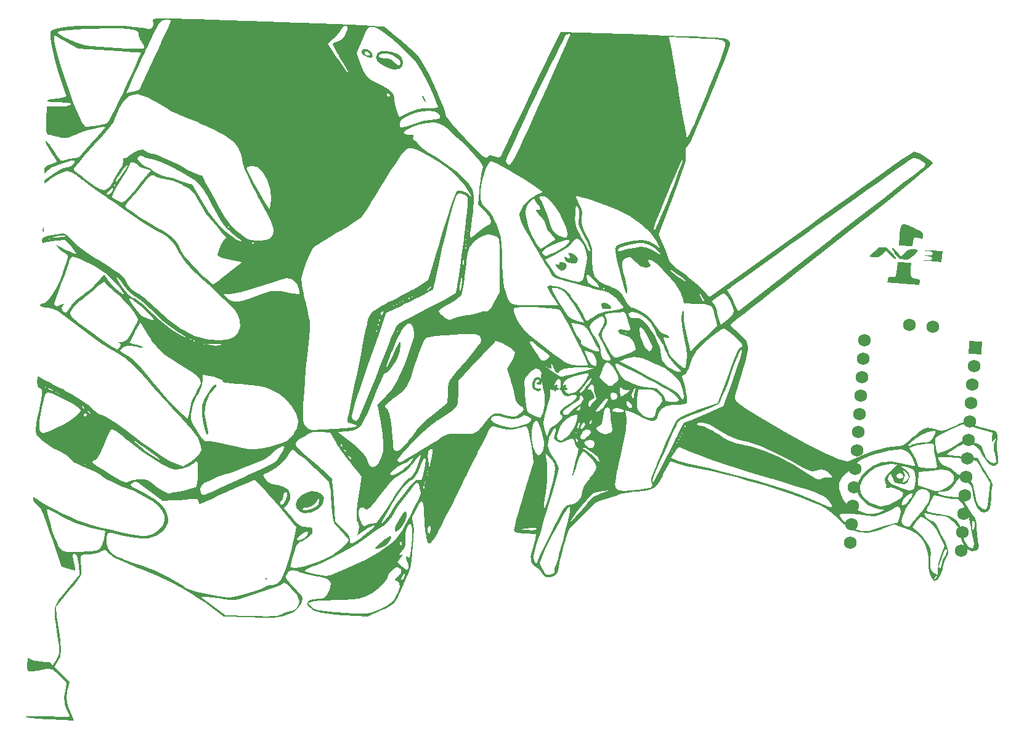
<source format=gbr>
%TF.GenerationSoftware,KiCad,Pcbnew,(6.0.2)*%
%TF.CreationDate,2022-03-14T22:31:35-07:00*%
%TF.ProjectId,unit01,706f6c69-7368-4656-942e-6b696361645f,v1.0.0*%
%TF.SameCoordinates,Original*%
%TF.FileFunction,Legend,Bot*%
%TF.FilePolarity,Positive*%
%FSLAX46Y46*%
G04 Gerber Fmt 4.6, Leading zero omitted, Abs format (unit mm)*
G04 Created by KiCad (PCBNEW (6.0.2)) date 2022-03-14 22:31:35*
%MOMM*%
%LPD*%
G01*
G04 APERTURE LIST*
G04 Aperture macros list*
%AMRotRect*
0 Rectangle, with rotation*
0 The origin of the aperture is its center*
0 $1 length*
0 $2 width*
0 $3 Rotation angle, in degrees counterclockwise*
0 Add horizontal line*
21,1,$1,$2,0,0,$3*%
G04 Aperture macros list end*
%ADD10C,0.300000*%
%ADD11C,1.752600*%
%ADD12RotRect,1.752600X1.752600X266.000000*%
G04 APERTURE END LIST*
D10*
%TO.C,G\u002A\u002A\u002A*%
X49518296Y20114032D02*
X49370708Y20046570D01*
X49153127Y20054168D01*
X48938078Y20134293D01*
X48798089Y20284413D01*
X48730627Y20432000D01*
X48668231Y20724642D01*
X48675829Y20942224D01*
X48758487Y21229800D01*
X48836079Y21372322D01*
X48986199Y21512311D01*
X49206314Y21577240D01*
X49351368Y21572174D01*
X49566417Y21492049D01*
X49636411Y21416989D01*
X49618683Y20909298D01*
X49328574Y20919429D01*
X50458617Y20008579D02*
X50471280Y20371215D01*
X50103579Y20238825D02*
X50471280Y20371215D01*
X50828851Y20213497D01*
X50263829Y20668922D02*
X50471280Y20371215D01*
X50698993Y20653726D01*
X51619052Y19968056D02*
X51631716Y20330692D01*
X51264014Y20198301D02*
X51631716Y20330692D01*
X51989286Y20172974D01*
X51424265Y20628399D02*
X51631716Y20330692D01*
X51859428Y20613203D01*
X52779488Y19927533D02*
X52792151Y20290169D01*
X52424450Y20157778D02*
X52792151Y20290169D01*
X53149722Y20132451D01*
X52584700Y20587876D02*
X52792151Y20290169D01*
X53019864Y20572680D01*
G36*
X69424607Y51024939D02*
G01*
X69193614Y50291972D01*
X68857683Y49328441D01*
X68401035Y48082018D01*
X67807894Y46500371D01*
X65886014Y41407152D01*
X66503410Y40052798D01*
X66823930Y39305980D01*
X67081916Y38624761D01*
X67091292Y38600004D01*
X67236232Y38113380D01*
X67245715Y38071879D01*
X67420611Y37721248D01*
X67808294Y37286148D01*
X68455324Y36720837D01*
X69408263Y35979571D01*
X70195096Y35367970D01*
X70648319Y34993875D01*
X71026830Y34681449D01*
X71716300Y34070745D01*
X72165673Y33619589D01*
X72866476Y32808351D01*
X74244492Y33801071D01*
X75315502Y33801071D01*
X75333528Y33667766D01*
X75546027Y33352981D01*
X75698254Y33133126D01*
X76006828Y32571385D01*
X76319848Y31895288D01*
X76765358Y30838491D01*
X76775159Y30815239D01*
X89292906Y40576824D01*
X89526740Y40759161D01*
X91523624Y42315351D01*
X93427765Y43797655D01*
X95213005Y45185807D01*
X96853183Y46459538D01*
X98322144Y47598582D01*
X99593726Y48582670D01*
X100641772Y49391535D01*
X101440121Y50004907D01*
X101962617Y50402522D01*
X102183101Y50564109D01*
X102396981Y50739270D01*
X102564602Y51049072D01*
X102503211Y51184556D01*
X102167311Y51456157D01*
X101670387Y51718010D01*
X101163663Y51895915D01*
X100798365Y51915674D01*
X100680990Y51839454D01*
X100252499Y51543454D01*
X99542036Y51046069D01*
X98581863Y50370234D01*
X97404242Y49538882D01*
X96041435Y48574948D01*
X94525705Y47501366D01*
X92889314Y46341068D01*
X91164526Y45116991D01*
X89383601Y43852066D01*
X87578803Y42569227D01*
X85782393Y41291409D01*
X84026635Y40041547D01*
X82343790Y38842572D01*
X80766122Y37717420D01*
X79325892Y36689024D01*
X78055363Y35780317D01*
X76986797Y35014235D01*
X76152457Y34413711D01*
X75584604Y34001678D01*
X75315502Y33801071D01*
X74244492Y33801071D01*
X86756952Y42815026D01*
X87875992Y43620409D01*
X89972127Y45124785D01*
X91961960Y46547418D01*
X93819830Y47870254D01*
X95520077Y49075239D01*
X97037042Y50144316D01*
X98345066Y51059431D01*
X99418489Y51802526D01*
X100231650Y52355549D01*
X100758890Y52700444D01*
X100974552Y52819155D01*
X101165438Y52787873D01*
X101686487Y52586237D01*
X102308275Y52259501D01*
X102910109Y51880346D01*
X103371293Y51521454D01*
X103571136Y51255506D01*
X103571220Y51250755D01*
X103397290Y51036267D01*
X103380252Y51020589D01*
X102891802Y50571083D01*
X102054685Y49855143D01*
X100885869Y48888390D01*
X99385283Y47670768D01*
X97552858Y46202219D01*
X95388522Y44482687D01*
X92892206Y42512114D01*
X90063839Y40290443D01*
X88947781Y39415463D01*
X86902527Y37811293D01*
X84958660Y36285741D01*
X83141338Y34858599D01*
X81475719Y33549660D01*
X79986962Y32378716D01*
X78700227Y31365561D01*
X77640672Y30529986D01*
X76833456Y29891783D01*
X76303737Y29470747D01*
X76076674Y29286668D01*
X75895441Y29121296D01*
X75784959Y28920483D01*
X75922835Y28700707D01*
X75926775Y28694427D01*
X76355525Y28323483D01*
X77008482Y27766067D01*
X77602022Y27181485D01*
X77950636Y26683193D01*
X78109937Y26186286D01*
X78117911Y26005478D01*
X78135535Y25605861D01*
X78125839Y25479607D01*
X78073700Y25181157D01*
X78012685Y24831901D01*
X77795489Y23924012D01*
X77500297Y22858488D01*
X77153154Y21737875D01*
X76998329Y21263767D01*
X76679224Y20268233D01*
X76475252Y19574262D01*
X76374380Y19114247D01*
X76364575Y18820585D01*
X76433801Y18625668D01*
X76570026Y18461892D01*
X76603957Y18427891D01*
X77139566Y17988464D01*
X77983507Y17399367D01*
X79077352Y16693693D01*
X80362673Y15904533D01*
X81781039Y15064980D01*
X83274024Y14208130D01*
X84783199Y13367072D01*
X86250137Y12574901D01*
X87616407Y11864709D01*
X88823583Y11269590D01*
X89813234Y10822634D01*
X90526934Y10556938D01*
X91868080Y10161434D01*
X93678928Y10969112D01*
X94061276Y11132311D01*
X95358829Y11599224D01*
X96690638Y11967078D01*
X96902125Y12007505D01*
X100368817Y12007505D01*
X100848824Y11214654D01*
X100949504Y11040664D01*
X101261016Y10401004D01*
X101442305Y9871823D01*
X101507484Y9647828D01*
X101523662Y9592230D01*
X101705658Y9402987D01*
X102086407Y9306343D01*
X102774684Y9251670D01*
X103315526Y9238124D01*
X103853931Y9271034D01*
X104106733Y9351041D01*
X104129320Y9474104D01*
X104085641Y9920543D01*
X103964355Y10481418D01*
X104338783Y10481418D01*
X104584996Y10077579D01*
X104999745Y9703021D01*
X105479824Y9476366D01*
X105599162Y9422776D01*
X106062138Y9214873D01*
X106587338Y8783857D01*
X107058103Y8401458D01*
X107591504Y8224031D01*
X107997593Y8156729D01*
X108646221Y7750745D01*
X109103353Y7011460D01*
X109340443Y5975574D01*
X109419039Y5452273D01*
X109610953Y4716481D01*
X109843659Y4202148D01*
X109971670Y4034065D01*
X110392459Y3665098D01*
X110767811Y3563871D01*
X111000751Y3766866D01*
X111009862Y3797206D01*
X111080458Y4184453D01*
X111168714Y4841569D01*
X111257717Y5644940D01*
X111418683Y7250567D01*
X110546571Y8654689D01*
X110439744Y8827952D01*
X110051309Y9482241D01*
X109780315Y9977792D01*
X109680035Y10218469D01*
X109592397Y10274396D01*
X109176398Y10372817D01*
X108502976Y10480795D01*
X107666642Y10588446D01*
X106761908Y10685887D01*
X105883285Y10763234D01*
X105125286Y10810608D01*
X104582422Y10818122D01*
X104349205Y10775896D01*
X104338783Y10481418D01*
X103964355Y10481418D01*
X103952541Y10536050D01*
X103875456Y10857586D01*
X103747026Y11580498D01*
X103705502Y12132852D01*
X103700507Y12458982D01*
X103587946Y12627660D01*
X103264916Y12668616D01*
X102629128Y12629001D01*
X102250609Y12588004D01*
X101504622Y12449927D01*
X100950635Y12275659D01*
X100368817Y12007505D01*
X96902125Y12007505D01*
X97923284Y12202706D01*
X98923350Y12272938D01*
X98924124Y12272917D01*
X99316903Y12386993D01*
X100207656Y12386993D01*
X100345391Y12342390D01*
X100803260Y12533057D01*
X100908609Y12579444D01*
X101521851Y12730151D01*
X102220781Y12778995D01*
X102815865Y12805474D01*
X103201474Y12988097D01*
X103396529Y13232237D01*
X103862772Y13232237D01*
X103902892Y12741368D01*
X103989357Y12143601D01*
X104096622Y11608561D01*
X104199142Y11305872D01*
X104304701Y11295226D01*
X104699461Y11413978D01*
X105278649Y11653649D01*
X105933104Y11964378D01*
X106553668Y12296299D01*
X107031181Y12599548D01*
X107804985Y13169623D01*
X109072742Y12812594D01*
X109700242Y12622490D01*
X110132197Y12426670D01*
X110346009Y12187590D01*
X110442537Y11833132D01*
X110442964Y11830542D01*
X110635983Y11209185D01*
X110955396Y10588913D01*
X111056893Y10450088D01*
X111497620Y10068397D01*
X111939886Y9943434D01*
X112264498Y10118071D01*
X112286989Y10238133D01*
X112235165Y10680424D01*
X112083797Y11287560D01*
X111948349Y11800108D01*
X111903155Y12343794D01*
X112035650Y12783321D01*
X112116034Y12949803D01*
X112269279Y13354791D01*
X112211632Y13437078D01*
X111947761Y13175836D01*
X111912141Y13133108D01*
X111712419Y12927451D01*
X111657069Y13027856D01*
X111704854Y13487175D01*
X111798266Y14203417D01*
X110509920Y14511583D01*
X109903815Y14675113D01*
X109152693Y14925098D01*
X108622032Y15156808D01*
X108492713Y15227238D01*
X108223489Y15332301D01*
X107927663Y15339304D01*
X107517500Y15228858D01*
X106905262Y14981575D01*
X106003214Y14578064D01*
X105357810Y14275786D01*
X105357256Y14275506D01*
X104623191Y13904282D01*
X104102267Y13607181D01*
X103879247Y13430003D01*
X103862772Y13232237D01*
X103396529Y13232237D01*
X103544312Y13417210D01*
X103658071Y13592835D01*
X103927191Y14077966D01*
X103947809Y14324725D01*
X103732556Y14399011D01*
X102908129Y14268041D01*
X101963074Y13864025D01*
X101044680Y13246493D01*
X100863025Y13094625D01*
X100382666Y12645019D01*
X100207656Y12386993D01*
X99316903Y12386993D01*
X99373728Y12403497D01*
X100018824Y12826905D01*
X100888222Y13562043D01*
X101035279Y13694717D01*
X101749576Y14305227D01*
X102300911Y14663028D01*
X102801706Y14803537D01*
X103364384Y14762175D01*
X104101365Y14574360D01*
X104337411Y14508976D01*
X104770617Y14433127D01*
X105177884Y14475443D01*
X105690965Y14660642D01*
X106441611Y15013446D01*
X106494595Y15039245D01*
X107280680Y15412320D01*
X107810511Y15615880D01*
X108194497Y15665155D01*
X108543043Y15575378D01*
X108966559Y15361780D01*
X109303048Y15209089D01*
X110015999Y14959757D01*
X110799891Y14745928D01*
X111326297Y14617102D01*
X111993459Y14392197D01*
X112353501Y14121582D01*
X112474327Y13739848D01*
X112423838Y13181585D01*
X112389037Y12860764D01*
X112387388Y12052913D01*
X112469700Y11231122D01*
X112516459Y10932097D01*
X112566684Y10367722D01*
X112539017Y10229332D01*
X112497965Y10023998D01*
X112294280Y9767233D01*
X112085193Y9596798D01*
X111807210Y9551959D01*
X111396148Y9759741D01*
X111158597Y9958940D01*
X110727522Y10491816D01*
X110338855Y11148784D01*
X109954777Y11822995D01*
X109535815Y12250477D01*
X108957070Y12546610D01*
X108505142Y12705755D01*
X108060829Y12767798D01*
X107728045Y12642809D01*
X107512394Y12509098D01*
X106975116Y12195374D01*
X106332708Y11834418D01*
X105905997Y11574720D01*
X105559732Y11295011D01*
X105505744Y11133824D01*
X105626697Y11093791D01*
X106105283Y11011501D01*
X106838912Y10923535D01*
X107726146Y10843171D01*
X109745690Y10686562D01*
X110202523Y9812610D01*
X110354536Y9532027D01*
X110812445Y8747601D01*
X111283377Y8002407D01*
X111513324Y7620451D01*
X111678954Y7241478D01*
X111731143Y7122066D01*
X111749394Y6829395D01*
X111666747Y6519481D01*
X111599376Y5920606D01*
X111563303Y5166054D01*
X111515372Y4307803D01*
X111396056Y3744270D01*
X111186303Y3414109D01*
X111061737Y3311781D01*
X110550777Y3146295D01*
X110053902Y3338700D01*
X109614495Y3843723D01*
X109275936Y4616089D01*
X109081610Y5610526D01*
X109062113Y5794824D01*
X108935736Y6496820D01*
X108705868Y6982562D01*
X108300803Y7418048D01*
X108139093Y7557497D01*
X107684856Y7887069D01*
X107376000Y8023233D01*
X107286210Y7994481D01*
X106989488Y7711354D01*
X106884225Y7553807D01*
X106662412Y7221823D01*
X106218873Y6577457D01*
X105618602Y6141567D01*
X104872389Y6027425D01*
X104509343Y5997393D01*
X104232467Y5868300D01*
X104286008Y5754195D01*
X104643920Y5601450D01*
X105226157Y5460200D01*
X105926790Y5354994D01*
X106639888Y5310382D01*
X106729092Y5309023D01*
X107131597Y5263434D01*
X107442626Y5095635D01*
X107761955Y4726093D01*
X108189360Y4075275D01*
X108613851Y3430453D01*
X109013486Y2876918D01*
X109286468Y2558284D01*
X109518928Y2097697D01*
X109553038Y1590556D01*
X109575436Y1257552D01*
X109572798Y1035305D01*
X109627961Y131373D01*
X109758786Y-703547D01*
X109780382Y-798554D01*
X109827373Y-1072960D01*
X109878710Y-1372749D01*
X109832892Y-1716862D01*
X109627720Y-1978911D01*
X109438956Y-2117345D01*
X108923741Y-2204787D01*
X108397117Y-1961408D01*
X107916032Y-1441262D01*
X107537437Y-698404D01*
X107318281Y213113D01*
X107277265Y455553D01*
X106992117Y1151232D01*
X106406218Y1859470D01*
X106274060Y1989788D01*
X105755570Y2425193D01*
X105271586Y2634035D01*
X104642163Y2702286D01*
X104435712Y2713486D01*
X103661634Y2807294D01*
X103018984Y2952751D01*
X102941998Y2976570D01*
X102520051Y3054747D01*
X102344657Y2991419D01*
X102346044Y2970272D01*
X102527367Y2688857D01*
X102909326Y2337354D01*
X103344641Y2035337D01*
X103686029Y1902381D01*
X103748988Y1884328D01*
X104009988Y1611252D01*
X104260150Y1116543D01*
X104393450Y793990D01*
X104743633Y53710D01*
X105137387Y-687971D01*
X105298637Y-984885D01*
X105487767Y-1459455D01*
X105630905Y-1818621D01*
X105645269Y-2150759D01*
X105659652Y-2483323D01*
X105393478Y-3058578D01*
X105297447Y-3224830D01*
X105087417Y-3791250D01*
X104926142Y-4479570D01*
X104878818Y-4720814D01*
X104600680Y-5520079D01*
X104208737Y-6044896D01*
X103750664Y-6224498D01*
X103637239Y-6193219D01*
X103352891Y-5860179D01*
X103125852Y-5237344D01*
X102983091Y-4416953D01*
X102951572Y-3491242D01*
X102954081Y-2990575D01*
X102829664Y-2072371D01*
X102485160Y-1167288D01*
X102284024Y-784641D01*
X101856830Y-204604D01*
X101284093Y263012D01*
X100478075Y682146D01*
X99387977Y1102493D01*
X100743589Y1102493D01*
X101209549Y756327D01*
X102066958Y-18150D01*
X102976374Y-1292559D01*
X102980325Y-1299575D01*
X103243427Y-1870442D01*
X103323403Y-2424133D01*
X103250603Y-3168230D01*
X103198346Y-3660440D01*
X103242009Y-4454650D01*
X103461180Y-4984555D01*
X103837179Y-5185900D01*
X104010277Y-5217819D01*
X104117836Y-5424555D01*
X103871935Y-5770420D01*
X103752544Y-5899880D01*
X103733704Y-6015582D01*
X103770404Y-6014466D01*
X104066658Y-5805880D01*
X104248452Y-5335447D01*
X104259551Y-4739614D01*
X104252664Y-4688550D01*
X104283361Y-4240938D01*
X104447104Y-4240938D01*
X104460186Y-4529581D01*
X104654102Y-4450575D01*
X104754536Y-4218054D01*
X104817356Y-3752651D01*
X104908027Y-3325343D01*
X105158203Y-2940472D01*
X105367493Y-2654095D01*
X105495259Y-2145520D01*
X105494612Y-2001888D01*
X105423449Y-1792820D01*
X105258476Y-1955136D01*
X105014839Y-2466545D01*
X104707680Y-3304754D01*
X104614520Y-3591907D01*
X104447104Y-4240938D01*
X104283361Y-4240938D01*
X104309932Y-3853495D01*
X104651552Y-2741306D01*
X105150444Y-1447676D01*
X104500740Y-30651D01*
X104060483Y823595D01*
X103570001Y1483494D01*
X102973677Y1984619D01*
X102652495Y2196165D01*
X102180068Y2476589D01*
X101918076Y2589090D01*
X101855482Y2565541D01*
X101584919Y2305363D01*
X101241712Y1848903D01*
X100743589Y1102493D01*
X99387977Y1102493D01*
X99351040Y1116736D01*
X98207697Y1519299D01*
X96705259Y921503D01*
X96121386Y710777D01*
X94708703Y397176D01*
X93457923Y413228D01*
X92413118Y760585D01*
X91996435Y1043054D01*
X91377875Y1550001D01*
X90752759Y2134130D01*
X90228754Y2626683D01*
X90128421Y2710679D01*
X90748569Y2710679D01*
X91000740Y2330961D01*
X91445242Y1871323D01*
X92001899Y1413536D01*
X92590536Y1039373D01*
X93636288Y656041D01*
X94824405Y619450D01*
X96027027Y998936D01*
X96297211Y1119899D01*
X97117909Y1407752D01*
X97865158Y1577480D01*
X98017916Y1598529D01*
X98523939Y1722805D01*
X98790591Y1972938D01*
X99278639Y1972938D01*
X99389790Y1515699D01*
X99747490Y1253801D01*
X100227687Y1245567D01*
X100606893Y1554057D01*
X100797180Y1825821D01*
X101201733Y2332803D01*
X101701435Y2915827D01*
X102205235Y3523153D01*
X102753738Y3523153D01*
X102763641Y3293777D01*
X102771697Y3289106D01*
X103072315Y3208664D01*
X103658637Y3103759D01*
X104412053Y2995834D01*
X104774342Y2942496D01*
X105925791Y2633373D01*
X106750720Y2125537D01*
X107299224Y1377664D01*
X107621397Y348432D01*
X107738965Y-135588D01*
X107995657Y-840966D01*
X108276908Y-1322827D01*
X108613463Y-1647695D01*
X108974329Y-1791930D01*
X109178124Y-1584296D01*
X109206503Y-1051278D01*
X109041123Y-219364D01*
X108978025Y26078D01*
X108793983Y931400D01*
X108771455Y1097538D01*
X108954241Y1097538D01*
X109005185Y733353D01*
X109119130Y764782D01*
X109283432Y1201359D01*
X109330757Y1598318D01*
X109210245Y1974712D01*
X109120179Y2044249D01*
X109006182Y1930425D01*
X108957098Y1447491D01*
X108954241Y1097538D01*
X108771455Y1097538D01*
X108679169Y1778136D01*
X108555073Y2419206D01*
X108211458Y3348575D01*
X107739718Y4218943D01*
X107223973Y4852583D01*
X107008157Y4982334D01*
X106570948Y5027077D01*
X106267942Y5021117D01*
X105667591Y5108351D01*
X104941688Y5275761D01*
X104245453Y5453933D01*
X103844293Y5514214D01*
X103644979Y5455169D01*
X103548677Y5276879D01*
X103534329Y5237543D01*
X103519805Y5197727D01*
X103312083Y4736205D01*
X103019556Y4166327D01*
X102920320Y3971005D01*
X102753738Y3523153D01*
X102205235Y3523153D01*
X102374950Y3727743D01*
X102924342Y4571291D01*
X103158179Y5250678D01*
X103094105Y5802480D01*
X103017177Y5941033D01*
X102616480Y6252097D01*
X102094028Y6365623D01*
X101604834Y6268900D01*
X101303915Y5949225D01*
X101193751Y5724113D01*
X101178851Y5693667D01*
X100850099Y5160365D01*
X100423108Y4549153D01*
X100293992Y4369667D01*
X99759987Y3485783D01*
X99635017Y3188782D01*
X99411786Y2658253D01*
X99278639Y1972938D01*
X98790591Y1972938D01*
X98799855Y1981628D01*
X98998853Y2499600D01*
X99138684Y3206115D01*
X99035938Y3734113D01*
X98916679Y3947164D01*
X98752618Y4032596D01*
X98460561Y3919979D01*
X97929601Y3595409D01*
X96716441Y2966134D01*
X95574631Y2687820D01*
X94447466Y2754547D01*
X94098140Y2817367D01*
X93282742Y2921375D01*
X92427180Y2988107D01*
X91644616Y3012638D01*
X91048207Y2990045D01*
X90751115Y2915402D01*
X90748569Y2710679D01*
X90128421Y2710679D01*
X89474687Y3257968D01*
X88809474Y3738581D01*
X88060417Y4139393D01*
X86947551Y4626877D01*
X85550657Y5170054D01*
X83931495Y5749433D01*
X82151823Y6345527D01*
X80273403Y6938845D01*
X78357994Y7509894D01*
X76467356Y8039187D01*
X74663248Y8507234D01*
X73007431Y8894543D01*
X71561663Y9181624D01*
X70773479Y9328809D01*
X69773377Y9541564D01*
X68932941Y9748787D01*
X68378060Y9921234D01*
X68145999Y10009550D01*
X67688365Y10163235D01*
X67482103Y10199797D01*
X67438028Y10127292D01*
X67236487Y9756716D01*
X66914451Y9147364D01*
X66516309Y8382745D01*
X66455015Y8264479D01*
X66013436Y7453029D01*
X65619880Y6892976D01*
X65181701Y6527721D01*
X64606258Y6300666D01*
X63800908Y6155213D01*
X62834010Y6051957D01*
X62673008Y6034764D01*
X62432799Y6009855D01*
X61559148Y5890162D01*
X60823183Y5747427D01*
X60363772Y5607351D01*
X60017183Y5469201D01*
X59332825Y5246212D01*
X58561044Y5032016D01*
X57736103Y4770672D01*
X57082209Y4391491D01*
X56438222Y3783963D01*
X56000919Y3328064D01*
X55250735Y2583638D01*
X54531802Y1905553D01*
X54498161Y1874931D01*
X54075824Y1476933D01*
X53767124Y1122862D01*
X53528236Y723373D01*
X53315335Y189117D01*
X53084596Y-569256D01*
X52792194Y-1641089D01*
X52766409Y-1737429D01*
X52502949Y-2757485D01*
X52285604Y-3661532D01*
X52136296Y-4354546D01*
X52076947Y-4741503D01*
X52015763Y-5018154D01*
X51656455Y-5473347D01*
X51098848Y-5743110D01*
X50485012Y-5738470D01*
X50045006Y-5462405D01*
X49684857Y-4984910D01*
X49361851Y-4522988D01*
X48979957Y-4254339D01*
X48707695Y-4115941D01*
X48381413Y-3629179D01*
X48328476Y-3088971D01*
X48674622Y-3088971D01*
X48869738Y-3578880D01*
X49001493Y-3757277D01*
X49147386Y-3867571D01*
X49189259Y-3662229D01*
X49567445Y-3662229D01*
X49618573Y-4019573D01*
X49871156Y-4522533D01*
X50070675Y-4814011D01*
X50187711Y-5151655D01*
X50228029Y-5257887D01*
X50527231Y-5388003D01*
X50978121Y-5389093D01*
X51412566Y-5247941D01*
X51545317Y-5116937D01*
X51595528Y-4743383D01*
X51562758Y-4564096D01*
X51660840Y-4310292D01*
X51692796Y-4282653D01*
X51855884Y-3959203D01*
X52007608Y-3430354D01*
X52049499Y-3248419D01*
X52206985Y-2616587D01*
X52439501Y-1719288D01*
X52723077Y-648426D01*
X53033745Y504095D01*
X53291925Y1473434D01*
X53428845Y2031320D01*
X53794821Y2031320D01*
X53841514Y2002836D01*
X54076690Y2199535D01*
X54450378Y2569430D01*
X54912607Y3060539D01*
X55413406Y3620877D01*
X55902803Y4198460D01*
X56330827Y4741303D01*
X56349133Y4765272D01*
X56995631Y5333320D01*
X57918305Y5786959D01*
X59020708Y6185121D01*
X58105910Y6098827D01*
X57894244Y6073583D01*
X57251958Y5938893D01*
X56807420Y5763279D01*
X56758537Y5725507D01*
X56441249Y5402324D01*
X55964783Y4857514D01*
X55400894Y4178724D01*
X54973905Y3644484D01*
X54821340Y3453598D01*
X54297879Y2769779D01*
X53902266Y2214912D01*
X53794821Y2031320D01*
X53428845Y2031320D01*
X53548065Y2517086D01*
X53690252Y3240529D01*
X53726717Y3688037D01*
X53665689Y3903887D01*
X53619311Y3926348D01*
X53445089Y3812900D01*
X53165899Y3440891D01*
X52763283Y2780949D01*
X52218783Y1803700D01*
X51513941Y479774D01*
X51438451Y335644D01*
X50851499Y-808622D01*
X50340508Y-1845265D01*
X49935891Y-2709560D01*
X49668065Y-3336789D01*
X49567445Y-3662229D01*
X49189259Y-3662229D01*
X49191939Y-3649087D01*
X49201639Y-3602824D01*
X49348421Y-3230014D01*
X49643616Y-2580758D01*
X50051469Y-1726144D01*
X50536221Y-737257D01*
X51062114Y314817D01*
X51593391Y1358989D01*
X52094293Y2324175D01*
X52529061Y3139288D01*
X52861940Y3733240D01*
X53057169Y4034946D01*
X53354015Y4198544D01*
X53860196Y4267308D01*
X54184271Y4308819D01*
X54760045Y4649174D01*
X55186436Y5241431D01*
X55367780Y5977094D01*
X55433995Y6345780D01*
X55752867Y6992208D01*
X55774003Y7020381D01*
X59904006Y7020381D01*
X59927680Y6758223D01*
X59995194Y6581847D01*
X60099686Y6446676D01*
X60242072Y6326615D01*
X60610596Y6185082D01*
X61180173Y6138983D01*
X62019509Y6185551D01*
X63197312Y6322023D01*
X64035003Y6442436D01*
X64664281Y6574748D01*
X64986718Y6728272D01*
X65060264Y6932752D01*
X64942868Y7217927D01*
X64837482Y7480131D01*
X64842680Y7581254D01*
X65006685Y7581254D01*
X65008911Y7490157D01*
X65081421Y7408826D01*
X65261705Y7596528D01*
X65562803Y8075208D01*
X65997758Y8866814D01*
X66579609Y9993290D01*
X66914266Y10662477D01*
X67587426Y10662477D01*
X68164989Y10413403D01*
X68506235Y10301608D01*
X69197676Y10113313D01*
X70148622Y9874063D01*
X71282320Y9603126D01*
X72522014Y9319765D01*
X72553291Y9312770D01*
X74801557Y8782318D01*
X77086136Y8192917D01*
X79343436Y7564282D01*
X81509868Y6916128D01*
X83521841Y6268168D01*
X85315765Y5640120D01*
X86828051Y5051698D01*
X87995106Y4522616D01*
X88021394Y4509317D01*
X88888804Y4092599D01*
X89429473Y3895623D01*
X89671264Y3920947D01*
X89642038Y4171126D01*
X89369659Y4648716D01*
X89159961Y4925899D01*
X88875638Y5189796D01*
X88481349Y5447092D01*
X87935393Y5714299D01*
X87196069Y6007937D01*
X86221678Y6344521D01*
X85853586Y6461038D01*
X90698103Y6461038D01*
X91006439Y5481558D01*
X91222010Y5003030D01*
X91535905Y4527978D01*
X91980921Y4158174D01*
X92584540Y3819214D01*
X92684554Y3763051D01*
X92819785Y3693851D01*
X93822733Y3230795D01*
X94609361Y2991387D01*
X95285730Y2954054D01*
X95957902Y3097222D01*
X96506532Y3287820D01*
X96847613Y3462200D01*
X96794055Y3568643D01*
X96353138Y3616716D01*
X95684275Y3713306D01*
X94635479Y4189978D01*
X93715399Y5039149D01*
X93328606Y5610593D01*
X93106314Y6383510D01*
X93156863Y6669012D01*
X93565825Y6669012D01*
X93635754Y5860553D01*
X94079692Y5167057D01*
X94917750Y4552216D01*
X95191114Y4409960D01*
X95833673Y4150391D01*
X96332064Y4043243D01*
X96895207Y4091559D01*
X97653298Y4298446D01*
X99269943Y4298446D01*
X99399949Y4135971D01*
X99720490Y4256106D01*
X100164173Y4680806D01*
X100277615Y4821637D01*
X100653422Y5373855D01*
X100787315Y5738306D01*
X100673119Y5869283D01*
X100523787Y5809215D01*
X100304662Y5721074D01*
X99910996Y5400012D01*
X99497755Y4897911D01*
X99397866Y4721576D01*
X99269943Y4298446D01*
X97653298Y4298446D01*
X97675540Y4304516D01*
X98415187Y4638935D01*
X99022602Y5042306D01*
X99406243Y5462115D01*
X99474566Y5845855D01*
X99393271Y5966095D01*
X98989293Y6231813D01*
X98406836Y6457599D01*
X97807601Y6588337D01*
X97353288Y6568910D01*
X97117659Y6525347D01*
X97145240Y6687633D01*
X97196915Y6863046D01*
X97077198Y7236224D01*
X97031769Y7302934D01*
X96969115Y7770223D01*
X97391755Y7770223D01*
X97507003Y7383977D01*
X97957244Y7033420D01*
X98780921Y6670116D01*
X99402155Y6447809D01*
X99960273Y6273366D01*
X100258119Y6212725D01*
X100352914Y6220280D01*
X100797097Y6298519D01*
X101038995Y6500976D01*
X101138595Y6924843D01*
X101138714Y6929966D01*
X101544738Y6929966D01*
X101605848Y6908526D01*
X102779551Y6496745D01*
X102893790Y6456521D01*
X103560297Y6222490D01*
X103983920Y6109031D01*
X104301873Y6115510D01*
X104651373Y6241302D01*
X105169631Y6485773D01*
X105592951Y6699539D01*
X106172298Y7115613D01*
X106423989Y7569879D01*
X106403234Y8136206D01*
X106271661Y8517859D01*
X105960020Y8850300D01*
X105430987Y9021638D01*
X104623154Y9048922D01*
X103475116Y8949203D01*
X101607577Y8729418D01*
X101544738Y6929966D01*
X101138714Y6929966D01*
X101155883Y7667313D01*
X101155090Y7823319D01*
X101134043Y8469525D01*
X101045960Y8839801D01*
X100837470Y9053031D01*
X100455203Y9228097D01*
X99980227Y9396609D01*
X99514558Y9509365D01*
X99248972Y9516383D01*
X99251253Y9418551D01*
X99589185Y9216756D01*
X99638360Y9192264D01*
X100188740Y8721492D01*
X100391320Y8108893D01*
X100357734Y7984406D01*
X100213054Y7448154D01*
X100030392Y7214580D01*
X99687136Y7081903D01*
X99089602Y7103416D01*
X98989600Y7114640D01*
X98467514Y7220860D01*
X98331084Y7335356D01*
X99433979Y7335356D01*
X99525124Y7335440D01*
X99801724Y7504771D01*
X100090924Y7767932D01*
X100227615Y7988950D01*
X100226385Y8027156D01*
X100095116Y8387281D01*
X99842993Y8750420D01*
X99602308Y8919667D01*
X99494185Y8876691D01*
X99613633Y8620102D01*
X99745120Y8307265D01*
X99670736Y8090723D01*
X99596198Y7873737D01*
X99454042Y7567899D01*
X99433979Y7335356D01*
X98331084Y7335356D01*
X98192145Y7451957D01*
X98014453Y7921308D01*
X97983641Y8028655D01*
X97915504Y8226608D01*
X98569325Y8226608D01*
X98677802Y7953956D01*
X99005923Y7813204D01*
X99362249Y7939420D01*
X99477134Y8097484D01*
X99389556Y8430612D01*
X99085433Y8603248D01*
X98739113Y8525352D01*
X98569325Y8226608D01*
X97915504Y8226608D01*
X97848172Y8422220D01*
X97730467Y8467920D01*
X97556651Y8212791D01*
X97391755Y7770223D01*
X96969115Y7770223D01*
X96964490Y7804719D01*
X97274025Y8417354D01*
X97947799Y9113719D01*
X98727786Y9781511D01*
X97791346Y9810632D01*
X96810142Y9714520D01*
X95711603Y9318661D01*
X94750783Y8677701D01*
X94019374Y7855133D01*
X93609070Y6914456D01*
X93565825Y6669012D01*
X93156863Y6669012D01*
X93250908Y7200177D01*
X93763546Y8134994D01*
X94302410Y8809199D01*
X95330893Y9624588D01*
X96540736Y10071830D01*
X97941520Y10153810D01*
X99542826Y9873406D01*
X99600724Y9857856D01*
X100305197Y9684698D01*
X100828781Y9584318D01*
X101061878Y9578029D01*
X101104326Y9661907D01*
X101048408Y10048848D01*
X100801094Y10595749D01*
X100410441Y11184130D01*
X100259689Y11364670D01*
X99773620Y11735234D01*
X99137838Y11852417D01*
X98562918Y11828069D01*
X97667513Y11692411D01*
X96663885Y11465182D01*
X95638391Y11173829D01*
X94677389Y10845796D01*
X93867239Y10508527D01*
X93294298Y10189469D01*
X93044927Y9916066D01*
X92887800Y9678818D01*
X92479277Y9264382D01*
X91920339Y8789560D01*
X91777455Y8675070D01*
X91057202Y7962201D01*
X91045523Y7938704D01*
X90706221Y7256055D01*
X90698103Y6461038D01*
X85853586Y6461038D01*
X84970519Y6740567D01*
X83400890Y7212593D01*
X81471091Y7777113D01*
X81384923Y7802135D01*
X78460921Y8673877D01*
X75830162Y9503641D01*
X73515635Y10283390D01*
X71540338Y11005082D01*
X69927259Y11660683D01*
X68699393Y12242151D01*
X68638961Y12219774D01*
X68403721Y11955099D01*
X68152382Y11580350D01*
X68086597Y11482265D01*
X67587426Y10662477D01*
X66914266Y10662477D01*
X67321397Y11476584D01*
X67381496Y11598004D01*
X67646837Y11598004D01*
X67747238Y11490336D01*
X67854907Y11590738D01*
X67754504Y11698406D01*
X67646837Y11598004D01*
X67381496Y11598004D01*
X67988630Y12824626D01*
X68314642Y12824626D01*
X68415044Y12716957D01*
X68522712Y12817360D01*
X68422310Y12925027D01*
X68314642Y12824626D01*
X67988630Y12824626D01*
X68191007Y13233499D01*
X68537244Y13233499D01*
X68637646Y13125832D01*
X68745313Y13226233D01*
X68644912Y13333902D01*
X68537244Y13233499D01*
X68191007Y13233499D01*
X68393385Y13642374D01*
X68759845Y13642374D01*
X68860248Y13534705D01*
X68967915Y13635108D01*
X68867514Y13742775D01*
X68759845Y13642374D01*
X68393385Y13642374D01*
X68595762Y14051247D01*
X68982447Y14051247D01*
X69082850Y13943579D01*
X69190517Y14043981D01*
X69090116Y14151649D01*
X68982447Y14051247D01*
X68595762Y14051247D01*
X69104807Y15079694D01*
X69479517Y15079694D01*
X69495797Y14831895D01*
X69557243Y14797157D01*
X69639354Y14965763D01*
X69628184Y15076440D01*
X69505485Y15109321D01*
X69479517Y15079694D01*
X69104807Y15079694D01*
X69248002Y15368999D01*
X71111510Y15368999D01*
X71268676Y15195442D01*
X71687542Y15102563D01*
X72125714Y14992092D01*
X72399641Y14869372D01*
X72779155Y14699350D01*
X73482047Y14291394D01*
X73503932Y14277098D01*
X74141918Y13871074D01*
X74540486Y13617420D01*
X74869680Y13429013D01*
X75344185Y13157441D01*
X75727906Y12982396D01*
X76015805Y12851062D01*
X76656117Y12652183D01*
X77365897Y12514706D01*
X77402229Y12507280D01*
X78400639Y12303226D01*
X80296822Y11713364D01*
X82320186Y10861557D01*
X84385188Y9785577D01*
X86406281Y8523193D01*
X86969632Y8144005D01*
X87481086Y7834620D01*
X87827041Y7708514D01*
X88106875Y7733897D01*
X88419968Y7878970D01*
X88755074Y7981677D01*
X89308684Y7974652D01*
X89483404Y7942244D01*
X89772471Y7983160D01*
X89706250Y8220581D01*
X89285260Y8639855D01*
X89193072Y8715929D01*
X88692886Y9022427D01*
X88173646Y9077448D01*
X87462535Y8906248D01*
X87420758Y8893269D01*
X87146513Y8837566D01*
X86846734Y8859086D01*
X86454435Y8984076D01*
X85902633Y9238779D01*
X85124340Y9649443D01*
X84052572Y10242311D01*
X82065930Y11293326D01*
X80114333Y12190201D01*
X78407380Y12819389D01*
X76972123Y13169705D01*
X76482399Y13285625D01*
X75473624Y13704814D01*
X74245469Y14416672D01*
X73554535Y14850741D01*
X72874988Y15241020D01*
X72367330Y15462691D01*
X71935370Y15555543D01*
X71482915Y15559364D01*
X71261568Y15521617D01*
X71111510Y15368999D01*
X69248002Y15368999D01*
X69329253Y15533154D01*
X70498367Y15951801D01*
X70540824Y15967102D01*
X71342430Y16277261D01*
X72307177Y16678583D01*
X73235658Y17088278D01*
X74803835Y17806109D01*
X76034144Y21304647D01*
X76375867Y22290195D01*
X76733519Y23355465D01*
X77019373Y24244999D01*
X77210382Y24886770D01*
X77283494Y25208751D01*
X77269994Y25468599D01*
X77168322Y25473168D01*
X76967776Y25129980D01*
X76662423Y24426492D01*
X76246332Y23350158D01*
X75713572Y21888433D01*
X75408978Y21055962D01*
X75002452Y20002624D01*
X74638064Y19121677D01*
X74346709Y18486978D01*
X74159279Y18172386D01*
X74151450Y18164603D01*
X73805952Y17946300D01*
X73160626Y17635077D01*
X72304952Y17271299D01*
X71328404Y16895330D01*
X71244378Y16864487D01*
X70295855Y16503547D01*
X69492725Y16175699D01*
X68917461Y15915956D01*
X68652538Y15759330D01*
X68548023Y15576942D01*
X68298154Y15067525D01*
X67942019Y14307234D01*
X67510779Y13365969D01*
X67035594Y12313627D01*
X66547627Y11220105D01*
X66078038Y10155303D01*
X65657987Y9189118D01*
X65318637Y8391449D01*
X65091150Y7832196D01*
X65006685Y7581254D01*
X64842680Y7581254D01*
X64858562Y7890249D01*
X65080183Y8505497D01*
X65168519Y8713720D01*
X65445682Y9370942D01*
X65825913Y10275570D01*
X66270969Y11336561D01*
X66742606Y12462875D01*
X67006668Y13080818D01*
X67473941Y14114561D01*
X67903827Y14995246D01*
X68257520Y15644912D01*
X68496207Y15985597D01*
X68509376Y15997623D01*
X68902264Y16244492D01*
X69590142Y16579940D01*
X70479809Y16961434D01*
X71478065Y17346437D01*
X73994830Y18264414D01*
X75409882Y22062283D01*
X75939810Y23455840D01*
X76385465Y24556025D01*
X76731039Y25313927D01*
X76989383Y25757624D01*
X77173345Y25915194D01*
X77402865Y26030448D01*
X77337481Y26345476D01*
X77326372Y26365867D01*
X77072487Y26667518D01*
X76618487Y27107530D01*
X76064025Y27600101D01*
X75508758Y28059423D01*
X75052340Y28399692D01*
X74794425Y28535104D01*
X74729779Y28508107D01*
X74390757Y28289710D01*
X73843444Y27899324D01*
X73169104Y27394001D01*
X72230612Y26619929D01*
X71232278Y25575912D01*
X70543941Y24505780D01*
X70110639Y23336614D01*
X69996167Y22940811D01*
X69808610Y22519253D01*
X69730720Y22344186D01*
X69432200Y22105942D01*
X69344054Y22087206D01*
X69142684Y22031015D01*
X69082550Y21902119D01*
X69156259Y21591750D01*
X69356418Y20991140D01*
X69410464Y20819581D01*
X69628575Y19944296D01*
X69771294Y19093654D01*
X69786533Y18938791D01*
X69814344Y18656171D01*
X69810525Y18570046D01*
X69797402Y18274112D01*
X69632920Y18101780D01*
X69263570Y18017685D01*
X68643948Y17955206D01*
X67936142Y17941771D01*
X67832730Y17943984D01*
X66881888Y17796558D01*
X66197872Y17348585D01*
X65806376Y16616059D01*
X65675038Y16218807D01*
X65429467Y15898190D01*
X65020188Y15789698D01*
X64857280Y15792894D01*
X64234905Y15954189D01*
X63539633Y16292355D01*
X63252981Y16456478D01*
X62558705Y16796420D01*
X61985736Y17007505D01*
X61338496Y17173539D01*
X61346331Y17096826D01*
X61446516Y16115810D01*
X61463918Y15865469D01*
X61403376Y14694533D01*
X61372490Y14520413D01*
X61145437Y13240379D01*
X61066862Y12891114D01*
X60989242Y12544374D01*
X60683398Y11178128D01*
X60457169Y10147441D01*
X60384945Y9818392D01*
X60276482Y9300911D01*
X60164642Y8767327D01*
X60015625Y7980355D01*
X59931033Y7412899D01*
X59904006Y7020381D01*
X55774003Y7020381D01*
X56369382Y7814001D01*
X56407215Y7859657D01*
X56884695Y8491398D01*
X57227030Y9044087D01*
X57362316Y9402676D01*
X57359454Y9453269D01*
X57181924Y9869146D01*
X56804690Y10399573D01*
X56331535Y10926829D01*
X55866237Y11333190D01*
X55512577Y11500933D01*
X55494705Y11500141D01*
X55266881Y11289279D01*
X54989338Y10696903D01*
X54654919Y9708051D01*
X54514218Y9266273D01*
X54289285Y8639521D01*
X54122001Y8277120D01*
X54040922Y8247026D01*
X54037568Y8324572D01*
X54101560Y8779518D01*
X54257391Y9476481D01*
X54480137Y10298995D01*
X54613374Y10760016D01*
X54790022Y11433977D01*
X54851406Y11841242D01*
X54805774Y12068423D01*
X54788146Y12084746D01*
X55500366Y12084746D01*
X55667073Y11891918D01*
X56084396Y11584269D01*
X56266336Y11457931D01*
X56888569Y10949352D01*
X57370607Y10452156D01*
X57492833Y10303327D01*
X57715191Y10098448D01*
X57727861Y10242750D01*
X57665485Y10467193D01*
X57616131Y10705372D01*
X57571340Y10780385D01*
X57275079Y11041394D01*
X56803677Y11387953D01*
X56277741Y11737798D01*
X55817880Y12008662D01*
X55544700Y12118280D01*
X55500366Y12084746D01*
X54788146Y12084746D01*
X54661372Y12202132D01*
X54500400Y12334848D01*
X54347520Y12645668D01*
X54332365Y12784505D01*
X54178192Y13194319D01*
X54042222Y13324982D01*
X54488709Y13324982D01*
X54495750Y13109688D01*
X54557630Y12956096D01*
X54705305Y12785811D01*
X54716189Y12813474D01*
X55669224Y12813474D01*
X55776498Y12460514D01*
X55876877Y12347903D01*
X56294003Y12078673D01*
X56709992Y12011692D01*
X56968967Y12183209D01*
X57066713Y12681352D01*
X56886171Y13059984D01*
X56447085Y13168957D01*
X55948918Y13060898D01*
X55808380Y12936574D01*
X55669224Y12813474D01*
X54716189Y12813474D01*
X54778771Y12972529D01*
X54773350Y13029301D01*
X54584361Y13302623D01*
X54488709Y13324982D01*
X54042222Y13324982D01*
X54018906Y13347388D01*
X53732247Y13314863D01*
X53214494Y13064074D01*
X53040456Y12970692D01*
X52591048Y12773442D01*
X52280900Y12779350D01*
X51941672Y12976882D01*
X51607080Y13227151D01*
X51459380Y13367321D01*
X51460437Y13374534D01*
X51531144Y13620076D01*
X51547726Y13672392D01*
X51948782Y13672392D01*
X51985294Y13277354D01*
X52157972Y13107039D01*
X52558422Y13096725D01*
X53053157Y13363687D01*
X53165379Y13468871D01*
X55146593Y13468871D01*
X55162775Y13424754D01*
X55345609Y13202578D01*
X55659422Y13267473D01*
X56177634Y13630985D01*
X56332890Y13767788D01*
X56602597Y14175582D01*
X56517986Y14476758D01*
X56085266Y14605789D01*
X55899214Y14576772D01*
X55486699Y14307076D01*
X55349652Y14110668D01*
X55191844Y13884505D01*
X55146593Y13468871D01*
X53165379Y13468871D01*
X53576380Y13854095D01*
X53789609Y14143725D01*
X54403023Y14143725D01*
X54503425Y14036056D01*
X54611093Y14136459D01*
X54510691Y14244126D01*
X54403023Y14143725D01*
X53789609Y14143725D01*
X54062293Y14514114D01*
X54183984Y14760731D01*
X54681289Y14760731D01*
X54693350Y14515949D01*
X54797341Y14606009D01*
X54899178Y14872026D01*
X55159848Y14872026D01*
X55201666Y14656387D01*
X55403086Y14706928D01*
X57369170Y14706928D01*
X57620101Y14368649D01*
X57899421Y14130296D01*
X57970431Y14069700D01*
X58610095Y13908004D01*
X59259678Y14130369D01*
X59433542Y14281452D01*
X59527136Y14584855D01*
X59433316Y15113843D01*
X59409926Y15212203D01*
X59295551Y15961029D01*
X59253838Y16734618D01*
X59227873Y17138652D01*
X59211214Y17182145D01*
X59508894Y17182145D01*
X59528562Y17137540D01*
X59814640Y17018924D01*
X60334337Y16957291D01*
X60859953Y16982160D01*
X61141844Y17103967D01*
X61050686Y17281605D01*
X60565609Y17468907D01*
X60178584Y17537486D01*
X59693215Y17471753D01*
X59508894Y17182145D01*
X59211214Y17182145D01*
X59068647Y17554362D01*
X58822133Y17647628D01*
X58555209Y17447719D01*
X58334752Y16983911D01*
X58227640Y16285470D01*
X58221642Y16199652D01*
X58204840Y15959241D01*
X58173339Y15850538D01*
X58055807Y15444960D01*
X57811628Y15209756D01*
X57718204Y15119766D01*
X57413175Y14909216D01*
X57369170Y14706928D01*
X55403086Y14706928D01*
X55410602Y14708814D01*
X55676940Y15024052D01*
X55782813Y15280603D01*
X55777988Y15300102D01*
X56377647Y15300102D01*
X56450614Y15298620D01*
X56613195Y15532863D01*
X56740499Y15900574D01*
X56710236Y16010939D01*
X56517722Y15772922D01*
X56397295Y15532403D01*
X56377647Y15300102D01*
X55777988Y15300102D01*
X55716922Y15546863D01*
X55574096Y15600741D01*
X55408746Y15459706D01*
X55362786Y15358397D01*
X55200761Y15001243D01*
X55159848Y14872026D01*
X54899178Y14872026D01*
X54937918Y14973221D01*
X55022430Y15370283D01*
X55010370Y15615065D01*
X54906378Y15525005D01*
X54765801Y15157794D01*
X54681289Y14760731D01*
X54183984Y14760731D01*
X54445102Y15289909D01*
X54612436Y15790847D01*
X54728989Y16321618D01*
X54708047Y16598603D01*
X54427447Y16648411D01*
X53939877Y16481748D01*
X53367299Y16146099D01*
X52825057Y15696711D01*
X52659340Y15497688D01*
X52336958Y14929931D01*
X52083054Y14272376D01*
X51948782Y13672392D01*
X51547726Y13672392D01*
X51678188Y14084011D01*
X51770330Y14423300D01*
X51776887Y14745521D01*
X51637390Y14776325D01*
X51402512Y14552278D01*
X51122925Y14109943D01*
X50849304Y13485888D01*
X50798537Y13335635D01*
X50667975Y12420148D01*
X50673233Y12399059D01*
X50889816Y11530313D01*
X51482796Y10580189D01*
X51723172Y10238374D01*
X52033618Y9657112D01*
X52135445Y9269102D01*
X52147903Y9221632D01*
X52147325Y9211976D01*
X52076599Y8866733D01*
X51900463Y8183826D01*
X51634795Y7219821D01*
X51295474Y6031278D01*
X50898379Y4674763D01*
X50459389Y3206840D01*
X50426956Y3099485D01*
X49987007Y1641475D01*
X49754514Y869180D01*
X49584089Y303064D01*
X49234923Y-859963D01*
X48956232Y-1791817D01*
X48764739Y-2436713D01*
X48677166Y-2738861D01*
X48674622Y-3088971D01*
X48328476Y-3088971D01*
X48310749Y-2908066D01*
X48510991Y-2025265D01*
X48600521Y-1765598D01*
X48813088Y-1040453D01*
X48936877Y-456371D01*
X49019295Y165722D01*
X47512923Y279533D01*
X47235398Y301140D01*
X46566039Y370421D01*
X46198464Y463054D01*
X46045230Y612573D01*
X46022321Y821296D01*
X47017530Y821296D01*
X47288612Y787062D01*
X47945929Y747971D01*
X48454781Y738831D01*
X48955140Y786224D01*
X49148761Y890333D01*
X49139398Y953945D01*
X48938431Y1075400D01*
X48438253Y1075628D01*
X47588654Y956765D01*
X47515789Y944313D01*
X47103112Y867952D01*
X47017530Y821296D01*
X46022321Y821296D01*
X46018894Y852515D01*
X46030222Y940487D01*
X46137357Y1410585D01*
X46342747Y2187570D01*
X46628416Y3206719D01*
X46764273Y3673895D01*
X50113987Y3673895D01*
X50116023Y3450767D01*
X50129399Y3460614D01*
X50238743Y3730024D01*
X50431402Y4308741D01*
X50684769Y5126777D01*
X50976242Y6114144D01*
X51054399Y6386405D01*
X51389973Y7634418D01*
X51583772Y8576891D01*
X51634995Y9286578D01*
X51542839Y9836234D01*
X51306502Y10298614D01*
X50925181Y10746474D01*
X50316196Y11369909D01*
X50406594Y10845943D01*
X50541849Y9828571D01*
X50585711Y8730824D01*
X50525784Y7488000D01*
X50360858Y5971328D01*
X50245333Y5024037D01*
X50159793Y4226149D01*
X50113987Y3673895D01*
X46764273Y3673895D01*
X46976389Y4403309D01*
X47368689Y5712615D01*
X48706140Y10113544D01*
X48401348Y12134586D01*
X48322043Y12643239D01*
X48173091Y13519739D01*
X48038761Y14218908D01*
X48007638Y14347365D01*
X48418151Y14347365D01*
X48472807Y13230716D01*
X48733279Y11919066D01*
X48752967Y11847513D01*
X49029786Y11263779D01*
X49369891Y11051025D01*
X49710700Y11187140D01*
X49989633Y11650015D01*
X50144109Y12417536D01*
X50126133Y12856272D01*
X50001208Y13556088D01*
X49797852Y14324503D01*
X49553033Y15041727D01*
X49346935Y15493281D01*
X50040815Y15493281D01*
X50110983Y14885879D01*
X50307610Y14256443D01*
X50576168Y13697232D01*
X50826928Y14343106D01*
X50846746Y14392560D01*
X51076903Y14813085D01*
X51286036Y14981705D01*
X51363962Y15002759D01*
X51703476Y15228143D01*
X52143631Y15622245D01*
X52286123Y15766139D01*
X52595171Y16130062D01*
X52647452Y16378031D01*
X52485092Y16634990D01*
X52364580Y16798606D01*
X52729679Y16798606D01*
X52912642Y16624615D01*
X53310939Y16655334D01*
X53795905Y17030828D01*
X53870486Y17107791D01*
X53885651Y17121512D01*
X57261387Y17121512D01*
X57354395Y17027426D01*
X57627112Y17123985D01*
X57991100Y17374316D01*
X58357923Y17741541D01*
X58367519Y17753274D01*
X58638516Y18134454D01*
X61452528Y18134454D01*
X61563321Y17815742D01*
X61865999Y17567709D01*
X62083117Y17567894D01*
X62231736Y17759938D01*
X62143613Y18072074D01*
X62128605Y18086238D01*
X62897065Y18086238D01*
X62925446Y17735713D01*
X62936632Y17597540D01*
X63101454Y17233000D01*
X63429090Y16843289D01*
X63825890Y16487374D01*
X64451425Y16183845D01*
X64995420Y16205093D01*
X65385699Y16539775D01*
X65550084Y17176551D01*
X65662227Y17502668D01*
X65992186Y17905494D01*
X66086298Y17989781D01*
X66393514Y18474790D01*
X66304066Y18989728D01*
X65814201Y19569704D01*
X65790381Y19591105D01*
X65322636Y19937742D01*
X64828017Y20092235D01*
X64114618Y20116301D01*
X63047833Y20091550D01*
X62940113Y18787358D01*
X62897065Y18086238D01*
X62128605Y18086238D01*
X61825403Y18372379D01*
X61648694Y18468039D01*
X61456368Y18471028D01*
X61452528Y18134454D01*
X58638516Y18134454D01*
X58796614Y18356833D01*
X58930693Y18744198D01*
X58759867Y18887186D01*
X58753667Y18886998D01*
X58747367Y18882719D01*
X58517069Y18726287D01*
X58139824Y18339992D01*
X57718934Y17835914D01*
X57384883Y17368691D01*
X57351401Y17321862D01*
X57261387Y17121512D01*
X53885651Y17121512D01*
X54057068Y17276604D01*
X54598972Y17276604D01*
X54678693Y17154790D01*
X54875901Y17215805D01*
X55094249Y17448682D01*
X55097864Y17679856D01*
X54993742Y17679694D01*
X54731697Y17470460D01*
X54598972Y17276604D01*
X54057068Y17276604D01*
X54367409Y17557391D01*
X54940232Y18009913D01*
X55294041Y18333677D01*
X55534225Y18752234D01*
X55505881Y19079278D01*
X55189517Y19220188D01*
X55083159Y19179094D01*
X55079172Y19130633D01*
X55061261Y18912933D01*
X55074613Y18840420D01*
X54893367Y18538410D01*
X54320913Y18201010D01*
X53762007Y17907374D01*
X53148995Y17483517D01*
X52781543Y17093356D01*
X52729679Y16798606D01*
X52364580Y16798606D01*
X52333629Y16840628D01*
X52326486Y17087760D01*
X52618170Y17411033D01*
X52749688Y17524879D01*
X53287595Y17922196D01*
X53910701Y18319083D01*
X54128597Y18452931D01*
X54574031Y18829504D01*
X54648903Y19145659D01*
X54539117Y19314893D01*
X54193183Y19344326D01*
X54067745Y19297641D01*
X53414066Y19134862D01*
X52974200Y19234303D01*
X52638565Y19615044D01*
X52434965Y20142630D01*
X52396996Y20653843D01*
X52764989Y20653843D01*
X52823490Y20102520D01*
X53125658Y19716237D01*
X53172237Y19689406D01*
X53554225Y19520185D01*
X53906308Y19544960D01*
X54265886Y19703037D01*
X55066545Y19703037D01*
X55145887Y19646148D01*
X55378927Y19789213D01*
X55670095Y20095328D01*
X55693830Y20126484D01*
X56166981Y20126484D01*
X56340898Y20130175D01*
X56592779Y20060031D01*
X56850851Y19681229D01*
X56898398Y19564477D01*
X57049217Y19075249D01*
X56972443Y18821346D01*
X56694267Y18711724D01*
X56645101Y18692349D01*
X56402847Y18571596D01*
X56209948Y18162439D01*
X56242441Y17900457D01*
X56402806Y17719554D01*
X56497322Y17748915D01*
X56621520Y18017072D01*
X56714879Y18243888D01*
X57057323Y18530646D01*
X57327520Y18701180D01*
X57364717Y18931002D01*
X57182894Y19371951D01*
X57182260Y19373306D01*
X59250831Y19373306D01*
X59302334Y19200407D01*
X59358786Y18849233D01*
X59379538Y18771789D01*
X59473950Y18725227D01*
X59629541Y18648492D01*
X59706621Y18649189D01*
X60090976Y18808156D01*
X60218950Y19127782D01*
X60083326Y19456442D01*
X59676879Y19642516D01*
X59568449Y19653317D01*
X59257786Y19610002D01*
X59250831Y19373306D01*
X57182260Y19373306D01*
X57173564Y19391885D01*
X56990063Y19927167D01*
X56957301Y20313521D01*
X60518048Y20313521D01*
X60565854Y19859227D01*
X60580233Y19767581D01*
X60659681Y19301669D01*
X60702304Y19110903D01*
X60707241Y19088805D01*
X60724787Y19089433D01*
X60958758Y19229582D01*
X61262073Y19449056D01*
X62197303Y19449056D01*
X62266564Y19021721D01*
X62333939Y18899567D01*
X62448384Y18785239D01*
X62487842Y19069487D01*
X62528654Y19423913D01*
X62642861Y20001530D01*
X62649923Y20029312D01*
X62719990Y20342601D01*
X62658432Y20320560D01*
X62447165Y19993380D01*
X62421583Y19953763D01*
X62197303Y19449056D01*
X61262073Y19449056D01*
X61369667Y19526909D01*
X62003327Y20008879D01*
X61473011Y20034891D01*
X61085417Y20109787D01*
X60697964Y20323342D01*
X60585561Y20417482D01*
X60518048Y20313521D01*
X56957301Y20313521D01*
X56955069Y20339848D01*
X56969644Y20446284D01*
X56862058Y20725480D01*
X56591316Y20734133D01*
X56299072Y20448730D01*
X56256265Y20373324D01*
X56166981Y20126484D01*
X55693830Y20126484D01*
X55835657Y20312659D01*
X56371514Y21058636D01*
X56633265Y21512621D01*
X56616717Y21667654D01*
X56566883Y21653016D01*
X56270299Y21380596D01*
X55795451Y20786704D01*
X55166606Y19900904D01*
X55066545Y19703037D01*
X54265886Y19703037D01*
X54422999Y19772107D01*
X54745344Y20015363D01*
X55175489Y20468144D01*
X55616274Y21019352D01*
X55993589Y21568675D01*
X56094829Y21757494D01*
X57792455Y21757494D01*
X58055555Y21462954D01*
X58331805Y21153692D01*
X58560580Y20912770D01*
X59020209Y20597450D01*
X59452597Y20639681D01*
X59973323Y21030815D01*
X60169959Y21230798D01*
X60351216Y21549715D01*
X60324125Y21920074D01*
X60071832Y22433433D01*
X59577487Y23181349D01*
X59524527Y23256556D01*
X59189473Y23634080D01*
X59982432Y23634080D01*
X59984035Y23421904D01*
X60156292Y22934001D01*
X60461665Y22352825D01*
X60825385Y21815097D01*
X61108852Y21523258D01*
X61172689Y21457537D01*
X61174800Y21456047D01*
X61900286Y21070543D01*
X62865526Y20720581D01*
X63894972Y20459936D01*
X64813073Y20342385D01*
X64868990Y20340291D01*
X65488178Y20267546D01*
X65531333Y20244427D01*
X65903276Y20045165D01*
X66310789Y19572082D01*
X66452441Y19373375D01*
X66739624Y18905408D01*
X66850285Y18615792D01*
X66973983Y18489168D01*
X67146253Y18448504D01*
X67369382Y18395835D01*
X67882916Y18371096D01*
X68354435Y18420815D01*
X68623791Y18550856D01*
X68640230Y18610914D01*
X68512579Y18932393D01*
X68170253Y19347908D01*
X67832269Y19602431D01*
X67221494Y19984976D01*
X66403177Y20460482D01*
X65440629Y20995807D01*
X64397162Y21557809D01*
X63336085Y22113344D01*
X62320709Y22629274D01*
X61414345Y23072454D01*
X60680304Y23409742D01*
X60181896Y23607998D01*
X59982432Y23634080D01*
X59189473Y23634080D01*
X59096442Y23738903D01*
X58750046Y23834297D01*
X58447507Y23533330D01*
X58406082Y23434593D01*
X58210606Y22968677D01*
X58150995Y22826594D01*
X57941442Y22201746D01*
X57792455Y21757494D01*
X56094829Y21757494D01*
X56233325Y22015800D01*
X56261368Y22260416D01*
X55997616Y22289495D01*
X55466776Y22207773D01*
X54792582Y22048173D01*
X54098765Y21843630D01*
X53509052Y21627079D01*
X53147169Y21431454D01*
X52948012Y21199153D01*
X52764989Y20653843D01*
X52396996Y20653843D01*
X52384757Y20818631D01*
X52386237Y21301500D01*
X52224652Y21537214D01*
X51952606Y21413521D01*
X51638450Y20921042D01*
X51572313Y20785620D01*
X51300986Y20363278D01*
X51079567Y20197005D01*
X50957148Y20090942D01*
X50963895Y19705314D01*
X50969795Y19669424D01*
X50939989Y19195577D01*
X50792958Y18488954D01*
X50645787Y17990201D01*
X50556726Y17688377D01*
X50535565Y17625355D01*
X50286124Y16788582D01*
X50108812Y16025153D01*
X50040815Y15493281D01*
X49346935Y15493281D01*
X49303717Y15587969D01*
X49086874Y15843438D01*
X49069161Y15847223D01*
X48927570Y15744750D01*
X48854834Y15692109D01*
X48610809Y15285783D01*
X48572090Y15192645D01*
X48418151Y14347365D01*
X48007638Y14347365D01*
X47940794Y14623251D01*
X47878956Y14794377D01*
X47736305Y14973498D01*
X47455536Y14972588D01*
X46908285Y14815550D01*
X46873322Y14804655D01*
X45907470Y14594657D01*
X44979673Y14615042D01*
X43899777Y14869202D01*
X43856101Y14882471D01*
X43274620Y15032184D01*
X42951272Y15026959D01*
X42764536Y14866511D01*
X42721242Y14789691D01*
X42506742Y14375355D01*
X42138998Y13647901D01*
X41638227Y12647878D01*
X41024648Y11415839D01*
X40967747Y11301137D01*
X40318481Y9992333D01*
X39638842Y8617916D01*
X39539943Y8417914D01*
X39436607Y8208330D01*
X39234654Y7798736D01*
X38709254Y6733132D01*
X38363045Y6030383D01*
X38199701Y5700228D01*
X37412763Y4109644D01*
X36621766Y2531969D01*
X35973519Y1273335D01*
X35682222Y735624D01*
X35451492Y309716D01*
X35039149Y-382910D01*
X34719958Y-828568D01*
X34477388Y-1051281D01*
X34294903Y-1075073D01*
X34155971Y-923969D01*
X34044060Y-621992D01*
X33942636Y-193165D01*
X33923398Y-94671D01*
X33823602Y606997D01*
X33805543Y789273D01*
X34145931Y789273D01*
X34169504Y562339D01*
X34335836Y261832D01*
X34345546Y255967D01*
X34491895Y353729D01*
X34562071Y774741D01*
X34562952Y805507D01*
X34515925Y1214927D01*
X34372166Y1302182D01*
X34258063Y1179026D01*
X34145931Y789273D01*
X33805543Y789273D01*
X33733164Y1519829D01*
X33669630Y2472495D01*
X33662931Y2609621D01*
X33599049Y3680165D01*
X33518869Y4361859D01*
X33400728Y4679548D01*
X33222965Y4658075D01*
X32963917Y4322282D01*
X32601923Y3697013D01*
X32237191Y3007853D01*
X32041650Y2526588D01*
X32009490Y2187394D01*
X32111476Y1882093D01*
X32122170Y1859149D01*
X32215147Y1470158D01*
X32247606Y825842D01*
X32219875Y-126064D01*
X32195208Y-495457D01*
X32132280Y-1437822D01*
X32044806Y-2498814D01*
X31946465Y-3402395D01*
X31821714Y-4115543D01*
X31643213Y-4757398D01*
X31499730Y-5138611D01*
X31383618Y-5447106D01*
X31357915Y-5506940D01*
X31015590Y-6303810D01*
X30759180Y-6887332D01*
X30314078Y-7886975D01*
X29963168Y-8606672D01*
X29651737Y-9113229D01*
X29325070Y-9473448D01*
X28928456Y-9754136D01*
X28407179Y-10022096D01*
X27706527Y-10344132D01*
X25877299Y-11184214D01*
X22675409Y-10956834D01*
X21390715Y-10856069D01*
X20358111Y-10747197D01*
X19585640Y-10623421D01*
X18992955Y-10471696D01*
X18499713Y-10278982D01*
X18269631Y-10162668D01*
X17729268Y-9741761D01*
X17573540Y-9332959D01*
X17606256Y-9278224D01*
X17678892Y-9278224D01*
X18116672Y-9747686D01*
X18236685Y-9862826D01*
X18637262Y-10102182D01*
X19243845Y-10276452D01*
X20161620Y-10420229D01*
X20540566Y-10463860D01*
X21608460Y-10561398D01*
X22811133Y-10645698D01*
X23953427Y-10702246D01*
X24949910Y-10728919D01*
X25686665Y-10711974D01*
X26255251Y-10632356D01*
X26781073Y-10472238D01*
X27389537Y-10213793D01*
X27575973Y-10128442D01*
X28470196Y-9675659D01*
X29087336Y-9247728D01*
X29530138Y-8759189D01*
X29901350Y-8124580D01*
X30034885Y-7845059D01*
X30298863Y-7058598D01*
X30258903Y-6530758D01*
X29915154Y-6241547D01*
X29837723Y-6213588D01*
X29623967Y-6098324D01*
X29663775Y-6009277D01*
X30528929Y-6009277D01*
X30575325Y-6169043D01*
X30651592Y-6135281D01*
X30844746Y-5862718D01*
X30987197Y-5493994D01*
X30983424Y-5245314D01*
X30865926Y-5328073D01*
X30656817Y-5666255D01*
X30528929Y-6009277D01*
X29663775Y-6009277D01*
X29694204Y-5941209D01*
X30075343Y-5641442D01*
X30170887Y-5565964D01*
X30521910Y-5104465D01*
X30499931Y-4674468D01*
X30103358Y-4349477D01*
X29835343Y-4384967D01*
X29414896Y-4654084D01*
X28988737Y-5058015D01*
X28675448Y-5481956D01*
X28593615Y-5811103D01*
X28569098Y-5963509D01*
X28293947Y-6353975D01*
X27797778Y-6852596D01*
X27164379Y-7390244D01*
X26477535Y-7897793D01*
X25821035Y-8306112D01*
X25278665Y-8546075D01*
X25234762Y-8558098D01*
X24626739Y-8665589D01*
X23728589Y-8761006D01*
X22654167Y-8834370D01*
X21517329Y-8875705D01*
X21312871Y-8880109D01*
X20241467Y-8916966D01*
X19300463Y-8970993D01*
X18585187Y-9035639D01*
X18190969Y-9104350D01*
X17678892Y-9278224D01*
X17606256Y-9278224D01*
X17780422Y-8986838D01*
X18327887Y-8753972D01*
X19193911Y-8684936D01*
X19507635Y-8678709D01*
X19987426Y-8533869D01*
X20329955Y-8142515D01*
X20629895Y-7421344D01*
X20733106Y-7093748D01*
X20815703Y-6589870D01*
X20694616Y-6232501D01*
X20317266Y-5973864D01*
X19631075Y-5766175D01*
X18583465Y-5561658D01*
X18218815Y-5494752D01*
X17429299Y-5328888D01*
X16837584Y-5175174D01*
X16550426Y-5059954D01*
X16239759Y-4910190D01*
X16149466Y-4888213D01*
X17223607Y-4888213D01*
X17419184Y-4986998D01*
X17927508Y-5149348D01*
X18607067Y-5317598D01*
X19128772Y-5428813D01*
X19654674Y-5514860D01*
X20130661Y-5531382D01*
X20628320Y-5461440D01*
X21219235Y-5288097D01*
X21974988Y-4994415D01*
X22967164Y-4563455D01*
X24267349Y-3978280D01*
X24849955Y-3701705D01*
X29986552Y-3701705D01*
X30563940Y-4208631D01*
X30649290Y-4282450D01*
X31044867Y-4594703D01*
X31274859Y-4727713D01*
X31368259Y-4713847D01*
X31529740Y-4468975D01*
X31530302Y-4038900D01*
X31358915Y-3574943D01*
X31177172Y-3163878D01*
X31187529Y-2908855D01*
X31278442Y-2876357D01*
X31493067Y-3045378D01*
X31524940Y-3087580D01*
X31648272Y-3017013D01*
X31764782Y-2636862D01*
X31866820Y-2032090D01*
X31946736Y-1287659D01*
X31996880Y-488532D01*
X32009603Y280330D01*
X31977255Y933963D01*
X31892185Y1387407D01*
X31877077Y1429654D01*
X31762509Y1631216D01*
X31613565Y1538549D01*
X31353975Y1112726D01*
X31278311Y970154D01*
X31059221Y277433D01*
X31059578Y-573113D01*
X31069824Y-683365D01*
X31081135Y-1302399D01*
X31065618Y-1350484D01*
X30940220Y-1739065D01*
X30589657Y-2191059D01*
X30298670Y-2532922D01*
X30219580Y-2709813D01*
X30411243Y-2684755D01*
X30448259Y-2672078D01*
X30668403Y-2619348D01*
X30651040Y-2744192D01*
X30392842Y-3126474D01*
X29986552Y-3701705D01*
X24849955Y-3701705D01*
X25551814Y-3368518D01*
X27363390Y-2369069D01*
X28798147Y-1369052D01*
X29130148Y-1056604D01*
X30331646Y-1056604D01*
X30349340Y-1200874D01*
X30522287Y-1375747D01*
X30609929Y-1334571D01*
X30614959Y-1066497D01*
X30552802Y-914742D01*
X30424319Y-747355D01*
X30385857Y-780550D01*
X30331646Y-1056604D01*
X29130148Y-1056604D01*
X29880189Y-350737D01*
X30633625Y703601D01*
X30906861Y1198865D01*
X31728571Y2716699D01*
X32378333Y3965027D01*
X32845390Y4922076D01*
X33118985Y5566068D01*
X33188362Y5875228D01*
X33115285Y6192417D01*
X33045042Y6547674D01*
X33580573Y6547674D01*
X33612916Y6355140D01*
X33655280Y6242521D01*
X33696041Y6533883D01*
X33748548Y6886141D01*
X33866977Y7465370D01*
X33992205Y7981806D01*
X33751509Y7479161D01*
X33615401Y7065335D01*
X33580573Y6547674D01*
X33045042Y6547674D01*
X33012154Y6714007D01*
X32886052Y7112703D01*
X32712821Y7297350D01*
X32562076Y7193909D01*
X32208527Y6811157D01*
X31721537Y6215121D01*
X31155809Y5478989D01*
X30566048Y4675944D01*
X30006956Y3879171D01*
X29533239Y3161857D01*
X29199599Y2597187D01*
X28654902Y1814638D01*
X28008306Y1332506D01*
X27826922Y1197257D01*
X27431367Y968584D01*
X26689188Y463342D01*
X25990693Y-87476D01*
X25422858Y-522893D01*
X24470015Y-1150400D01*
X23312404Y-1842206D01*
X22047332Y-2544598D01*
X20772107Y-3203858D01*
X19584035Y-3766270D01*
X18580423Y-4178120D01*
X18391045Y-4248513D01*
X17744693Y-4520419D01*
X17327933Y-4748103D01*
X17223607Y-4888213D01*
X16149466Y-4888213D01*
X15726947Y-4785373D01*
X15489408Y-4761016D01*
X15099789Y-4865561D01*
X14801646Y-5277383D01*
X14666802Y-5566944D01*
X14647736Y-5815018D01*
X14792879Y-6098933D01*
X15146409Y-6504113D01*
X15752502Y-7115980D01*
X16202470Y-7569584D01*
X16635436Y-8048153D01*
X16853004Y-8394755D01*
X16906733Y-8700751D01*
X16848181Y-9057500D01*
X16842962Y-9074756D01*
X16763996Y-9335909D01*
X16360549Y-9986737D01*
X15656045Y-10523112D01*
X14592961Y-10994438D01*
X14434606Y-11050106D01*
X13986405Y-11183119D01*
X13509193Y-11271944D01*
X12925608Y-11321077D01*
X12158285Y-11335018D01*
X11129861Y-11318266D01*
X9762973Y-11275321D01*
X6068779Y-11146316D01*
X4777566Y-10168221D01*
X3530748Y-9245116D01*
X2318450Y-8411498D01*
X3052912Y-8411498D01*
X3103547Y-8488000D01*
X3418205Y-8767038D01*
X3958401Y-9195404D01*
X4656698Y-9718151D01*
X6341454Y-10949296D01*
X9774798Y-11063725D01*
X10936412Y-11098078D01*
X11965315Y-11112136D01*
X12721953Y-11093885D01*
X13283452Y-11038622D01*
X13726938Y-10941647D01*
X14129533Y-10798258D01*
X14418426Y-10685094D01*
X14984822Y-10497867D01*
X15340307Y-10428467D01*
X15528442Y-10399920D01*
X15980448Y-10106528D01*
X16346089Y-9612604D01*
X16502238Y-9062858D01*
X16460595Y-8776829D01*
X16156234Y-8184956D01*
X15530965Y-7422406D01*
X15377158Y-7255860D01*
X14908255Y-6773512D01*
X14606027Y-6546578D01*
X14385020Y-6528280D01*
X14159779Y-6671842D01*
X13918579Y-6820672D01*
X13453645Y-7027309D01*
X12740871Y-7293306D01*
X11742041Y-7632115D01*
X10418933Y-8057191D01*
X8733326Y-8581987D01*
X8684685Y-8596928D01*
X8097466Y-8760853D01*
X7588738Y-8845752D01*
X7036227Y-8854085D01*
X6317656Y-8788314D01*
X5310755Y-8650902D01*
X4611146Y-8554285D01*
X3828433Y-8459178D01*
X3279369Y-8408438D01*
X3052912Y-8411498D01*
X2318450Y-8411498D01*
X1948624Y-8157193D01*
X418156Y-7222997D01*
X-1174576Y-6378907D01*
X-2943490Y-5561308D01*
X-5002507Y-4706581D01*
X-5892746Y-4348441D01*
X-7219555Y-3797257D01*
X-8220235Y-3351936D01*
X-8937734Y-2991768D01*
X-9415003Y-2696046D01*
X-9694991Y-2444060D01*
X-9771681Y-2351653D01*
X-10082184Y-2034065D01*
X-10340460Y-1994768D01*
X-10718358Y-2191321D01*
X-10989239Y-2313275D01*
X-11658875Y-2488463D01*
X-12418625Y-2584424D01*
X-12620979Y-2595376D01*
X-13141575Y-2643161D01*
X-13440450Y-2771285D01*
X-13564315Y-3063396D01*
X-13559877Y-3603142D01*
X-13473843Y-4474170D01*
X-13458944Y-4619385D01*
X-13437700Y-4995963D01*
X-13484160Y-5322604D01*
X-13637565Y-5673711D01*
X-13937157Y-6123690D01*
X-14422176Y-6746940D01*
X-15131863Y-7617867D01*
X-16893643Y-9768802D01*
X-16798117Y-11049499D01*
X-16744162Y-11622089D01*
X-16608844Y-12680216D01*
X-16448304Y-13654026D01*
X-16311593Y-14481723D01*
X-16233768Y-15694718D01*
X-16368350Y-16652865D01*
X-16720298Y-17424941D01*
X-17184164Y-18129309D01*
X-16112309Y-19137683D01*
X-15040455Y-20146055D01*
X-15317263Y-21179279D01*
X-15379624Y-21436961D01*
X-15471256Y-22429036D01*
X-15296325Y-23452258D01*
X-14837079Y-24634355D01*
X-14467256Y-25428483D01*
X-17800603Y-25312080D01*
X-18155391Y-25298903D01*
X-19408949Y-25236374D01*
X-20343701Y-25161533D01*
X-20927122Y-25077553D01*
X-21126684Y-24987607D01*
X-21125623Y-24981576D01*
X-20895671Y-24904972D01*
X-20290292Y-24862480D01*
X-19346773Y-24855365D01*
X-18102405Y-24884893D01*
X-17634068Y-24899886D01*
X-16628272Y-24921949D01*
X-15818743Y-24925530D01*
X-15278726Y-24910799D01*
X-15081469Y-24877926D01*
X-15094767Y-24816952D01*
X-15230148Y-24463863D01*
X-15465202Y-23935369D01*
X-15720518Y-23209475D01*
X-15801670Y-22175159D01*
X-15586905Y-20963374D01*
X-15573448Y-20913145D01*
X-15486066Y-20485173D01*
X-15542359Y-20168094D01*
X-15800097Y-19834946D01*
X-16317054Y-19358762D01*
X-16409934Y-19276385D01*
X-17002226Y-18762010D01*
X-17427085Y-18469781D01*
X-17817948Y-18357846D01*
X-18308257Y-18384357D01*
X-19031453Y-18507463D01*
X-19452355Y-18582583D01*
X-20186634Y-18698864D01*
X-20618922Y-18701877D01*
X-20826020Y-18557521D01*
X-20884731Y-18231696D01*
X-20871856Y-17690298D01*
X-20854338Y-17287759D01*
X-20805966Y-16896656D01*
X-20705423Y-16814440D01*
X-20519459Y-16973472D01*
X-20347252Y-17104539D01*
X-19788732Y-17277783D01*
X-18881574Y-17358034D01*
X-18458535Y-17377312D01*
X-17892432Y-17441511D01*
X-17603428Y-17563521D01*
X-17499353Y-17770868D01*
X-17443753Y-17869823D01*
X-17247251Y-17706797D01*
X-16916146Y-17151955D01*
X-16683128Y-16679837D01*
X-16537225Y-16245258D01*
X-16481883Y-15766857D01*
X-16515422Y-15153622D01*
X-16636162Y-14314542D01*
X-16842422Y-13158608D01*
X-16961645Y-12367604D01*
X-17055511Y-11378505D01*
X-17077668Y-10557877D01*
X-17055852Y-10127861D01*
X-16988619Y-9722179D01*
X-16833197Y-9332578D01*
X-16544488Y-8875489D01*
X-16077395Y-8267343D01*
X-15386822Y-7424570D01*
X-13731924Y-5424259D01*
X-13829390Y-4068715D01*
X-13875347Y-3588748D01*
X-14019118Y-2889998D01*
X-14225872Y-2586286D01*
X-14418627Y-2524686D01*
X-14631715Y-2603541D01*
X-14645660Y-2975950D01*
X-14469511Y-3682623D01*
X-14370354Y-4038148D01*
X-14266748Y-4535680D01*
X-14269799Y-4771252D01*
X-14342613Y-4786071D01*
X-14719286Y-4729477D01*
X-15281801Y-4575557D01*
X-16192938Y-4285804D01*
X-17365649Y-776297D01*
X-17659068Y99145D01*
X-18089674Y1363092D01*
X-18429302Y2314428D01*
X-18701563Y3006533D01*
X-18930072Y3492782D01*
X-18960295Y3541194D01*
X-18157157Y3541194D01*
X-18081425Y3113896D01*
X-17927520Y2462703D01*
X-17721277Y1684235D01*
X-17488526Y875116D01*
X-17255099Y131971D01*
X-17046829Y-448578D01*
X-16871281Y-853844D01*
X-16549723Y-1477854D01*
X-16274970Y-1881716D01*
X-16216639Y-1940999D01*
X-16027312Y-2078442D01*
X-15753906Y-2171589D01*
X-15330008Y-2226376D01*
X-14689208Y-2248739D01*
X-13765095Y-2244615D01*
X-12491255Y-2219941D01*
X-12303328Y-2214080D01*
X-11438491Y-2105481D01*
X-10879630Y-1818117D01*
X-10542225Y-1281397D01*
X-10344452Y-436267D01*
X-9994703Y-436267D01*
X-9975284Y-1083270D01*
X-9690846Y-1805014D01*
X-9643081Y-1895752D01*
X-9375060Y-2312583D01*
X-9031588Y-2623490D01*
X-8505310Y-2905105D01*
X-7688875Y-3234058D01*
X-7673788Y-3239776D01*
X-6723183Y-3590075D01*
X-5738799Y-3937313D01*
X-4931391Y-4207117D01*
X-4323493Y-4432845D01*
X-3413438Y-4830032D01*
X-2380922Y-5322878D01*
X-1327070Y-5859652D01*
X-353008Y-6388625D01*
X440137Y-6858068D01*
X951238Y-7216255D01*
X1060061Y-7296986D01*
X1611154Y-7552155D01*
X2487569Y-7796892D01*
X3734678Y-8044700D01*
X4486769Y-8176599D01*
X5420538Y-8340395D01*
X6174483Y-8472688D01*
X6633449Y-8553274D01*
X6839865Y-8555962D01*
X7427765Y-8467433D01*
X8224799Y-8287364D01*
X9128281Y-8045680D01*
X10035523Y-7772305D01*
X10843841Y-7497168D01*
X11450546Y-7250192D01*
X11752952Y-7061304D01*
X12013022Y-6926114D01*
X12495334Y-6849627D01*
X12785865Y-6826731D01*
X13381859Y-6648936D01*
X13858785Y-6247847D01*
X14276139Y-5560515D01*
X14693412Y-4523999D01*
X14774394Y-4288805D01*
X15112604Y-3191845D01*
X15444044Y-1966256D01*
X15707181Y-835903D01*
X15782107Y-473585D01*
X16185999Y-473585D01*
X16245463Y-632785D01*
X16519403Y-613525D01*
X17074979Y-370353D01*
X17340059Y-196233D01*
X17615171Y124702D01*
X17686679Y408598D01*
X17499336Y537290D01*
X17473525Y536041D01*
X17145399Y393417D01*
X16718801Y98605D01*
X16347683Y-229894D01*
X16185999Y-473585D01*
X15782107Y-473585D01*
X16118881Y1154947D01*
X13347295Y4404348D01*
X13249796Y4518350D01*
X13860437Y4518350D01*
X13869627Y4365644D01*
X14015194Y4207632D01*
X14283946Y4369186D01*
X14609948Y4823465D01*
X14648041Y4893777D01*
X14847132Y5463721D01*
X14811254Y5885107D01*
X14545672Y6056849D01*
X14542970Y6056894D01*
X14386728Y5876211D01*
X14309274Y5440133D01*
X14308987Y5432368D01*
X14231813Y4998894D01*
X14079406Y4823190D01*
X13982459Y4791320D01*
X13860437Y4518350D01*
X13249796Y4518350D01*
X13135951Y4651466D01*
X12307900Y5606582D01*
X11574389Y6432498D01*
X10978716Y7081788D01*
X10564183Y7507027D01*
X10374088Y7660789D01*
X10372762Y7660802D01*
X10121809Y7576250D01*
X9557495Y7342814D01*
X8742348Y6987724D01*
X7738896Y6538208D01*
X6609665Y6021495D01*
X6590210Y6012507D01*
X5461074Y5496491D01*
X4457230Y5048261D01*
X3641599Y4695073D01*
X3077107Y4464183D01*
X2826681Y4382849D01*
X2717978Y4432925D01*
X2618414Y4731752D01*
X2608383Y4846947D01*
X2474310Y4978797D01*
X2112001Y5016754D01*
X1429225Y4980080D01*
X963181Y4945033D01*
X-66230Y4871805D01*
X-1024586Y4808028D01*
X-2277292Y4728863D01*
X-4000883Y6059266D01*
X-4539930Y6467470D01*
X-5202738Y6945507D01*
X-5697638Y7273631D01*
X-5945493Y7397387D01*
X-6147432Y7352570D01*
X-6548536Y7145727D01*
X-6553493Y7142342D01*
X-6683935Y7009326D01*
X-6640370Y6859113D01*
X-6371874Y6652179D01*
X-5827525Y6349006D01*
X-4956397Y5910070D01*
X-4408891Y5629673D01*
X-3274495Y4948320D01*
X-2467833Y4269986D01*
X-1930869Y3539076D01*
X-1605565Y2699992D01*
X-1517648Y2299722D01*
X-1524348Y1781535D01*
X-1747485Y1259653D01*
X-2146426Y717599D01*
X-3051015Y47592D01*
X-4265478Y-374633D01*
X-4963245Y-436376D01*
X-6125871Y-346183D01*
X-7597553Y-78703D01*
X-9343519Y361028D01*
X-9603017Y397689D01*
X-9810076Y238190D01*
X-9958191Y-242171D01*
X-9994703Y-436267D01*
X-10344452Y-436267D01*
X-10341753Y-424733D01*
X-10182546Y609124D01*
X-12099300Y1051358D01*
X-12620758Y1181429D01*
X-14296397Y1746507D01*
X-16042802Y2573945D01*
X-16746353Y2946670D01*
X-17449946Y3313860D01*
X-17941819Y3563926D01*
X-18144419Y3656911D01*
X-18157157Y3541194D01*
X-18960295Y3541194D01*
X-19138440Y3826552D01*
X-19350280Y4061223D01*
X-19589205Y4250169D01*
X-19930147Y4609531D01*
X-20078424Y5030636D01*
X-20067199Y5205438D01*
X-19977475Y5333883D01*
X-19710396Y5129767D01*
X-19525346Y4982693D01*
X-18925718Y4594065D01*
X-18083023Y4107268D01*
X-17087727Y3569305D01*
X-16030291Y3027177D01*
X-15001176Y2527883D01*
X-14090845Y2118425D01*
X-13389762Y1845804D01*
X-12923971Y1697316D01*
X-11842524Y1385940D01*
X-10616784Y1066384D01*
X-9324703Y755643D01*
X-8384001Y546317D01*
X-8044236Y470712D01*
X-6853339Y228586D01*
X-5829962Y46261D01*
X-5052064Y-59270D01*
X-4597596Y-71009D01*
X-4583182Y-68770D01*
X-3658786Y214027D01*
X-2871850Y707828D01*
X-2290081Y1339437D01*
X-1981184Y2035656D01*
X-2012865Y2723293D01*
X-2342764Y3415135D01*
X-2895274Y4092560D01*
X-3697318Y4744747D01*
X-4788510Y5398821D01*
X-6208462Y6081910D01*
X-7996783Y6821141D01*
X-8335876Y6958447D01*
X-9216442Y7355438D01*
X-9973601Y7750223D01*
X-10472719Y8074640D01*
X-10781281Y8295601D01*
X-11499303Y8705984D01*
X-12267947Y9053669D01*
X-13449522Y9552243D01*
X-13955299Y9832394D01*
X-13036063Y9832394D01*
X-12935661Y9724725D01*
X-12827994Y9825128D01*
X-12928395Y9932795D01*
X-13036063Y9832394D01*
X-13955299Y9832394D01*
X-14355355Y10053986D01*
X-14440188Y10128922D01*
X-11958661Y10128922D01*
X-11900752Y10011915D01*
X-11666853Y9817134D01*
X-11615997Y9782804D01*
X-11211943Y9510058D01*
X-10490998Y9056172D01*
X-9458996Y8420957D01*
X-8650848Y7933866D01*
X-7996362Y7571072D01*
X-7555405Y7383594D01*
X-7257042Y7342116D01*
X-7030335Y7417325D01*
X-6865392Y7490205D01*
X-6294471Y7639670D01*
X-5602211Y7737589D01*
X-5274165Y7759694D01*
X-4820592Y7740133D01*
X-4405734Y7606641D01*
X-3907242Y7311832D01*
X-3202766Y6808323D01*
X-3009377Y6668461D01*
X-2348845Y6225328D01*
X-1815627Y5918264D01*
X-1510513Y5806915D01*
X-1354818Y5819724D01*
X-778890Y5908837D01*
X-29638Y6057807D01*
X776384Y6239507D01*
X1522624Y6426820D01*
X1702212Y6479068D01*
X2930370Y6479068D01*
X2993188Y5821514D01*
X3026133Y5747815D01*
X3112392Y5642221D01*
X3264217Y5602291D01*
X3526051Y5644004D01*
X3942334Y5783342D01*
X4557507Y6036282D01*
X5416011Y6418808D01*
X6562287Y6946897D01*
X8040777Y7636531D01*
X9188881Y8175331D01*
X9417389Y8283497D01*
X11503760Y8283497D01*
X11656283Y8015710D01*
X11991133Y7602147D01*
X12288905Y7303012D01*
X12787692Y7019588D01*
X13472207Y6927630D01*
X13496525Y6926679D01*
X14355955Y6737920D01*
X14964311Y6305946D01*
X15281264Y5705967D01*
X15275777Y5448752D01*
X15266486Y5013194D01*
X14879650Y4302834D01*
X14429513Y3769955D01*
X15493305Y2487406D01*
X15758669Y2170492D01*
X16235304Y1644529D01*
X16605916Y1348803D01*
X16973544Y1213583D01*
X17441225Y1169136D01*
X17566145Y1163552D01*
X18062076Y1105388D01*
X18088624Y1086162D01*
X18272380Y953088D01*
X18308077Y638718D01*
X18272122Y388154D01*
X18271549Y384167D01*
X18062582Y13919D01*
X17605724Y-356163D01*
X16828813Y-796073D01*
X16705246Y-861779D01*
X16346253Y-1103320D01*
X16096823Y-1422845D01*
X15891001Y-1930000D01*
X15662832Y-2734431D01*
X15618862Y-2901900D01*
X15439553Y-3608488D01*
X15321531Y-4113306D01*
X15288488Y-4316258D01*
X15439235Y-4374531D01*
X15837833Y-4490375D01*
X15979416Y-4502788D01*
X16533819Y-4418883D01*
X17330953Y-4204341D01*
X18277255Y-3891415D01*
X19279162Y-3512358D01*
X20243114Y-3099421D01*
X21075546Y-2684857D01*
X21543018Y-2384917D01*
X22143457Y-1912012D01*
X22695561Y-1401838D01*
X23101470Y-946031D01*
X23263323Y-636229D01*
X23260224Y-615671D01*
X23089366Y-338017D01*
X22708764Y132268D01*
X22189871Y705850D01*
X22010463Y894799D01*
X21646154Y1292498D01*
X21384561Y1645187D01*
X21204010Y2029614D01*
X21082829Y2522532D01*
X20999344Y3200692D01*
X20931883Y4140845D01*
X20858775Y5419743D01*
X20804013Y6089083D01*
X20706001Y6817818D01*
X20595516Y7303849D01*
X20466379Y7488361D01*
X20066964Y7916366D01*
X19469317Y8500343D01*
X18742441Y9178277D01*
X17955339Y9888160D01*
X17177015Y10567980D01*
X16476469Y11155723D01*
X15922706Y11589380D01*
X15584728Y11806939D01*
X15417336Y11713088D01*
X15186545Y11363300D01*
X14736160Y10696439D01*
X14031223Y9943800D01*
X13226272Y9266648D01*
X12461640Y8797139D01*
X12208915Y8679125D01*
X11737379Y8449170D01*
X11508586Y8322524D01*
X11503760Y8283497D01*
X9417389Y8283497D01*
X10418512Y8757385D01*
X11484249Y9267245D01*
X12332639Y9679142D01*
X12910226Y9967310D01*
X13163558Y10105980D01*
X13256294Y10194013D01*
X13545237Y10563583D01*
X13884862Y11072693D01*
X14201846Y11601855D01*
X14422861Y12031582D01*
X14474585Y12242387D01*
X14469719Y12247307D01*
X14182305Y12264341D01*
X13712830Y12052885D01*
X13170883Y11676242D01*
X12666056Y11197715D01*
X12655426Y11185742D01*
X12390256Y10919415D01*
X12066463Y10674520D01*
X11628065Y10425287D01*
X11019080Y10145943D01*
X10183527Y9810716D01*
X9065424Y9393835D01*
X7608788Y8869526D01*
X6599921Y8507143D01*
X6485178Y8465928D01*
X5291154Y8025126D01*
X4407875Y7678201D01*
X3787153Y7403358D01*
X3380801Y7178803D01*
X3140630Y6982740D01*
X3018453Y6793375D01*
X2930370Y6479068D01*
X1702212Y6479068D01*
X2092527Y6592623D01*
X2369539Y6709792D01*
X2413708Y6804689D01*
X2486748Y7238356D01*
X2540231Y7895151D01*
X2570175Y8647865D01*
X2572605Y9369287D01*
X2543540Y9932206D01*
X2479001Y10209414D01*
X2335638Y10189251D01*
X2013889Y9973197D01*
X1832082Y9837719D01*
X1090974Y9455233D01*
X237276Y9177717D01*
X-509938Y9082486D01*
X-652944Y9095731D01*
X-1416149Y9326920D01*
X-2426448Y9825410D01*
X-3646287Y10568765D01*
X-5038117Y11534543D01*
X-6564384Y12700308D01*
X-6982689Y13029646D01*
X-6164903Y13029646D01*
X-6131337Y12915483D01*
X-5821117Y12614355D01*
X-5295721Y12177469D01*
X-4616622Y11656035D01*
X-3845297Y11101260D01*
X-3443372Y10825120D01*
X-2788793Y10398660D01*
X-2448819Y10213003D01*
X-2416559Y10254402D01*
X-2685117Y10509112D01*
X-3247604Y10963385D01*
X-4097124Y11603475D01*
X-4817224Y12126520D01*
X-5479304Y12593966D01*
X-5950872Y12911507D01*
X-6160292Y13029626D01*
X-6164903Y13029646D01*
X-6982689Y13029646D01*
X-7152661Y13163468D01*
X-7978870Y13795359D01*
X-8655360Y14290050D01*
X-9124345Y14605715D01*
X-9328031Y14700530D01*
X-9390258Y14616768D01*
X-9592935Y14215465D01*
X-9880810Y13566050D01*
X-10213230Y12757743D01*
X-10399158Y12298166D01*
X-10795744Y11404534D01*
X-11134680Y10809618D01*
X-11461201Y10442315D01*
X-11820544Y10231529D01*
X-11885606Y10202674D01*
X-11958661Y10128922D01*
X-14440188Y10128922D01*
X-14890583Y10526771D01*
X-15033876Y10660227D01*
X-15508588Y10995375D01*
X-16200531Y11424394D01*
X-17015313Y11886859D01*
X-17227893Y12003759D01*
X-18379797Y12708261D01*
X-19162687Y13341728D01*
X-19606186Y13932678D01*
X-19739919Y14509624D01*
X-19705439Y14824804D01*
X-19665829Y15065589D01*
X-19249140Y15065589D01*
X-19241945Y14636904D01*
X-19097146Y14295531D01*
X-18737744Y14093811D01*
X-18357628Y14162071D01*
X-17674105Y14413742D01*
X-16834895Y14801557D01*
X-15943120Y15273751D01*
X-15101902Y15778554D01*
X-14414363Y16264197D01*
X-14088430Y16530050D01*
X-14009046Y16605564D01*
X-13112024Y16605564D01*
X-13071577Y16541125D01*
X-12911221Y16390228D01*
X-12880782Y16398969D01*
X-12695885Y16591032D01*
X-12675372Y16700652D01*
X-12896689Y16806368D01*
X-13056458Y16780114D01*
X-13112024Y16605564D01*
X-14009046Y16605564D01*
X-13688515Y16910469D01*
X-13555463Y17172508D01*
X-13637329Y17391528D01*
X-13662532Y17413260D01*
X-12769751Y17413260D01*
X-12598409Y17160518D01*
X-12581921Y17138511D01*
X-12536356Y17077695D01*
X-12269088Y16800748D01*
X-12165700Y16859495D01*
X-12237902Y16969595D01*
X-12517107Y17236333D01*
X-12663807Y17357829D01*
X-12769751Y17413260D01*
X-13662532Y17413260D01*
X-14031658Y17731555D01*
X-14221836Y17849553D01*
X-13329992Y17849553D01*
X-13283764Y17653179D01*
X-13243167Y17590093D01*
X-13058401Y17436986D01*
X-13029467Y17449539D01*
X-13075694Y17645914D01*
X-13116291Y17708999D01*
X-13301057Y17862106D01*
X-13329992Y17849553D01*
X-14221836Y17849553D01*
X-14765555Y18186910D01*
X-15780233Y18722028D01*
X-17020017Y19305407D01*
X-17529405Y19540519D01*
X-17532290Y19541662D01*
X-16655157Y19541662D01*
X-16554755Y19433993D01*
X-16447087Y19534396D01*
X-16547490Y19642063D01*
X-16655157Y19541662D01*
X-17532290Y19541662D01*
X-17918501Y19694672D01*
X-18185307Y19696636D01*
X-18374984Y19496183D01*
X-18532696Y19043090D01*
X-18703603Y18287129D01*
X-18932871Y17178075D01*
X-19034104Y16662516D01*
X-19175033Y15780470D01*
X-19249140Y15065589D01*
X-19665829Y15065589D01*
X-19597075Y15483538D01*
X-19433068Y16356362D01*
X-19232036Y17339548D01*
X-19194588Y17517005D01*
X-18972254Y18668430D01*
X-18866563Y19477618D01*
X-18872819Y19764264D01*
X-17064030Y19764264D01*
X-16963629Y19656595D01*
X-16855961Y19756998D01*
X-16956363Y19864665D01*
X-17064030Y19764264D01*
X-18872819Y19764264D01*
X-18877867Y19995544D01*
X-19006516Y20273182D01*
X-19014702Y20276117D01*
X-18046198Y20276117D01*
X-17885411Y20105432D01*
X-17710600Y20001110D01*
X-17372281Y19885570D01*
X-17308485Y19920215D01*
X-17469272Y20090901D01*
X-17644084Y20195222D01*
X-17982403Y20310763D01*
X-18046198Y20276117D01*
X-19014702Y20276117D01*
X-19252861Y20361508D01*
X-19324020Y20377018D01*
X-19361254Y20439335D01*
X-18498723Y20439335D01*
X-18398320Y20331667D01*
X-18290653Y20432069D01*
X-18391054Y20539737D01*
X-18498723Y20439335D01*
X-19361254Y20439335D01*
X-19480194Y20638397D01*
X-19508638Y21255815D01*
X-19491865Y21508640D01*
X-19422960Y21868191D01*
X-19329832Y21901936D01*
X-19310687Y21877563D01*
X-19005442Y21657981D01*
X-18441853Y21342932D01*
X-17725051Y20992024D01*
X-17336760Y20809268D01*
X-16475009Y20368666D01*
X-16019208Y20135620D01*
X-15529761Y19858101D01*
X-15252710Y19701011D01*
X-14861187Y19479015D01*
X-14717129Y19397334D01*
X-13522565Y18651040D01*
X-12527553Y17953376D01*
X-11881699Y17409458D01*
X-11824132Y17360976D01*
X-11570173Y17125866D01*
X-11149951Y16824024D01*
X-10956651Y16685179D01*
X-10815797Y16635714D01*
X-10466917Y16513194D01*
X-10149835Y16395421D01*
X-9516810Y16022585D01*
X-8602944Y15407783D01*
X-7428093Y14564418D01*
X-6012111Y13505894D01*
X-5137951Y12847884D01*
X-3646631Y11760671D01*
X-2436671Y10933378D01*
X-1489505Y10353579D01*
X-1200694Y10211943D01*
X-786564Y10008850D01*
X502050Y9501021D01*
X1503523Y10124487D01*
X1895501Y10392167D01*
X2467306Y10869258D01*
X2827972Y11283208D01*
X2921603Y11448246D01*
X3035783Y11794423D01*
X2997308Y12207399D01*
X2803704Y12846482D01*
X2735541Y13027777D01*
X2525211Y13446396D01*
X2198562Y13941411D01*
X1720359Y14556814D01*
X1055363Y15336596D01*
X366749Y16103720D01*
X1600375Y16103720D01*
X1712234Y15680322D01*
X1975227Y15159016D01*
X2424865Y14412667D01*
X2494736Y14299557D01*
X2953150Y13593747D01*
X3284616Y13184448D01*
X3550968Y13008990D01*
X3814038Y13004702D01*
X4170249Y12996070D01*
X4840955Y12896035D01*
X5721229Y12720441D01*
X6713176Y12486775D01*
X7620262Y12272681D01*
X8674244Y12058722D01*
X9586368Y11909272D01*
X10226990Y11847905D01*
X10325493Y11847454D01*
X11290147Y11946159D01*
X12450523Y12199334D01*
X13522289Y12527328D01*
X16004065Y12527328D01*
X16081568Y12307058D01*
X16179367Y12182855D01*
X16313362Y12012683D01*
X16741097Y11596390D01*
X17406424Y11010369D01*
X18350994Y10206807D01*
X18870369Y9765851D01*
X19673075Y9076162D01*
X20326643Y8504272D01*
X20774376Y8100030D01*
X20959576Y7913286D01*
X20972150Y7874364D01*
X21027679Y7503836D01*
X21099110Y6822887D01*
X21178583Y5912089D01*
X21258237Y4852010D01*
X21459467Y1961427D01*
X22481061Y988295D01*
X23077888Y365988D01*
X23396737Y-125006D01*
X23478548Y-556884D01*
X23484406Y-643949D01*
X23504945Y-949227D01*
X23610751Y-1127008D01*
X23650916Y-1124324D01*
X24141513Y-923928D01*
X24900226Y-406035D01*
X25926411Y428924D01*
X26359317Y807944D01*
X26753860Y1193751D01*
X26848599Y1373004D01*
X26663787Y1371594D01*
X26478678Y1306696D01*
X25915058Y1019996D01*
X25309108Y626598D01*
X24477183Y18298D01*
X24636191Y728185D01*
X24692107Y1235983D01*
X24528616Y1859140D01*
X24505353Y1897710D01*
X24421387Y2100259D01*
X24377030Y2386172D01*
X24376047Y2810176D01*
X24390750Y3006663D01*
X24644624Y3006663D01*
X24740457Y2480640D01*
X24966810Y1884595D01*
X24997101Y1823335D01*
X25238668Y1412979D01*
X25472150Y1307551D01*
X25836494Y1435262D01*
X26263749Y1593210D01*
X26696874Y1671300D01*
X26799183Y1675962D01*
X26943325Y1725865D01*
X27770500Y1725865D01*
X27799368Y1710938D01*
X28034462Y1836556D01*
X28390020Y2198246D01*
X28782980Y2702542D01*
X29130283Y3255983D01*
X29333556Y3588712D01*
X29770383Y4231924D01*
X30337630Y5022114D01*
X30963717Y5857712D01*
X31469757Y6508220D01*
X31978946Y7118022D01*
X32343100Y7472928D01*
X32615479Y7622626D01*
X32849347Y7616801D01*
X32901154Y7602846D01*
X33171965Y7607018D01*
X33363509Y7844810D01*
X33552440Y8398356D01*
X33994999Y8398356D01*
X34095400Y8290688D01*
X34203068Y8391090D01*
X34102666Y8498758D01*
X33994999Y8398356D01*
X33552440Y8398356D01*
X33554345Y8403937D01*
X33564211Y8438425D01*
X33650982Y8814496D01*
X34009531Y8814496D01*
X34109932Y8706827D01*
X34217600Y8807230D01*
X34117198Y8914898D01*
X34009531Y8814496D01*
X33650982Y8814496D01*
X33721027Y9118073D01*
X33816952Y9780888D01*
X33846442Y10329073D01*
X33803955Y10664831D01*
X33683946Y10690361D01*
X33541606Y10461351D01*
X33294101Y9940589D01*
X33014128Y9265903D01*
X32755015Y8680186D01*
X32438401Y8125821D01*
X32179545Y7836782D01*
X32062360Y7769724D01*
X31588607Y7438891D01*
X31123505Y6991793D01*
X30615152Y6366054D01*
X30011644Y5499288D01*
X29261081Y4329118D01*
X29040380Y3974699D01*
X28516898Y3113928D01*
X28105924Y2408828D01*
X27844707Y1924454D01*
X27770500Y1725865D01*
X26943325Y1725865D01*
X27012139Y1749689D01*
X27255611Y1948283D01*
X27566371Y2318165D01*
X27981191Y2905756D01*
X28536842Y3757475D01*
X29270095Y4919745D01*
X29745996Y5664289D01*
X30498951Y6753484D01*
X31103785Y7492433D01*
X31575267Y7900230D01*
X31638632Y7939758D01*
X32079747Y8313050D01*
X32436865Y8857412D01*
X32790732Y9691869D01*
X32805470Y9731643D01*
X33039360Y10414510D01*
X33180422Y10926406D01*
X33192838Y11085457D01*
X34171033Y11085457D01*
X34219794Y10358022D01*
X34224415Y10315874D01*
X34344632Y9219441D01*
X34642083Y10551013D01*
X34688065Y10760668D01*
X34826357Y11515599D01*
X34831552Y11916369D01*
X34697259Y11998372D01*
X34417089Y11796997D01*
X34235302Y11528558D01*
X34176771Y11125016D01*
X34171033Y11085457D01*
X33192838Y11085457D01*
X33198593Y11159175D01*
X33193964Y11162472D01*
X33019898Y11037718D01*
X32683943Y10652752D01*
X32626524Y10576895D01*
X32254299Y10085144D01*
X32179954Y9982921D01*
X31331671Y9034591D01*
X30402784Y8407405D01*
X30159132Y8276914D01*
X29661385Y7931015D01*
X29138848Y7437834D01*
X28524444Y6729894D01*
X27751102Y5739715D01*
X27635815Y5588562D01*
X27012443Y4800323D01*
X26470866Y4161721D01*
X26065777Y3734896D01*
X25851868Y3581982D01*
X25701051Y3610722D01*
X25298602Y3798629D01*
X25009426Y3875183D01*
X24757817Y3625756D01*
X24645086Y3047288D01*
X24644624Y3006663D01*
X24390750Y3006663D01*
X24422203Y3426996D01*
X24519268Y4291358D01*
X24671007Y5457989D01*
X24881185Y6981615D01*
X25045662Y8157399D01*
X24816408Y8429776D01*
X28996328Y8429776D01*
X29108728Y8282826D01*
X29458861Y8341638D01*
X29969345Y8580279D01*
X30560931Y8948931D01*
X31154374Y9397777D01*
X31670428Y9876999D01*
X32029846Y10336778D01*
X32168606Y10592886D01*
X32102723Y10618739D01*
X31753596Y10396404D01*
X31301153Y10129104D01*
X30712573Y9851730D01*
X30571654Y9789664D01*
X30071835Y9486701D01*
X29560662Y9091117D01*
X29161153Y8704833D01*
X28996328Y8429776D01*
X24816408Y8429776D01*
X23721779Y9730309D01*
X23507493Y9990416D01*
X22789904Y10925219D01*
X22623035Y11162571D01*
X23051957Y11162571D01*
X23223300Y10909829D01*
X23405988Y10681246D01*
X23574707Y10532991D01*
X23611337Y10535133D01*
X23617478Y10670647D01*
X23304601Y10985644D01*
X23157901Y11107141D01*
X23051957Y11162571D01*
X22623035Y11162571D01*
X22105876Y11898168D01*
X22031356Y12016649D01*
X22456812Y12016649D01*
X22628154Y11763907D01*
X22690207Y11681084D01*
X22957475Y11404137D01*
X23060862Y11462883D01*
X22988660Y11572984D01*
X22709455Y11839721D01*
X22562755Y11961219D01*
X22456812Y12016649D01*
X22031356Y12016649D01*
X21630647Y12653746D01*
X22111906Y12653746D01*
X22158134Y12457372D01*
X22198731Y12394287D01*
X22383497Y12241178D01*
X22412432Y12253732D01*
X22366204Y12450106D01*
X22325607Y12513191D01*
X22140841Y12666300D01*
X22111906Y12653746D01*
X21630647Y12653746D01*
X21578772Y12736224D01*
X20759648Y14169229D01*
X19387486Y14218930D01*
X19146625Y14226088D01*
X18415905Y14208773D01*
X17952682Y14102036D01*
X17641781Y13883764D01*
X17316284Y13628610D01*
X16794933Y13397523D01*
X16442444Y13224884D01*
X16080737Y12812892D01*
X16039203Y12721304D01*
X16004065Y12527328D01*
X13522289Y12527328D01*
X13655020Y12567948D01*
X14752039Y13012966D01*
X15161838Y13293363D01*
X15723770Y13955372D01*
X15865629Y14231335D01*
X21803435Y14231335D01*
X23221664Y13144778D01*
X23562357Y12880606D01*
X24397810Y12184401D01*
X24555284Y12053173D01*
X25216269Y11387615D01*
X25243436Y11360260D01*
X25673493Y10749867D01*
X25731195Y10596835D01*
X25892134Y10169996D01*
X25968216Y9933405D01*
X26288749Y9521806D01*
X26705443Y9399345D01*
X27103039Y9618513D01*
X27434233Y10052208D01*
X27551262Y10280180D01*
X30015639Y10280180D01*
X30037909Y10245597D01*
X30264585Y10093562D01*
X30286877Y10095276D01*
X30619344Y10217938D01*
X31158786Y10484758D01*
X31778066Y10826092D01*
X32350047Y11172296D01*
X32747591Y11453727D01*
X32791785Y11489685D01*
X33305758Y11831206D01*
X33917862Y12155060D01*
X34300828Y12354789D01*
X35000483Y12780738D01*
X35702431Y13262889D01*
X35741208Y13291428D01*
X36246358Y13648642D01*
X36653958Y13863353D01*
X37092413Y13967047D01*
X37690124Y13991203D01*
X38575496Y13967301D01*
X39087530Y13951959D01*
X39827046Y13954852D01*
X40323906Y14017923D01*
X40692154Y14161402D01*
X41045827Y14405518D01*
X41249058Y14583267D01*
X41784769Y15166261D01*
X42264525Y15819156D01*
X42295243Y15867187D01*
X42363579Y15953200D01*
X42839844Y15953200D01*
X42898526Y15827535D01*
X43300140Y15518123D01*
X44025343Y15202839D01*
X44379985Y15080817D01*
X45085349Y14883685D01*
X45678826Y14835095D01*
X46327864Y14933755D01*
X47199908Y15178376D01*
X47943729Y15459070D01*
X48353119Y15764810D01*
X48347489Y16072373D01*
X47927558Y16382944D01*
X47836233Y16426167D01*
X47381354Y16515216D01*
X46890740Y16310523D01*
X46558411Y16149303D01*
X45639156Y16026523D01*
X44576694Y16288096D01*
X43957321Y16443193D01*
X43375117Y16428247D01*
X42964327Y16257531D01*
X42839844Y15953200D01*
X42363579Y15953200D01*
X42790907Y16491067D01*
X43323888Y16797261D01*
X43997608Y16815239D01*
X44915487Y16574464D01*
X45299814Y16449903D01*
X45814513Y16325970D01*
X46164227Y16345982D01*
X46494590Y16503384D01*
X46854632Y16781397D01*
X47219788Y17208906D01*
X47300471Y17364544D01*
X47295980Y17627286D01*
X46949105Y17833357D01*
X46675126Y17987391D01*
X46200652Y18554384D01*
X46041603Y19293921D01*
X46039930Y19352799D01*
X45963975Y19811893D01*
X45798199Y20512126D01*
X45582552Y21288439D01*
X47407529Y21288439D01*
X47416904Y20761851D01*
X47468026Y20268453D01*
X47537371Y19460537D01*
X47599920Y18601631D01*
X47675456Y17877259D01*
X47779331Y17347822D01*
X47790006Y17293408D01*
X47917000Y16997801D01*
X47963535Y16961372D01*
X48351051Y16728919D01*
X48893432Y16459174D01*
X49133455Y16351229D01*
X49507616Y16227648D01*
X49706966Y16321803D01*
X49874892Y16663555D01*
X49931587Y16806693D01*
X50209455Y18005438D01*
X50234331Y19306687D01*
X49999531Y20504440D01*
X49870680Y20929945D01*
X49743675Y21537399D01*
X49737687Y21920066D01*
X49753277Y22342859D01*
X49519647Y22781188D01*
X49097888Y22974415D01*
X48943585Y22941804D01*
X48504833Y22684048D01*
X48019822Y22251144D01*
X48003052Y22233302D01*
X47579306Y21720615D01*
X47407529Y21288439D01*
X45582552Y21288439D01*
X45571792Y21327173D01*
X45087799Y22954280D01*
X45150597Y23060643D01*
X50756260Y23060643D01*
X50799782Y22999932D01*
X51089480Y22749405D01*
X51561851Y22395245D01*
X51829965Y22206877D01*
X52240712Y21932399D01*
X52427459Y21829163D01*
X52631414Y21871030D01*
X53272960Y22018000D01*
X54097804Y22217757D01*
X54959233Y22433809D01*
X55710538Y22629661D01*
X56205005Y22768819D01*
X56985132Y23011471D01*
X55487640Y23105789D01*
X54651600Y23125946D01*
X53710466Y23069601D01*
X52931021Y22938845D01*
X52397831Y22748856D01*
X52195464Y22514817D01*
X52146783Y22397731D01*
X51878457Y22385332D01*
X51736358Y22474892D01*
X51579268Y22766072D01*
X51523143Y23008782D01*
X51300349Y23430576D01*
X51142366Y23650692D01*
X51059927Y23685500D01*
X51121674Y23339894D01*
X51131509Y23215884D01*
X51149089Y22994225D01*
X50995004Y22992046D01*
X50894541Y23050433D01*
X50756260Y23060643D01*
X45150597Y23060643D01*
X45258448Y23243315D01*
X50345992Y23243315D01*
X50446394Y23135647D01*
X50554061Y23236049D01*
X50453660Y23343717D01*
X50345992Y23243315D01*
X45258448Y23243315D01*
X45664249Y23930635D01*
X45861393Y24297789D01*
X46087869Y24877179D01*
X46120931Y25254949D01*
X45924957Y25498120D01*
X45470040Y25846654D01*
X44879589Y26212149D01*
X44271130Y26528392D01*
X44224211Y26546902D01*
X48199839Y26546902D01*
X48447512Y26061828D01*
X48523811Y25947286D01*
X48874439Y25404353D01*
X49259114Y24791616D01*
X49454004Y24496838D01*
X49859710Y24079460D01*
X50241640Y24034002D01*
X50662598Y24340265D01*
X50698364Y24377439D01*
X50877967Y24628874D01*
X50798324Y24851686D01*
X50420231Y25182022D01*
X50330345Y25252698D01*
X49937843Y25541674D01*
X49731735Y25660487D01*
X49675259Y25691286D01*
X49390644Y25932198D01*
X48972719Y26333368D01*
X48524561Y26698954D01*
X48242769Y26768195D01*
X48207079Y26584225D01*
X48199839Y26546902D01*
X44224211Y26546902D01*
X43762187Y26729174D01*
X43470286Y26748281D01*
X43328386Y26616862D01*
X42938869Y26216337D01*
X42360067Y25602717D01*
X41641961Y24829091D01*
X40834529Y23948547D01*
X38403043Y21281687D01*
X38342111Y19536833D01*
X38335343Y19330357D01*
X38309481Y18668479D01*
X38245915Y18175151D01*
X38093794Y17782890D01*
X37802270Y17424208D01*
X37320490Y17031621D01*
X36597604Y16537642D01*
X35582763Y15874787D01*
X35517571Y15831993D01*
X34261273Y14920778D01*
X33065070Y13864688D01*
X31801819Y12551990D01*
X31612126Y12341076D01*
X30955782Y11585246D01*
X30438642Y10948767D01*
X30109122Y10493219D01*
X30015639Y10280180D01*
X27551262Y10280180D01*
X27808226Y10780743D01*
X28012371Y11630110D01*
X28053083Y12667758D01*
X27936778Y13961138D01*
X27669870Y15577700D01*
X27239339Y17857325D01*
X28283928Y17857325D01*
X28325184Y17740895D01*
X28567967Y17453531D01*
X28655049Y17350212D01*
X28889023Y16795246D01*
X29089548Y15904321D01*
X29245369Y14736833D01*
X29345230Y13352173D01*
X29360950Y13032779D01*
X29415068Y12313131D01*
X29499202Y11893500D01*
X29639135Y11686477D01*
X29860649Y11604654D01*
X30021578Y11605192D01*
X30353035Y11769579D01*
X30789435Y12186344D01*
X31389408Y12905371D01*
X31530771Y13084825D01*
X32067621Y13778552D01*
X32513587Y14372753D01*
X32783779Y14754833D01*
X33002913Y15007645D01*
X33501047Y15481253D01*
X34181114Y16074444D01*
X34962462Y16714669D01*
X36837302Y18203996D01*
X36884843Y19565373D01*
X36932685Y20242766D01*
X37031724Y20907804D01*
X37155271Y21310404D01*
X37219550Y21405451D01*
X37535696Y21813463D01*
X38046775Y22439470D01*
X38698462Y23217479D01*
X39436433Y24081498D01*
X39790852Y24497544D01*
X40465969Y25320241D01*
X41009858Y26023917D01*
X41374008Y26544543D01*
X41509905Y26818095D01*
X41507178Y26963624D01*
X41294012Y27429453D01*
X40743841Y27684661D01*
X39840690Y27738053D01*
X38620841Y27679103D01*
X37966936Y27647503D01*
X36394802Y27541852D01*
X35182750Y27424550D01*
X34349537Y27297417D01*
X33913915Y27162277D01*
X33860719Y27124267D01*
X33619298Y26812386D01*
X33336787Y26223683D01*
X32994817Y25315390D01*
X32575020Y24044738D01*
X32466994Y23706627D01*
X32121355Y22657469D01*
X31803943Y21739445D01*
X31546122Y21041519D01*
X31379250Y20652653D01*
X31331323Y20576487D01*
X30961160Y20156578D01*
X30379449Y19618989D01*
X29689239Y19060787D01*
X29450963Y18878805D01*
X28856462Y18403976D01*
X28441362Y18041143D01*
X28283928Y17857325D01*
X27239339Y17857325D01*
X27218819Y17965977D01*
X28070632Y18791311D01*
X28479725Y19208468D01*
X29229447Y20117286D01*
X29900436Y21165161D01*
X30528790Y22420123D01*
X31150609Y23950206D01*
X31801991Y25823441D01*
X32085023Y26740258D01*
X32231835Y27393809D01*
X32259436Y27901249D01*
X32185870Y28382881D01*
X32083719Y28725766D01*
X31804888Y29133726D01*
X31440217Y29149437D01*
X30997975Y28781252D01*
X30530614Y28101756D01*
X30486434Y28037521D01*
X29913861Y26926599D01*
X29288528Y25456836D01*
X29173108Y25162546D01*
X28815193Y24229006D01*
X28534627Y23464857D01*
X28357411Y22942410D01*
X28309544Y22733981D01*
X28408288Y22868739D01*
X28643511Y23313318D01*
X28977978Y23997619D01*
X29375519Y24849845D01*
X29739724Y25643287D01*
X30047488Y26288525D01*
X30238067Y26625160D01*
X30341667Y26691763D01*
X30388500Y26526905D01*
X30408771Y26169159D01*
X30334267Y25378800D01*
X30016300Y24426511D01*
X29718787Y23893313D01*
X29292385Y23273959D01*
X28855633Y22749986D01*
X28482738Y22409006D01*
X28247908Y22338635D01*
X28146623Y22220898D01*
X27916711Y21773107D01*
X27589606Y21049040D01*
X27192139Y20108356D01*
X26751143Y19010718D01*
X26409730Y18149042D01*
X25886324Y16890592D01*
X25440839Y15949955D01*
X25035146Y15278897D01*
X24631113Y14829182D01*
X24190611Y14552573D01*
X23675508Y14400833D01*
X23047674Y14325726D01*
X21803435Y14231335D01*
X15865629Y14231335D01*
X16142251Y14769457D01*
X16320726Y15577749D01*
X16317554Y15782011D01*
X16078829Y16732575D01*
X15520771Y17716441D01*
X14706379Y18657693D01*
X13698654Y19480418D01*
X12560596Y20108700D01*
X12335649Y20200017D01*
X11673222Y20411957D01*
X10874217Y20579281D01*
X9845381Y20718938D01*
X8493454Y20847878D01*
X8067686Y20884140D01*
X7126588Y20969572D01*
X6408836Y21042440D01*
X5978345Y21095961D01*
X5899028Y21123347D01*
X5957168Y21133112D01*
X6008029Y21241138D01*
X5767254Y21421421D01*
X5321807Y21631461D01*
X4758656Y21828762D01*
X4164768Y21970825D01*
X3226081Y22133042D01*
X3195919Y21269329D01*
X3139628Y20967704D01*
X3044956Y20460429D01*
X2510909Y19334436D01*
X2488151Y19296823D01*
X1977872Y18213037D01*
X1676670Y17091378D01*
X1604141Y16556347D01*
X1600375Y16103720D01*
X366749Y16103720D01*
X168340Y16324750D01*
X-975949Y17565267D01*
X-1500440Y18130858D01*
X-2522104Y19241397D01*
X-3483274Y20297016D01*
X-4327824Y21235548D01*
X-4999631Y21994827D01*
X-5442570Y22512688D01*
X-6096436Y23224399D01*
X-6865647Y23932428D01*
X-7562018Y24458553D01*
X-7720857Y24559369D01*
X-8484224Y25043006D01*
X-9080030Y25419855D01*
X-8116941Y25419855D01*
X-8032227Y25307633D01*
X-7664919Y25046343D01*
X-7104549Y24731148D01*
X-6900337Y24619357D01*
X-6378537Y24254985D01*
X-5819885Y23733776D01*
X-5160543Y22991948D01*
X-4336671Y21965718D01*
X-3620289Y21077048D01*
X-2650777Y19936266D01*
X-1667406Y18833363D01*
X-800264Y17917261D01*
X-772580Y17889328D01*
X-75798Y17198156D01*
X516254Y16632389D01*
X941727Y16249738D01*
X1138773Y16107915D01*
X1222890Y16234306D01*
X1339521Y16674492D01*
X1444696Y17322161D01*
X1723772Y18502223D01*
X2340858Y19785288D01*
X2464812Y19993822D01*
X2796044Y20586723D01*
X2941598Y20974620D01*
X2930258Y21273584D01*
X2790808Y21599685D01*
X2492718Y21964736D01*
X1821766Y22491008D01*
X858015Y23078826D01*
X706986Y23162821D01*
X-761962Y24033233D01*
X-1919811Y24846048D01*
X-2843567Y25669054D01*
X-3416114Y26341912D01*
X3373058Y26341912D01*
X3473459Y26234243D01*
X3581127Y26334646D01*
X3565881Y26350995D01*
X3790022Y26350995D01*
X3792159Y26337373D01*
X3814288Y26326504D01*
X4008491Y26231118D01*
X4474172Y26160647D01*
X5039539Y26140139D01*
X5554933Y26183776D01*
X5686375Y26210111D01*
X5826009Y26271539D01*
X5602155Y26320355D01*
X4988372Y26365017D01*
X4469072Y26385819D01*
X3979990Y26383734D01*
X3790022Y26350995D01*
X3565881Y26350995D01*
X3480725Y26442313D01*
X3373058Y26341912D01*
X-3416114Y26341912D01*
X-3610232Y26570040D01*
X-3766912Y26808913D01*
X1931100Y26808913D01*
X2031502Y26701245D01*
X2139170Y26801647D01*
X2038768Y26909315D01*
X1931100Y26808913D01*
X-3766912Y26808913D01*
X-3898538Y27009590D01*
X1349987Y27009590D01*
X1518593Y26927480D01*
X1629269Y26938650D01*
X1662151Y27061349D01*
X1632524Y27087316D01*
X1384724Y27071037D01*
X1349987Y27009590D01*
X-3898538Y27009590D01*
X-4296812Y27616797D01*
X-5317893Y29351861D01*
X-6060034Y28024550D01*
X-6103824Y27946051D01*
X-6459613Y27293370D01*
X-6714883Y26799177D01*
X-6816896Y26565164D01*
X-6777171Y26516829D01*
X-6450886Y26388901D01*
X-5900205Y26259983D01*
X-5619394Y26199928D01*
X-5155310Y26053530D01*
X-4974622Y25919960D01*
X-5056758Y25873715D01*
X-5440674Y25882573D01*
X-6031419Y25982219D01*
X-6673126Y26093981D01*
X-7177356Y26077401D01*
X-7596735Y25899477D01*
X-7953255Y25637664D01*
X-8116941Y25419855D01*
X-9080030Y25419855D01*
X-9392358Y25617403D01*
X-10281592Y26179020D01*
X-10452205Y26288545D01*
X-11292469Y26859849D01*
X-12313270Y27590737D01*
X-13401049Y28398723D01*
X-14442246Y29201315D01*
X-14487850Y29237246D01*
X-15465591Y29999075D01*
X-16195756Y30539621D01*
X-16272158Y30589422D01*
X-14946448Y30589422D01*
X-14908715Y30324594D01*
X-14716280Y30026770D01*
X-14332163Y29654360D01*
X-13719385Y29165774D01*
X-12840967Y28519419D01*
X-11659931Y27673705D01*
X-10920673Y27151352D01*
X-10035788Y26540460D01*
X-9306717Y26053640D01*
X-8793877Y25731028D01*
X-8557686Y25612762D01*
X-8379379Y25685659D01*
X-8104831Y25998468D01*
X-8088175Y26027597D01*
X-7997121Y26341387D01*
X-8236241Y26499701D01*
X-8260595Y26507216D01*
X-8361971Y26583213D01*
X-8055494Y26612677D01*
X-7644241Y26693786D01*
X-7181358Y26970885D01*
X-7114546Y27047329D01*
X-6788758Y27509426D01*
X-6411856Y28136194D01*
X-6053915Y28799554D01*
X-5785011Y29371426D01*
X-5675217Y29723732D01*
X-5796377Y30093638D01*
X-6162554Y30678412D01*
X-6707427Y31383880D01*
X-7363803Y32129161D01*
X-7864803Y32632683D01*
X-6888721Y32632683D01*
X-6826885Y32433148D01*
X-6570655Y31995308D01*
X-6166671Y31400442D01*
X-5578880Y30653885D01*
X-5036022Y30165278D01*
X-4464655Y29882741D01*
X-4228251Y29803750D01*
X-3706753Y29654992D01*
X-3685324Y29648879D01*
X-3497016Y29686518D01*
X-3641248Y29952619D01*
X-4095943Y30483133D01*
X-4142142Y30534219D01*
X-4695871Y31083062D01*
X-5344050Y31643613D01*
X-5988777Y32140025D01*
X-6532146Y32496452D01*
X-6876255Y32637048D01*
X-6888721Y32632683D01*
X-7864803Y32632683D01*
X-8064489Y32833374D01*
X-8742294Y33415640D01*
X-8879763Y33522542D01*
X-9495445Y34037256D01*
X-9955911Y34479721D01*
X-10170129Y34763973D01*
X-10178278Y34785081D01*
X-10309186Y34875501D01*
X-10580819Y34766412D01*
X-11045242Y34427008D01*
X-11754520Y33826484D01*
X-12051341Y33570021D01*
X-12763949Y32974233D01*
X-13382380Y32482820D01*
X-13798709Y32182575D01*
X-13822503Y32167224D01*
X-14324462Y31709682D01*
X-14734322Y31131554D01*
X-14866457Y30862848D01*
X-14946448Y30589422D01*
X-16272158Y30589422D01*
X-16749420Y30900514D01*
X-17197661Y31123389D01*
X-17611557Y31249877D01*
X-18062185Y31321608D01*
X-18425928Y31375764D01*
X-18957625Y31524050D01*
X-19147050Y31701708D01*
X-19054212Y31845919D01*
X-18736924Y31913790D01*
X-17137899Y31913790D01*
X-17077323Y31672497D01*
X-16846411Y31543334D01*
X-16437433Y31674126D01*
X-16017167Y31878716D01*
X-15861558Y31858974D01*
X-16025661Y31602450D01*
X-16189964Y31316647D01*
X-16047459Y30978239D01*
X-15830695Y30746563D01*
X-15590922Y30701866D01*
X-15308314Y30953351D01*
X-14908263Y31537655D01*
X-14819821Y31668925D01*
X-14128447Y32426838D01*
X-13254325Y33075598D01*
X-12744738Y33426428D01*
X-11963172Y34098118D01*
X-11306157Y34804092D01*
X-10860298Y35339727D01*
X-10492207Y35733024D01*
X-10295785Y35881316D01*
X-10295372Y35881299D01*
X-10119850Y35704855D01*
X-9909684Y35289808D01*
X-9819407Y35124973D01*
X-9498404Y34720059D01*
X-9050795Y34256679D01*
X-8558585Y33807538D01*
X-8103778Y33445338D01*
X-7768379Y33242784D01*
X-7634394Y33272580D01*
X-7643345Y33310861D01*
X-7831522Y33620811D01*
X-8214229Y34128589D01*
X-8725905Y34745712D01*
X-8870875Y34909398D01*
X-9590392Y35568549D01*
X-8609199Y35568549D01*
X-8569948Y35371557D01*
X-8352865Y34970896D01*
X-8015882Y34452624D01*
X-7616936Y33902798D01*
X-7213960Y33407477D01*
X-7061540Y33252576D01*
X-6864888Y33052721D01*
X-6858946Y33047716D01*
X-6418162Y32741694D01*
X-6075821Y32609097D01*
X-6028616Y32593908D01*
X-5705095Y32372574D01*
X-5166528Y31928839D01*
X-4475262Y31315654D01*
X-3693647Y30585968D01*
X-3596245Y30493362D01*
X-2700633Y29679363D01*
X-2675141Y29657818D01*
X-1796728Y28915406D01*
X-984881Y28283512D01*
X-365443Y27865700D01*
X269354Y27511993D01*
X775712Y27255342D01*
X1034941Y27156467D01*
X994250Y27229569D01*
X676511Y27459818D01*
X145082Y27792971D01*
X-171875Y27986811D01*
X-2147049Y29426472D01*
X-3957438Y31185859D01*
X-3980546Y31211260D01*
X-4663503Y31882662D01*
X-5395301Y32483767D01*
X-6021404Y32887196D01*
X-6072154Y32913097D01*
X-6929207Y33522484D01*
X-7634414Y34421498D01*
X-7941500Y34883076D01*
X-8308817Y35350743D01*
X-8559641Y35570182D01*
X-8609199Y35568549D01*
X-9590392Y35568549D01*
X-10118182Y36052058D01*
X-11701721Y37093728D01*
X-13660119Y38060356D01*
X-13792758Y38117847D01*
X-14339958Y38330309D01*
X-14701196Y38357660D01*
X-14950956Y38145911D01*
X-15163723Y37641080D01*
X-15413981Y36789180D01*
X-15494226Y36525158D01*
X-15763791Y35741765D01*
X-16118220Y34794964D01*
X-16502319Y33834599D01*
X-16780834Y33141472D01*
X-17043666Y32386164D01*
X-17137899Y31913790D01*
X-18736924Y31913790D01*
X-18703957Y31920842D01*
X-18450277Y32000744D01*
X-18004147Y32400242D01*
X-17491698Y33073331D01*
X-16957693Y33951563D01*
X-16446892Y34966487D01*
X-16004055Y36049652D01*
X-15960901Y36169570D01*
X-15611161Y37154658D01*
X-15395653Y37828425D01*
X-15307521Y38263684D01*
X-15339908Y38533255D01*
X-15485958Y38709956D01*
X-15738815Y38866603D01*
X-16181692Y39173275D01*
X-16674804Y39637025D01*
X-16862160Y39871726D01*
X-16867608Y39953396D01*
X-16615166Y39845706D01*
X-16052709Y39540575D01*
X-15654517Y39330537D01*
X-14986225Y39016929D01*
X-14487369Y38829626D01*
X-14422000Y38812135D01*
X-14179977Y38770794D01*
X-14148285Y38864208D01*
X-14348557Y39151612D01*
X-14802427Y39692240D01*
X-15669025Y40704924D01*
X-16890079Y40595901D01*
X-17422296Y40535306D01*
X-18076893Y40422918D01*
X-18482041Y40305253D01*
X-18575105Y40263216D01*
X-18794221Y40269933D01*
X-18835983Y40609493D01*
X-18805280Y40823085D01*
X-18793890Y40837450D01*
X-17994728Y40837450D01*
X-17894326Y40729782D01*
X-17786659Y40830184D01*
X-17887060Y40937853D01*
X-17994728Y40837450D01*
X-18793890Y40837450D01*
X-18676747Y40985191D01*
X-17422394Y40985191D01*
X-17207544Y40960173D01*
X-16747747Y40992369D01*
X-16111200Y41084161D01*
X-15977846Y41107498D01*
X-15602939Y41181286D01*
X-15616833Y41217077D01*
X-16001580Y41240468D01*
X-16534756Y41223052D01*
X-17151549Y41120491D01*
X-17324099Y41065042D01*
X-17422394Y40985191D01*
X-18676747Y40985191D01*
X-18643623Y41026967D01*
X-18257567Y41172401D01*
X-17552345Y41311197D01*
X-16962160Y41417085D01*
X-16344481Y41540995D01*
X-15989768Y41628884D01*
X-15727506Y41549079D01*
X-15267840Y41181119D01*
X-15256498Y41169188D01*
X-14836296Y40727155D01*
X-14685799Y40568839D01*
X-14589058Y40459457D01*
X-13802532Y39700548D01*
X-12794944Y38943480D01*
X-11479211Y38121799D01*
X-11011154Y37847058D01*
X-9822099Y37131462D01*
X-8927474Y36553721D01*
X-8272225Y36070626D01*
X-7801298Y35638967D01*
X-7459639Y35215537D01*
X-7192195Y34757126D01*
X-7106079Y34594924D01*
X-6572348Y33899007D01*
X-5806950Y33410770D01*
X-5527095Y33253127D01*
X-4869149Y32782964D01*
X-4106912Y32149590D01*
X-3354631Y31444601D01*
X-3179925Y31270892D01*
X-1446375Y29695375D01*
X207179Y28477436D01*
X1826925Y27582649D01*
X2027766Y27495620D01*
X3094133Y27161516D01*
X3643243Y27065383D01*
X4165652Y26973925D01*
X4277457Y26954351D01*
X5452743Y26883227D01*
X6495003Y26957250D01*
X7279242Y27185523D01*
X7451134Y27280400D01*
X8089812Y27884001D01*
X8373962Y28691238D01*
X8290673Y29670394D01*
X8238255Y29866881D01*
X8126516Y30206908D01*
X7968994Y30532753D01*
X7728366Y30886623D01*
X7367308Y31310722D01*
X6848496Y31847255D01*
X6134606Y32538428D01*
X5413056Y33215543D01*
X6008812Y33215543D01*
X6574672Y32681558D01*
X6901424Y32421388D01*
X7450340Y32196940D01*
X8126101Y32184144D01*
X9004394Y32385580D01*
X10160906Y32803828D01*
X10823123Y33063851D01*
X11794416Y33408806D01*
X12566895Y33603595D01*
X13256067Y33664026D01*
X13977444Y33605905D01*
X14846536Y33445040D01*
X15021122Y33408682D01*
X15744558Y33268758D01*
X16268346Y33184730D01*
X16489045Y33173687D01*
X16498369Y33193186D01*
X16499926Y33485962D01*
X16441125Y33996252D01*
X16151315Y34689768D01*
X15586976Y35204381D01*
X15104691Y35349997D01*
X16811012Y35349997D01*
X16850314Y34625609D01*
X16981831Y33885767D01*
X16994267Y33838556D01*
X17140362Y33219974D01*
X17149446Y33170449D01*
X17229729Y32732706D01*
X17239962Y32664684D01*
X17334681Y32188414D01*
X17495830Y31468795D01*
X17695169Y30633215D01*
X17832808Y30054952D01*
X17949677Y29446553D01*
X17999325Y28888478D01*
X17983596Y28265126D01*
X17904338Y27460899D01*
X17763394Y26360199D01*
X17750818Y26256476D01*
X17702357Y25856808D01*
X17668237Y25575408D01*
X17531482Y24262162D01*
X17393907Y22760925D01*
X17267260Y21201777D01*
X17163286Y19714799D01*
X17122740Y19068233D01*
X17049076Y17831530D01*
X17006447Y16920983D01*
X16997288Y16274097D01*
X17024032Y15828378D01*
X17082793Y15551137D01*
X17089110Y15521334D01*
X17194958Y15290468D01*
X17344007Y15073287D01*
X17767248Y14663619D01*
X18234312Y14498786D01*
X19743723Y14550783D01*
X21387849Y14628657D01*
X22656937Y14717141D01*
X23537224Y14815225D01*
X24014948Y14921902D01*
X24277145Y15037686D01*
X24365394Y15146529D01*
X24138513Y15257345D01*
X23551712Y15418117D01*
X23486751Y15435734D01*
X23118736Y15625839D01*
X23097261Y15920937D01*
X23141326Y16084775D01*
X23228487Y16467450D01*
X23702744Y16467450D01*
X23730890Y16240964D01*
X23941278Y15845395D01*
X24278322Y15805993D01*
X24655227Y16151545D01*
X24703042Y16238174D01*
X24910986Y16692206D01*
X25239095Y17460876D01*
X25666303Y18492973D01*
X26171541Y19737286D01*
X26733741Y21142603D01*
X27331834Y22657712D01*
X27608235Y23360250D01*
X28186890Y24816159D01*
X28716953Y26130184D01*
X29178068Y27253041D01*
X29545070Y28124043D01*
X29892391Y28124043D01*
X29992793Y28016375D01*
X30100461Y28116777D01*
X30000059Y28224446D01*
X29892391Y28124043D01*
X29545070Y28124043D01*
X29549877Y28135451D01*
X29812024Y28728134D01*
X29944151Y28981805D01*
X29968895Y29004129D01*
X30293439Y29209549D01*
X30918948Y29559061D01*
X31785387Y30020562D01*
X32832718Y30561946D01*
X33410041Y30853114D01*
X35687527Y30853114D01*
X35822073Y30628789D01*
X36104921Y30312678D01*
X36570725Y29878393D01*
X37114998Y29651286D01*
X37567012Y29825668D01*
X37631666Y29864267D01*
X38045312Y29998397D01*
X38721899Y30155306D01*
X39552532Y30308512D01*
X39883028Y30365254D01*
X40648593Y30519434D01*
X41207766Y30664897D01*
X41457666Y30776378D01*
X41653016Y30871826D01*
X42086230Y30879301D01*
X42352892Y30883290D01*
X42616319Y31043042D01*
X42712362Y31169804D01*
X45957358Y31169804D01*
X45971230Y30784335D01*
X46224879Y30130451D01*
X46317400Y29935355D01*
X46745051Y29140331D01*
X47230439Y28454711D01*
X47848007Y27796946D01*
X48672195Y27085489D01*
X49777448Y26238789D01*
X50666576Y25579717D01*
X51526877Y24941587D01*
X52000957Y24589658D01*
X52248513Y24405887D01*
X52733512Y24045317D01*
X52939010Y23898052D01*
X53465555Y23607979D01*
X54055241Y23458740D01*
X54883965Y23397331D01*
X55542338Y23383648D01*
X55964296Y23415960D01*
X56123861Y23519200D01*
X56102063Y23714465D01*
X55997811Y23977217D01*
X55714400Y24602999D01*
X55313202Y25438006D01*
X55277559Y25509902D01*
X55597096Y25509902D01*
X56027407Y24582381D01*
X56176343Y24278509D01*
X56468244Y23767192D01*
X56679849Y23499784D01*
X56684516Y23493887D01*
X56695407Y23486207D01*
X57124891Y23299958D01*
X57347546Y23471558D01*
X57346480Y23988390D01*
X57345365Y23992510D01*
X60475850Y23992510D01*
X62623185Y22845246D01*
X63224185Y22525214D01*
X64429469Y21887828D01*
X65645795Y21249199D01*
X66684338Y20708668D01*
X67741687Y20121103D01*
X68467091Y19617113D01*
X68801407Y19228554D01*
X68813513Y19200014D01*
X69046548Y18833063D01*
X69260644Y18735591D01*
X69361966Y18953617D01*
X69341646Y19136686D01*
X69241562Y19644773D01*
X69084771Y20307826D01*
X68914804Y20872073D01*
X68601344Y21459647D01*
X68136312Y21876630D01*
X68083763Y21912255D01*
X67536592Y22336180D01*
X67115357Y22743343D01*
X66691675Y23079326D01*
X66107978Y23331309D01*
X65934225Y23383761D01*
X65286603Y23657051D01*
X64624975Y24019875D01*
X63656426Y24443515D01*
X62466031Y24564504D01*
X61261075Y24298997D01*
X60954674Y24179403D01*
X60475850Y23992510D01*
X57345365Y23992510D01*
X57184769Y24585894D01*
X56821359Y25060202D01*
X56182278Y25344478D01*
X55597096Y25509902D01*
X55277559Y25509902D01*
X54831686Y26409273D01*
X54307327Y27443828D01*
X53777597Y28468706D01*
X53419545Y29146655D01*
X53885319Y29146655D01*
X53907672Y29028226D01*
X54075012Y28615195D01*
X54347683Y28071779D01*
X54655931Y27525184D01*
X54930001Y27102617D01*
X55100139Y26931284D01*
X55186958Y26872672D01*
X55210644Y26569612D01*
X55205159Y26531559D01*
X55307124Y26286670D01*
X55692462Y26023927D01*
X56421095Y25700295D01*
X56807459Y25549479D01*
X57354986Y25368424D01*
X57633743Y25349269D01*
X57715419Y25479806D01*
X57703810Y25600936D01*
X57517536Y25912291D01*
X57344824Y26135654D01*
X57059259Y26637553D01*
X56733599Y27298221D01*
X56417530Y27913566D01*
X56069052Y28460407D01*
X55799300Y28746517D01*
X55796357Y28747859D01*
X56371276Y28747859D01*
X56464137Y28432426D01*
X56745851Y27887157D01*
X57152289Y27250711D01*
X57525125Y26673582D01*
X57839680Y25981338D01*
X57906336Y25473139D01*
X57919898Y25369740D01*
X57918532Y25301336D01*
X57978974Y24738301D01*
X58134874Y24367090D01*
X58158467Y24343994D01*
X58475843Y24179424D01*
X58879323Y24094865D01*
X59208730Y24108134D01*
X59303889Y24237050D01*
X59275700Y24299430D01*
X59092590Y24671713D01*
X58785599Y25280050D01*
X58402458Y26029527D01*
X57564776Y27659007D01*
X57629945Y27776436D01*
X58058296Y27776436D01*
X58082611Y27428371D01*
X58250798Y26971057D01*
X58580807Y26318762D01*
X59090594Y25385749D01*
X59274462Y25078696D01*
X59597847Y24655197D01*
X59831906Y24493644D01*
X60134696Y24533316D01*
X60744401Y24685349D01*
X61426401Y24908810D01*
X62061900Y25159551D01*
X62532101Y25393423D01*
X62718205Y25566277D01*
X62717986Y25594791D01*
X62639395Y25999272D01*
X62463363Y26546053D01*
X62250365Y26971956D01*
X61883548Y27285673D01*
X61247512Y27522276D01*
X61101308Y27566788D01*
X60503144Y27835309D01*
X60501842Y27837238D01*
X61167770Y27837238D01*
X61336376Y27755128D01*
X61447052Y27766297D01*
X61479933Y27888996D01*
X61450307Y27914964D01*
X61202507Y27898684D01*
X61167770Y27837238D01*
X60501842Y27837238D01*
X60307668Y28124847D01*
X60360311Y28297104D01*
X60606039Y28363380D01*
X61146471Y28282568D01*
X61496784Y28221093D01*
X61865875Y28227067D01*
X61967435Y28391831D01*
X61957494Y28503765D01*
X61947368Y28550747D01*
X63262307Y28550747D01*
X63264632Y28106006D01*
X63316334Y27824868D01*
X63376938Y27495324D01*
X63573471Y26826080D01*
X63828474Y26205648D01*
X64116196Y25741403D01*
X64199796Y25648112D01*
X64411763Y25507137D01*
X64605143Y25378524D01*
X64898282Y25487096D01*
X65023528Y25960385D01*
X65022362Y25989046D01*
X64902816Y26350522D01*
X64634972Y26899490D01*
X64284865Y27523537D01*
X63918527Y28110249D01*
X63601993Y28547212D01*
X63401296Y28722012D01*
X63395717Y28722172D01*
X63262307Y28550747D01*
X61947368Y28550747D01*
X61855775Y28975706D01*
X61680491Y29567688D01*
X61476297Y30148971D01*
X61302937Y30553591D01*
X61751706Y30553591D01*
X61843204Y30230315D01*
X62086124Y29943549D01*
X62543493Y29915447D01*
X63142583Y29903095D01*
X63796336Y29550294D01*
X64468103Y28824002D01*
X65180582Y27705198D01*
X65332439Y27427195D01*
X65734977Y26617281D01*
X66026876Y25925347D01*
X66034242Y25907887D01*
X66174377Y25427052D01*
X66252613Y24857905D01*
X66337734Y24297463D01*
X66410124Y24105657D01*
X66749515Y23642500D01*
X67253414Y23171787D01*
X67547597Y22964065D01*
X68151986Y22641391D01*
X68632040Y22510047D01*
X68752549Y22509933D01*
X68938228Y22549647D01*
X68912869Y22694963D01*
X68645903Y23005974D01*
X68106764Y23542780D01*
X67918226Y23732344D01*
X67208221Y24600080D01*
X66856606Y25353425D01*
X66826810Y25463185D01*
X66529019Y26164790D01*
X66114885Y26812739D01*
X66013106Y26945259D01*
X65648489Y27534217D01*
X65444728Y28046540D01*
X65325739Y28417254D01*
X64887858Y29142778D01*
X64255706Y29820394D01*
X63526186Y30369882D01*
X62796199Y30711022D01*
X62162646Y30763593D01*
X61967730Y30714683D01*
X61751706Y30553591D01*
X61302937Y30553591D01*
X61287846Y30588814D01*
X61159793Y30756474D01*
X60965799Y30737143D01*
X60455296Y30693563D01*
X59767471Y30638507D01*
X59197209Y30582235D01*
X58704409Y30505040D01*
X58513384Y30433714D01*
X58556005Y30276249D01*
X58721106Y29895709D01*
X58806884Y29601027D01*
X58728478Y29185738D01*
X58421991Y28578789D01*
X58369472Y28487762D01*
X58159900Y28100988D01*
X58058296Y27776436D01*
X57629945Y27776436D01*
X58019228Y28477885D01*
X58148633Y28717469D01*
X58419831Y29341367D01*
X58453490Y29768430D01*
X58264834Y30099162D01*
X58207421Y30137239D01*
X57864970Y30100864D01*
X57393846Y29860754D01*
X56910331Y29499894D01*
X56728134Y29308574D01*
X56530713Y29101267D01*
X56371276Y28747859D01*
X55796357Y28747859D01*
X55553011Y28858807D01*
X55038729Y29023071D01*
X54494934Y29145540D01*
X54063254Y29196604D01*
X53885319Y29146655D01*
X53419545Y29146655D01*
X53279967Y29410938D01*
X52851911Y30197556D01*
X52530900Y30755593D01*
X52354407Y31012081D01*
X52171220Y31095151D01*
X51616862Y31207512D01*
X50811346Y31301830D01*
X49849684Y31374215D01*
X48826890Y31420783D01*
X47837974Y31437642D01*
X46977949Y31420906D01*
X46341826Y31366686D01*
X46024618Y31271096D01*
X45957358Y31169804D01*
X42712362Y31169804D01*
X42914022Y31435966D01*
X43316749Y32134213D01*
X44043889Y33462923D01*
X44040863Y36982537D01*
X44037127Y37862811D01*
X44023519Y38953796D01*
X44001864Y39853722D01*
X43974112Y40487478D01*
X43942214Y40779958D01*
X43879216Y40911975D01*
X43692261Y41069423D01*
X43303882Y41219177D01*
X42611454Y41409808D01*
X42302460Y41419392D01*
X41667704Y41212897D01*
X40976063Y40798267D01*
X40815082Y40658679D01*
X40347251Y40253022D01*
X40199705Y40055198D01*
X39900982Y39654680D01*
X39888053Y39628329D01*
X39863114Y39546143D01*
X39745261Y39157775D01*
X39588786Y38375078D01*
X39466900Y37580904D01*
X39435127Y37373879D01*
X39300781Y36247818D01*
X39225303Y35584227D01*
X39195572Y35322832D01*
X39032401Y34208485D01*
X38865549Y33415954D01*
X38703671Y32992418D01*
X38468634Y32751045D01*
X37932846Y32349843D01*
X37273667Y31952334D01*
X36621586Y31603728D01*
X36042495Y31277749D01*
X35746072Y31048489D01*
X35687527Y30853114D01*
X33410041Y30853114D01*
X34000906Y31151112D01*
X35187494Y31755134D01*
X36304495Y32352914D01*
X37178096Y32854452D01*
X37763333Y33233829D01*
X38015241Y33465125D01*
X38055333Y33609627D01*
X38501879Y33609627D01*
X38502768Y33389255D01*
X38570174Y33435954D01*
X38671567Y33776753D01*
X38769186Y34328056D01*
X38843415Y34973437D01*
X38874640Y35596472D01*
X38867456Y35996216D01*
X38834586Y36045735D01*
X38768721Y35722244D01*
X38662567Y35005416D01*
X38642915Y34862938D01*
X38552079Y34136096D01*
X38501879Y33609627D01*
X38055333Y33609627D01*
X38091048Y33738356D01*
X38212456Y34378827D01*
X38362514Y35306970D01*
X38533137Y36459176D01*
X38691312Y37593085D01*
X38996815Y37593085D01*
X39014349Y37020953D01*
X39047548Y36920917D01*
X39090933Y37099988D01*
X39121386Y37592970D01*
X39125463Y37978099D01*
X39100552Y38204128D01*
X39047838Y38061402D01*
X38996815Y37593085D01*
X38691312Y37593085D01*
X38716247Y37771840D01*
X38903759Y39181353D01*
X38966560Y39674220D01*
X39298157Y39674220D01*
X39314436Y39426420D01*
X39375883Y39391683D01*
X39457994Y39560290D01*
X39446824Y39670966D01*
X39324124Y39703847D01*
X39298157Y39674220D01*
X38966560Y39674220D01*
X39019250Y40087731D01*
X39268088Y40087731D01*
X39368490Y39980062D01*
X39476158Y40080465D01*
X39375756Y40188132D01*
X39268088Y40087731D01*
X39019250Y40087731D01*
X39087595Y40624108D01*
X39098296Y40711940D01*
X39289886Y40711940D01*
X39390288Y40604273D01*
X39497956Y40704674D01*
X39397554Y40812342D01*
X39289886Y40711940D01*
X39098296Y40711940D01*
X39249510Y41953093D01*
X39541552Y41953093D01*
X39641954Y41845426D01*
X39749622Y41945827D01*
X39649220Y42053496D01*
X39541552Y41953093D01*
X39249510Y41953093D01*
X39259671Y42036497D01*
X39411905Y43354911D01*
X39536217Y44515746D01*
X39624524Y45455390D01*
X39668746Y46110239D01*
X39660799Y46416684D01*
X39514994Y46649639D01*
X39098554Y46936458D01*
X38612809Y47061776D01*
X38237714Y46957238D01*
X38116591Y46757906D01*
X37890255Y46173057D01*
X37606799Y45278050D01*
X37281373Y44129246D01*
X36929131Y42783014D01*
X36565224Y41295718D01*
X36204804Y39723726D01*
X35863024Y38123401D01*
X35847733Y38048973D01*
X35588938Y36815890D01*
X35348793Y35718458D01*
X35142975Y34824856D01*
X35010803Y34297593D01*
X34987158Y34203263D01*
X34897018Y33921861D01*
X34767733Y33813342D01*
X34307762Y33534283D01*
X33583249Y33140704D01*
X32935803Y32809208D01*
X32660568Y32668287D01*
X32550250Y32614348D01*
X31754908Y32225476D01*
X31606098Y32152717D01*
X31352062Y32031219D01*
X30946122Y31837071D01*
X30540183Y31642923D01*
X28534534Y30683684D01*
X28474820Y30655124D01*
X28122876Y29661462D01*
X27861707Y28924089D01*
X27570171Y28100975D01*
X26072840Y23873476D01*
X25661632Y22702300D01*
X25120989Y21128612D01*
X24645359Y19704217D01*
X24250233Y18477506D01*
X23951097Y17496878D01*
X23763439Y16810728D01*
X23702744Y16467450D01*
X23228487Y16467450D01*
X23262870Y16618409D01*
X23440183Y17442744D01*
X23660485Y18494291D01*
X23911001Y19709564D01*
X24178951Y21025073D01*
X24451557Y22377330D01*
X24716042Y23702846D01*
X24959629Y24938134D01*
X25169538Y26019705D01*
X25332991Y26884072D01*
X25437213Y27467747D01*
X25469423Y27707238D01*
X25471016Y27808509D01*
X25572554Y28170734D01*
X25594373Y28228396D01*
X27024014Y28228396D01*
X27040293Y27980596D01*
X27101740Y27945859D01*
X27183850Y28114466D01*
X27172681Y28225141D01*
X27049981Y28258023D01*
X27024014Y28228396D01*
X25594373Y28228396D01*
X25595836Y28232261D01*
X25722385Y28693433D01*
X25796697Y29053410D01*
X27261148Y29053410D01*
X27277427Y28805610D01*
X27338874Y28770872D01*
X27420983Y28939480D01*
X27409814Y29050155D01*
X27287115Y29083036D01*
X27261148Y29053410D01*
X25796697Y29053410D01*
X25848017Y29302009D01*
X25935557Y29689308D01*
X27479899Y29689308D01*
X27519845Y29409095D01*
X27590984Y29409837D01*
X27638664Y29678371D01*
X27612486Y29884056D01*
X27517344Y29808469D01*
X27479899Y29689308D01*
X25935557Y29689308D01*
X25941249Y29714492D01*
X26169501Y30255308D01*
X26382431Y30521043D01*
X27712745Y30521043D01*
X27728281Y30264882D01*
X27808613Y30263567D01*
X27975573Y30503372D01*
X28037596Y30701037D01*
X28022061Y30957197D01*
X27941728Y30958513D01*
X27774769Y30718707D01*
X27712745Y30521043D01*
X26382431Y30521043D01*
X26553190Y30734149D01*
X27150806Y31203379D01*
X27965894Y31683029D01*
X29391703Y31683029D01*
X29492105Y31575361D01*
X29599773Y31675763D01*
X29499371Y31783431D01*
X29391703Y31683029D01*
X27965894Y31683029D01*
X28020840Y31715363D01*
X28339726Y31876567D01*
X29815108Y31876567D01*
X29915511Y31768899D01*
X30023179Y31869301D01*
X29922777Y31976969D01*
X29815108Y31876567D01*
X28339726Y31876567D01*
X28722573Y32070105D01*
X30238515Y32070105D01*
X30338916Y31962437D01*
X30446585Y32062839D01*
X30346182Y32170507D01*
X30238515Y32070105D01*
X28722573Y32070105D01*
X29105422Y32263644D01*
X30661920Y32263644D01*
X30762323Y32155975D01*
X30869990Y32256378D01*
X30769589Y32364045D01*
X30661920Y32263644D01*
X29105422Y32263644D01*
X29221783Y32322467D01*
X29880577Y32650719D01*
X31508732Y32650719D01*
X31609134Y32543051D01*
X31716802Y32643453D01*
X31616400Y32751121D01*
X31508732Y32650719D01*
X29880577Y32650719D01*
X30185960Y32802880D01*
X30265215Y32844257D01*
X31932138Y32844257D01*
X32032539Y32736589D01*
X32140207Y32836991D01*
X32039805Y32944659D01*
X31932138Y32844257D01*
X30265215Y32844257D01*
X31264036Y33365715D01*
X32031866Y33786470D01*
X34048277Y33786470D01*
X34050418Y33749840D01*
X34185932Y33743699D01*
X34500929Y34056575D01*
X34622426Y34203275D01*
X34677856Y34309219D01*
X34425114Y34137877D01*
X34196531Y33955189D01*
X34048277Y33786470D01*
X32031866Y33786470D01*
X32227313Y33893571D01*
X32944432Y34316100D01*
X34246439Y35135788D01*
X34883853Y37364695D01*
X35232127Y38566741D01*
X35708278Y40165854D01*
X36185883Y41725372D01*
X36648168Y43193820D01*
X37078366Y44519722D01*
X37459705Y45651602D01*
X37775417Y46537983D01*
X38008729Y47127388D01*
X38142873Y47368343D01*
X38208917Y47400739D01*
X38682315Y47418472D01*
X39261211Y47233016D01*
X39766260Y46896496D01*
X40047838Y46666235D01*
X40125850Y46711510D01*
X39995383Y47013403D01*
X39674745Y47530388D01*
X39182246Y48220944D01*
X38486020Y49077344D01*
X37700053Y49866914D01*
X36774550Y50611991D01*
X35627037Y51378662D01*
X34175037Y52233008D01*
X33247888Y52745546D01*
X32571328Y53085690D01*
X32097514Y53266095D01*
X31749243Y53315977D01*
X31449309Y53264556D01*
X31316403Y53206165D01*
X31061696Y53006996D01*
X30740510Y52646124D01*
X30324219Y52083934D01*
X29784198Y51280807D01*
X29091819Y50197128D01*
X28218455Y48793278D01*
X27728434Y48000643D01*
X26998686Y46825222D01*
X26357823Y45798739D01*
X26345519Y45779031D01*
X25804295Y44918450D01*
X25410379Y44299857D01*
X25199131Y43979631D01*
X25058704Y43835335D01*
X24572485Y43460443D01*
X23835092Y42961578D01*
X22918176Y42386368D01*
X21893387Y41782433D01*
X21499781Y41554712D01*
X21281818Y41428609D01*
X20299830Y40840890D01*
X19460669Y40314636D01*
X19122733Y40087742D01*
X18988102Y39997349D01*
X18838120Y39896650D01*
X18505970Y39633737D01*
X18301839Y39367160D01*
X17919298Y38680107D01*
X17526215Y37801598D01*
X17342762Y37311878D01*
X17175320Y36864898D01*
X16919342Y36003276D01*
X16811012Y35349997D01*
X15104691Y35349997D01*
X14876376Y35418932D01*
X14679731Y35381869D01*
X14132290Y35232113D01*
X13317224Y34987359D01*
X12305404Y34669018D01*
X11167696Y34298500D01*
X10957743Y34229427D01*
X9546918Y33788358D01*
X8360955Y33459081D01*
X7453902Y33255549D01*
X6879811Y33191712D01*
X6008812Y33215543D01*
X5413056Y33215543D01*
X5188315Y33426444D01*
X3972299Y34553510D01*
X3388036Y35096817D01*
X2303104Y36131003D01*
X1473418Y36968300D01*
X854531Y37656873D01*
X401993Y38244883D01*
X71357Y38780494D01*
X-32664Y38971437D01*
X-533389Y39828393D01*
X-1005527Y40464331D01*
X-1550638Y40978351D01*
X-2270283Y41469556D01*
X-3266021Y42037044D01*
X-3971516Y42444935D01*
X-5060421Y43126309D01*
X-6201147Y43885743D01*
X-7238065Y44621954D01*
X-8076971Y45233663D01*
X-8293646Y45387377D01*
X-7419660Y45387377D01*
X-7350488Y45266611D01*
X-6989866Y44936276D01*
X-6380841Y44472853D01*
X-5591078Y43922888D01*
X-4688239Y43332924D01*
X-3739986Y42749507D01*
X-2813984Y42219182D01*
X-2385116Y41982601D01*
X-1566645Y41501134D01*
X-990706Y41079736D01*
X-565395Y40628809D01*
X-198806Y40058758D01*
X200962Y39279990D01*
X676098Y38500743D01*
X1495181Y37501969D01*
X2647990Y36330088D01*
X2718556Y36262765D01*
X3437561Y35587518D01*
X4043450Y35037074D01*
X4474353Y34666526D01*
X4668400Y34530966D01*
X4867049Y34648886D01*
X5322490Y34979606D01*
X5964837Y35471692D01*
X6725422Y36073642D01*
X8646012Y37615575D01*
X6931739Y37983029D01*
X6180330Y38148571D01*
X5645373Y38294428D01*
X5377447Y38435638D01*
X5301610Y38614123D01*
X5342921Y38871806D01*
X5377138Y39004411D01*
X5607631Y39673684D01*
X5878374Y40250760D01*
X9937000Y40250760D01*
X10105606Y40168650D01*
X10216283Y40179820D01*
X10249164Y40302519D01*
X10219537Y40328486D01*
X9971737Y40312207D01*
X9937000Y40250760D01*
X5878374Y40250760D01*
X5898658Y40293994D01*
X6189210Y40749006D01*
X6418279Y40922386D01*
X6422986Y40991089D01*
X6214090Y41299257D01*
X5797620Y41798779D01*
X5222714Y42427777D01*
X4717050Y42993367D01*
X3689441Y44333470D01*
X2848739Y45687613D01*
X2483377Y46351330D01*
X2087798Y46982948D01*
X1708979Y47423132D01*
X1252423Y47776331D01*
X623630Y48146994D01*
X422183Y48254702D01*
X-757722Y48754896D01*
X-1895057Y49043599D01*
X-2451824Y49143910D01*
X-2986266Y49284628D01*
X-3233780Y49411500D01*
X-3402140Y49586186D01*
X-3791537Y49582057D01*
X-4284171Y49231759D01*
X-4839458Y48556894D01*
X-5171500Y48101272D01*
X-5840663Y47264250D01*
X-6494575Y46524502D01*
X-6932644Y46043915D01*
X-7283073Y45616039D01*
X-7419660Y45387377D01*
X-8293646Y45387377D01*
X-9059381Y45930607D01*
X-9954638Y46546989D01*
X-9976985Y46561666D01*
X-9253566Y46561666D01*
X-9251797Y46553899D01*
X-9061915Y46393064D01*
X-8653618Y46141339D01*
X-8625314Y46125537D01*
X-8158615Y45894727D01*
X-7856635Y45795673D01*
X-7844693Y45796115D01*
X-7558376Y45963521D01*
X-7104572Y46375258D01*
X-6561267Y46949281D01*
X-6006448Y47603540D01*
X-5518101Y48255987D01*
X-5335561Y48513147D01*
X-4835887Y49160926D01*
X-4392665Y49670212D01*
X-3868335Y50210066D01*
X-4693382Y50463423D01*
X-4853441Y50516953D01*
X-5415186Y50772888D01*
X-5765367Y51036391D01*
X-5895894Y51171962D01*
X-6289618Y51354893D01*
X-6644534Y51302049D01*
X-6778265Y51066105D01*
X-6806443Y51016390D01*
X-6899062Y50728857D01*
X-7185624Y50197047D01*
X-7596478Y49578080D01*
X-7637928Y49520354D01*
X-8053188Y48892170D01*
X-8458807Y48212423D01*
X-8482894Y48172057D01*
X-8694454Y47784997D01*
X-8866536Y47470166D01*
X-9143597Y46896652D01*
X-9253566Y46561666D01*
X-9976985Y46561666D01*
X-10591347Y46965174D01*
X-9983862Y46965174D01*
X-9806015Y46905364D01*
X-9542774Y46989192D01*
X-9217560Y47319305D01*
X-9109044Y47523810D01*
X-9045944Y47797272D01*
X-9233293Y47764904D01*
X-9641025Y47419591D01*
X-9877510Y47170366D01*
X-9983862Y46965174D01*
X-10591347Y46965174D01*
X-10640366Y46997369D01*
X-11431587Y47526689D01*
X-12366283Y48204626D01*
X-13206112Y48861093D01*
X-13333086Y48965153D01*
X-14177360Y49611695D01*
X-14834194Y49987197D01*
X-15395756Y50114994D01*
X-15954212Y50018422D01*
X-16601730Y49720818D01*
X-16941194Y49527301D01*
X-17597351Y49103399D01*
X-18075638Y48731423D01*
X-18331416Y48506523D01*
X-18517832Y48427237D01*
X-18553445Y48626486D01*
X-18515607Y48781636D01*
X-18341685Y49012052D01*
X-17974891Y49314144D01*
X-17358942Y49732768D01*
X-16437553Y50312781D01*
X-16400012Y50330159D01*
X-14506622Y50330159D01*
X-14441420Y50280215D01*
X-14112804Y50019073D01*
X-13576760Y49589099D01*
X-12908240Y49050308D01*
X-12259665Y48534933D01*
X-11400804Y47913324D01*
X-10747215Y47573437D01*
X-10236262Y47514830D01*
X-9805305Y47737062D01*
X-9398967Y48230866D01*
X-8986952Y48230866D01*
X-8886550Y48123198D01*
X-8778882Y48223600D01*
X-8879284Y48331268D01*
X-8986952Y48230866D01*
X-9398967Y48230866D01*
X-9391704Y48239692D01*
X-9160362Y48634225D01*
X-8725658Y48634225D01*
X-8691884Y48643589D01*
X-8481037Y48869862D01*
X-8146885Y49304001D01*
X-7761204Y49843760D01*
X-7395770Y50386891D01*
X-7122359Y50831151D01*
X-7012744Y51074293D01*
X-7021735Y51092852D01*
X-7181849Y50966689D01*
X-7485726Y50619739D01*
X-7859603Y50144576D01*
X-8229711Y49633770D01*
X-8522285Y49179897D01*
X-8686627Y48846876D01*
X-8725658Y48634225D01*
X-9160362Y48634225D01*
X-8932819Y49022278D01*
X-8554818Y49683793D01*
X-8181475Y50277586D01*
X-7916503Y50633988D01*
X-7737028Y50933628D01*
X-7673950Y51522982D01*
X-7676627Y51859975D01*
X-5735366Y51859975D01*
X-5595295Y51543892D01*
X-5221595Y51151265D01*
X-4759216Y50819261D01*
X-4353932Y50673123D01*
X-4324835Y50670312D01*
X-3950145Y50494997D01*
X-3594686Y50200510D01*
X-3515447Y50134864D01*
X-3286848Y49937359D01*
X-2617534Y49597831D01*
X-1626328Y49339197D01*
X-946620Y49180483D01*
X-58116Y48911011D01*
X640544Y48632223D01*
X910664Y48508921D01*
X1392365Y48356507D01*
X1612259Y48400987D01*
X1651444Y48406214D01*
X1847965Y48175109D01*
X2161703Y47676212D01*
X2546246Y46980133D01*
X2859718Y46400191D01*
X4009083Y44541010D01*
X5218006Y42969388D01*
X6451243Y41727413D01*
X7673549Y40857174D01*
X7836454Y40767746D01*
X8371897Y40501928D01*
X8575190Y40456070D01*
X8435896Y40624583D01*
X7943584Y41001877D01*
X7420930Y41394457D01*
X6675107Y42066478D01*
X6332136Y42476906D01*
X6644711Y42476906D01*
X6745113Y42369238D01*
X6852781Y42469640D01*
X6752379Y42577307D01*
X6644711Y42476906D01*
X6332136Y42476906D01*
X6031047Y42837215D01*
X5410901Y43805423D01*
X4736820Y45069864D01*
X4513531Y45510221D01*
X3870310Y46709921D01*
X3291970Y47628235D01*
X2706624Y48344176D01*
X2042385Y48936759D01*
X1227368Y49484997D01*
X189686Y50067907D01*
X-1107612Y50736961D01*
X-2511436Y51383501D01*
X-3598152Y51778255D01*
X-4374021Y51923766D01*
X-4713664Y51979925D01*
X-4990674Y52144525D01*
X-4999803Y52159287D01*
X-5263308Y52268857D01*
X-5577166Y52142846D01*
X-5735366Y51859975D01*
X-7676627Y51859975D01*
X-7677034Y51911152D01*
X-7498368Y51955846D01*
X-7482114Y51950155D01*
X-7157238Y52027250D01*
X-6752173Y52328300D01*
X-6276270Y52707011D01*
X-5604999Y53014645D01*
X-4986679Y53083173D01*
X-4539945Y52882856D01*
X-4271676Y52685192D01*
X-3746777Y52526833D01*
X-3560970Y52499649D01*
X-2938323Y52306186D01*
X-2080757Y51959779D01*
X-1073742Y51498620D01*
X-2744Y50960901D01*
X1046764Y50384813D01*
X1110762Y50348193D01*
X1835301Y49969320D01*
X2467177Y49696754D01*
X2875966Y49587354D01*
X3171778Y49517961D01*
X3339527Y49244135D01*
X3368374Y49083484D01*
X3566713Y48606205D01*
X3893226Y48026939D01*
X4066858Y47741835D01*
X4483251Y47014659D01*
X4973030Y46121379D01*
X5463073Y45193955D01*
X5753155Y44658414D01*
X6270536Y43799702D01*
X6762469Y43086800D01*
X7152779Y42635067D01*
X7353724Y42455140D01*
X7357247Y42452023D01*
X8006512Y41877530D01*
X8652843Y41313081D01*
X8735403Y41242308D01*
X9294097Y40834893D01*
X9835447Y40642126D01*
X10574762Y40582120D01*
X11098796Y40583224D01*
X11960657Y40689125D01*
X12522280Y40955835D01*
X12849591Y41407268D01*
X12898517Y41536007D01*
X12963382Y41852810D01*
X12939680Y42225264D01*
X12807733Y42704346D01*
X12547865Y43341031D01*
X12140396Y44186294D01*
X11565649Y45291112D01*
X10803946Y46706458D01*
X10754927Y46796877D01*
X9906011Y48408494D01*
X9287040Y49683910D01*
X8902517Y50611448D01*
X9220335Y50611448D01*
X9242512Y50531660D01*
X9422411Y50131631D01*
X9753910Y49471074D01*
X10201889Y48618959D01*
X10731226Y47644257D01*
X11007315Y47147831D01*
X11518412Y46253835D01*
X11947478Y45535830D01*
X12256012Y45057338D01*
X12405514Y44881881D01*
X12407200Y44881881D01*
X12491235Y45075353D01*
X12562586Y45576561D01*
X12605968Y46278964D01*
X12526577Y47635488D01*
X12139245Y48894053D01*
X11402547Y50070814D01*
X11114324Y50401163D01*
X10656644Y50701550D01*
X10041534Y50795393D01*
X9871134Y50796631D01*
X9409326Y50739219D01*
X9220335Y50611448D01*
X8902517Y50611448D01*
X8894370Y50631100D01*
X8724356Y51258037D01*
X8542750Y52240880D01*
X8155445Y53254003D01*
X7548224Y54092319D01*
X7536786Y54104522D01*
X6981207Y54559162D01*
X6114473Y55107588D01*
X5408514Y55493912D01*
X30848168Y55493912D01*
X30854240Y55446199D01*
X31082490Y55232949D01*
X31505180Y55113350D01*
X31937266Y55146438D01*
X32169169Y55147138D01*
X32145593Y54851484D01*
X32134579Y54542681D01*
X32443126Y54293173D01*
X32698968Y54138804D01*
X32975336Y53741288D01*
X33080198Y53584006D01*
X33514378Y53209877D01*
X34222989Y52723780D01*
X35144983Y52169930D01*
X35677076Y51852636D01*
X36882210Y51032000D01*
X38023613Y50126222D01*
X39024417Y49203749D01*
X39807753Y48333030D01*
X40296750Y47582514D01*
X40436426Y47193281D01*
X40502633Y46698353D01*
X40504747Y46682547D01*
X40496495Y46081333D01*
X40494962Y45969628D01*
X40411619Y44950297D01*
X40372991Y44570547D01*
X40259521Y43562061D01*
X40142805Y42647652D01*
X40042805Y41987670D01*
X40035040Y41935860D01*
X39997005Y41682066D01*
X39977367Y41187409D01*
X40063967Y40997394D01*
X40162797Y41030820D01*
X40516410Y41275431D01*
X40976789Y41680705D01*
X41173943Y41859207D01*
X41772475Y42309755D01*
X42299604Y42597242D01*
X42300018Y42597397D01*
X42777615Y42897846D01*
X42889825Y43319494D01*
X42633674Y43882741D01*
X42006180Y44607989D01*
X41077312Y45535593D01*
X41234460Y47365853D01*
X41427021Y47365853D01*
X41440601Y46302372D01*
X41678662Y45542614D01*
X42147660Y45053694D01*
X42570877Y44653382D01*
X43081638Y43880246D01*
X43362127Y43303001D01*
X43587946Y42838264D01*
X44048611Y41602223D01*
X44059254Y41567599D01*
X44170896Y40980986D01*
X44267505Y40081344D01*
X44340921Y38963358D01*
X44382986Y37721716D01*
X44393166Y37251677D01*
X44444229Y35955779D01*
X44529920Y34961353D01*
X44659849Y34180844D01*
X44843633Y33526696D01*
X44875383Y33433887D01*
X44944532Y33231758D01*
X45159644Y32635961D01*
X45376995Y32217071D01*
X45665586Y31943776D01*
X46094419Y31784762D01*
X46732495Y31708715D01*
X47648818Y31684323D01*
X48912386Y31680273D01*
X52079435Y31670906D01*
X51299011Y32911162D01*
X51273792Y32951302D01*
X50892954Y33574441D01*
X50623598Y34046079D01*
X50611969Y34071505D01*
X51200696Y34071505D01*
X51235501Y33919069D01*
X51441238Y33485511D01*
X51778332Y32859876D01*
X52196976Y32128795D01*
X52647367Y31378900D01*
X53079699Y30696821D01*
X53444168Y30169190D01*
X53911202Y29790308D01*
X54718591Y29518925D01*
X55637011Y29346676D01*
X55079763Y30388545D01*
X54736346Y30984673D01*
X54196707Y31837645D01*
X53646326Y32638441D01*
X53528900Y32798294D01*
X52992161Y33447227D01*
X52528291Y33823464D01*
X52040108Y34009986D01*
X51943571Y34030522D01*
X51456431Y34097850D01*
X51200696Y34071505D01*
X50611969Y34071505D01*
X50522619Y34266868D01*
X50615807Y34343543D01*
X51000891Y34370873D01*
X51563364Y34314293D01*
X52171004Y34189360D01*
X52691592Y34011634D01*
X52716507Y33999909D01*
X53297736Y33598229D01*
X53737252Y33089743D01*
X53810928Y32967589D01*
X54213886Y32366007D01*
X54670288Y31752888D01*
X54780352Y31608140D01*
X55208474Y30945618D01*
X55512028Y30331555D01*
X55630342Y30038111D01*
X55890747Y29605022D01*
X56164251Y29535881D01*
X56511804Y29798174D01*
X56781895Y30030675D01*
X57622298Y30496804D01*
X58684843Y30851758D01*
X59836778Y31045729D01*
X60360621Y31110936D01*
X60852667Y31228832D01*
X61045551Y31358199D01*
X60960170Y31546771D01*
X60653528Y31963657D01*
X60199499Y32484251D01*
X60181039Y32503989D01*
X59561376Y33085013D01*
X58938690Y33441869D01*
X58106424Y33693935D01*
X57517244Y33837607D01*
X56844208Y34009445D01*
X58221603Y34009445D01*
X58322006Y33901777D01*
X58429673Y34002179D01*
X58329272Y34109847D01*
X58221603Y34009445D01*
X56844208Y34009445D01*
X56464684Y34106344D01*
X55344620Y34403874D01*
X54235534Y34708186D01*
X53215905Y34997266D01*
X52364215Y35249102D01*
X51758945Y35441679D01*
X51478573Y35552985D01*
X51434026Y35600848D01*
X51191197Y35949705D01*
X50787199Y36582658D01*
X50255785Y37445233D01*
X49924010Y37996023D01*
X50317242Y37996023D01*
X51022956Y36847045D01*
X51194143Y36571438D01*
X51550412Y36066074D01*
X51908817Y35749925D01*
X52403310Y35526282D01*
X53167835Y35298434D01*
X53328906Y35253556D01*
X54265160Y34997854D01*
X54886385Y34885379D01*
X55271993Y34959060D01*
X55501396Y35261827D01*
X55616953Y35697060D01*
X55983280Y35697060D01*
X56053671Y35131109D01*
X56260380Y34751945D01*
X56806534Y34392162D01*
X57085920Y34287766D01*
X57551606Y34161550D01*
X57692036Y34246705D01*
X57514249Y34567575D01*
X57025286Y35148505D01*
X56922370Y35262288D01*
X56407225Y35762464D01*
X56097663Y35907451D01*
X55983280Y35697060D01*
X55616953Y35697060D01*
X55654003Y35836606D01*
X55809227Y36726327D01*
X55956462Y37621148D01*
X56025892Y38247588D01*
X56009581Y38709810D01*
X55902949Y39131441D01*
X55701415Y39636110D01*
X55521422Y40020263D01*
X55223905Y40524593D01*
X54989718Y40771609D01*
X54658985Y40828257D01*
X54254247Y40696028D01*
X54069707Y40392454D01*
X54060928Y40377462D01*
X53874897Y40059747D01*
X53344639Y39618239D01*
X52533087Y39106551D01*
X51494384Y38563143D01*
X50317242Y37996023D01*
X49924010Y37996023D01*
X49630706Y38482947D01*
X49329264Y38992708D01*
X49854354Y38992708D01*
X49885679Y38883877D01*
X50115097Y38594568D01*
X50221848Y38510539D01*
X50373635Y38468083D01*
X50611087Y38519700D01*
X51004244Y38691593D01*
X51623144Y39009971D01*
X52537828Y39501036D01*
X52700609Y39592670D01*
X53286674Y40010434D01*
X53597331Y40393651D01*
X53577809Y40680222D01*
X53536344Y40705172D01*
X53183020Y40683626D01*
X53168063Y40679165D01*
X52600416Y40509887D01*
X51891564Y40230656D01*
X51159498Y39892626D01*
X50507252Y39542494D01*
X50037859Y39226956D01*
X49854354Y38992708D01*
X49329264Y38992708D01*
X48945712Y39641322D01*
X48797787Y39893871D01*
X48071504Y41143481D01*
X47532046Y42098317D01*
X47155020Y42810750D01*
X46916032Y43333154D01*
X46790688Y43717904D01*
X46754596Y44017371D01*
X46783363Y44283930D01*
X46888019Y44639348D01*
X46909227Y44675834D01*
X47552930Y44675834D01*
X47569752Y44312491D01*
X47740209Y43417605D01*
X48053646Y42380577D01*
X48464073Y41343104D01*
X48925502Y40446883D01*
X49206516Y40001768D01*
X49501159Y39583907D01*
X49657848Y39426693D01*
X49735548Y39460217D01*
X50080909Y39670053D01*
X50579820Y40006446D01*
X50833994Y40180106D01*
X51333052Y40497213D01*
X51644322Y40661728D01*
X51689587Y40730794D01*
X51541497Y41013346D01*
X51137563Y41436746D01*
X50576889Y42079731D01*
X50398881Y42654716D01*
X50229465Y43226034D01*
X49712404Y43876175D01*
X49410133Y44182991D01*
X49084842Y44584202D01*
X49063224Y44790004D01*
X49329424Y44840309D01*
X49430274Y44841627D01*
X49619960Y44945944D01*
X49531069Y45243585D01*
X49154453Y45783877D01*
X48658546Y46426165D01*
X48116549Y45860585D01*
X47738248Y45319376D01*
X47552930Y44675834D01*
X46909227Y44675834D01*
X47381033Y45487512D01*
X48138169Y46257842D01*
X48685210Y46602119D01*
X49495110Y46602119D01*
X49552988Y46437473D01*
X49756593Y45991858D01*
X50056857Y45384641D01*
X50257597Y44956528D01*
X50636312Y43990727D01*
X50914997Y43082598D01*
X51144507Y42330370D01*
X51444334Y41817532D01*
X51892260Y41433964D01*
X52207318Y41236621D01*
X52844084Y40961071D01*
X53230635Y41014658D01*
X53364253Y41392698D01*
X53242221Y42090514D01*
X52861822Y43103426D01*
X52845414Y43140817D01*
X52585152Y43658911D01*
X54406274Y43658911D01*
X54433310Y43037852D01*
X54554443Y42501436D01*
X54809258Y41902154D01*
X55110866Y41331705D01*
X55237339Y41092499D01*
X55382495Y40827416D01*
X55856885Y39963579D01*
X56172353Y39402000D01*
X56362310Y39092419D01*
X56460166Y38984572D01*
X56499328Y39028197D01*
X56513207Y39173033D01*
X56498306Y39274965D01*
X56339602Y39719866D01*
X56043543Y40382026D01*
X55654136Y41159682D01*
X55388461Y41672429D01*
X55070017Y42349825D01*
X54908900Y42850423D01*
X54872890Y43291174D01*
X54929768Y43789023D01*
X54961041Y44002581D01*
X54971320Y44692937D01*
X54779564Y45170796D01*
X54724002Y45246316D01*
X54584626Y45379862D01*
X54501678Y45281199D01*
X54453654Y44888956D01*
X54419058Y44141767D01*
X54406274Y43658911D01*
X52585152Y43658911D01*
X52298246Y44230043D01*
X51687221Y45196277D01*
X51065376Y45972993D01*
X50485739Y46493662D01*
X50105446Y46649186D01*
X54543109Y46649186D01*
X54545401Y46536443D01*
X54691392Y46142854D01*
X54966807Y45584903D01*
X55277311Y44925998D01*
X55390150Y44366917D01*
X55327573Y43735063D01*
X55297983Y43561623D01*
X55269391Y43109576D01*
X55355040Y42658571D01*
X55587738Y42088929D01*
X56000291Y41280972D01*
X56332884Y40642230D01*
X56607997Y40027226D01*
X56743279Y39505763D01*
X56761553Y39164360D01*
X56774320Y38925826D01*
X56740858Y38222621D01*
X56736707Y38135401D01*
X56720846Y37811057D01*
X56784067Y36572520D01*
X57080831Y35643317D01*
X57630932Y34982094D01*
X58454169Y34547495D01*
X59370479Y34213074D01*
X59429192Y34186042D01*
X59943362Y33949320D01*
X60062825Y33894319D01*
X60538324Y33551440D01*
X60892755Y33113978D01*
X61221894Y32511478D01*
X61378394Y32209626D01*
X61809738Y31578813D01*
X62191036Y31349746D01*
X62195726Y31349326D01*
X62315420Y31313855D01*
X62736384Y31189103D01*
X63435877Y30842184D01*
X64141273Y30394902D01*
X64699640Y29933589D01*
X64804362Y29820286D01*
X65229773Y29273283D01*
X65637737Y28647213D01*
X65652918Y28621387D01*
X66144544Y27996048D01*
X66677573Y27739318D01*
X67074467Y27605565D01*
X67323644Y27358215D01*
X67294301Y27164354D01*
X66969439Y27194838D01*
X66669179Y27258444D01*
X66552399Y27164323D01*
X66629610Y26837288D01*
X66895547Y26206894D01*
X66987657Y25995776D01*
X67221830Y25419017D01*
X67355223Y25029627D01*
X67514056Y24766133D01*
X67910247Y24312241D01*
X68446243Y23793109D01*
X68776410Y23502933D01*
X69211278Y23169642D01*
X69460802Y23084260D01*
X69592354Y23212668D01*
X69727291Y23822491D01*
X69752125Y24729521D01*
X69661401Y25780960D01*
X69459847Y26847142D01*
X69331210Y27389536D01*
X69068259Y28819217D01*
X69001656Y29917992D01*
X69129162Y30712014D01*
X69228952Y30973134D01*
X69299218Y31020664D01*
X69327879Y30737165D01*
X69328347Y30080088D01*
X69352897Y29670326D01*
X69440491Y29019347D01*
X69575113Y28249066D01*
X69739528Y27435077D01*
X69916508Y26652971D01*
X70088820Y25978339D01*
X70239231Y25486770D01*
X70350510Y25253859D01*
X70405427Y25355193D01*
X70525237Y25562618D01*
X70905682Y25995351D01*
X71483351Y26569804D01*
X72193110Y27218101D01*
X73958511Y28769303D01*
X73728810Y29766326D01*
X73606763Y30290040D01*
X73397457Y31027634D01*
X73142972Y31478317D01*
X72750625Y31718879D01*
X72127739Y31826112D01*
X71181632Y31876804D01*
X69323731Y31955161D01*
X69162751Y32675057D01*
X69102557Y32889669D01*
X68831673Y33552408D01*
X71309424Y33552408D01*
X71613548Y32864736D01*
X71862314Y32371983D01*
X72046948Y32175435D01*
X72082075Y32260109D01*
X73189038Y32260109D01*
X73570892Y31682167D01*
X73573916Y31677577D01*
X73842290Y31158512D01*
X73955165Y30719650D01*
X73955235Y30713247D01*
X74023005Y30244030D01*
X74178571Y29660125D01*
X74399557Y28985173D01*
X75309545Y29689989D01*
X75519056Y29860550D01*
X76040736Y30407154D01*
X76235673Y30856988D01*
X76220810Y31008431D01*
X76058007Y31508854D01*
X75771446Y32113755D01*
X75429910Y32700038D01*
X75102177Y33144606D01*
X74857028Y33324362D01*
X74780132Y33309893D01*
X74405624Y33125757D01*
X73911148Y32796143D01*
X73263407Y32315315D01*
X73189038Y32260109D01*
X72082075Y32260109D01*
X72121519Y32355190D01*
X72121544Y32356063D01*
X72005233Y32635595D01*
X71718701Y33046308D01*
X71309424Y33552408D01*
X68831673Y33552408D01*
X68821071Y33578347D01*
X68446678Y34262490D01*
X68184898Y34634285D01*
X67606236Y35345489D01*
X66911082Y36116399D01*
X66485756Y36550344D01*
X67476976Y36550344D01*
X67568375Y36415113D01*
X67918004Y36092696D01*
X68440554Y35683747D01*
X68865877Y35383787D01*
X69337858Y35084724D01*
X69595600Y34966360D01*
X69634054Y34966552D01*
X69697579Y35027076D01*
X69329127Y35316077D01*
X68627937Y35842607D01*
X68037878Y36256506D01*
X67630405Y36508757D01*
X67476976Y36550344D01*
X66485756Y36550344D01*
X66192278Y36849770D01*
X65542666Y37448355D01*
X65055088Y37814913D01*
X64940273Y37876456D01*
X64559544Y37985487D01*
X64404623Y37880217D01*
X64558401Y37597009D01*
X64787974Y37188874D01*
X64640803Y36912070D01*
X64142604Y36823371D01*
X64072166Y36827700D01*
X63451411Y37040349D01*
X62783662Y37599960D01*
X62520940Y37869655D01*
X62165103Y38218896D01*
X62000672Y38356434D01*
X61816589Y38308635D01*
X61401294Y38174198D01*
X61297886Y38135130D01*
X61018365Y37945328D01*
X60878680Y37626757D01*
X60875812Y37112534D01*
X61006746Y36335773D01*
X61268463Y35229590D01*
X61382037Y34763142D01*
X61551687Y33943378D01*
X61602294Y33456736D01*
X61532892Y33324886D01*
X61342513Y33569501D01*
X61321523Y33609655D01*
X61154862Y34055997D01*
X60938605Y34778804D01*
X60696117Y35681367D01*
X60450769Y36666979D01*
X60225926Y37638932D01*
X60044958Y38500518D01*
X59931233Y39155028D01*
X59921592Y39301297D01*
X60281312Y39301297D01*
X60333388Y39125926D01*
X60639698Y39124334D01*
X61434175Y39364156D01*
X62487161Y39591043D01*
X63420880Y39696192D01*
X64103284Y39659209D01*
X64226830Y39626906D01*
X64908078Y39349690D01*
X65560763Y38962016D01*
X65824037Y38779915D01*
X66190652Y38590979D01*
X66274179Y38652968D01*
X66072460Y38926622D01*
X65583336Y39372684D01*
X65426178Y39498542D01*
X64643957Y40005153D01*
X63871150Y40245218D01*
X62983368Y40240037D01*
X61856220Y40010909D01*
X61100454Y39789712D01*
X60492954Y39531125D01*
X60281312Y39301297D01*
X59921592Y39301297D01*
X59908116Y39505757D01*
X59928297Y39590784D01*
X60108929Y39862871D01*
X60520793Y40086824D01*
X61254241Y40317100D01*
X62527880Y40597314D01*
X63598493Y40659308D01*
X64487791Y40480327D01*
X65280399Y40054860D01*
X66140203Y39442069D01*
X65828460Y40100247D01*
X65566987Y40581594D01*
X64665386Y41751605D01*
X64147953Y42227450D01*
X65174939Y42227450D01*
X65180692Y42157497D01*
X65343127Y41989539D01*
X65350566Y41991894D01*
X65489713Y42215702D01*
X65745151Y42759553D01*
X66092002Y43560111D01*
X66505390Y44554037D01*
X66960436Y45677993D01*
X67432263Y46868642D01*
X67895992Y48062644D01*
X68326746Y49196663D01*
X68699647Y50207361D01*
X68989818Y51031399D01*
X69172378Y51605440D01*
X69222453Y51866146D01*
X69212845Y51869108D01*
X69085962Y51657151D01*
X68835934Y51135142D01*
X68488269Y50363832D01*
X68068478Y49403973D01*
X67602073Y48316315D01*
X67114563Y47161609D01*
X66631462Y46000608D01*
X66178278Y44894062D01*
X65780523Y43902721D01*
X65463708Y43087338D01*
X65253342Y42508664D01*
X65174939Y42227450D01*
X64147953Y42227450D01*
X63432608Y42885299D01*
X61927982Y43932588D01*
X60210833Y44843380D01*
X59804402Y45020028D01*
X58968610Y45348251D01*
X58021832Y45688947D01*
X57047495Y46015533D01*
X56129028Y46301433D01*
X55349856Y46520062D01*
X54793407Y46644839D01*
X54543109Y46649186D01*
X50105446Y46649186D01*
X50001345Y46691759D01*
X49675973Y46677582D01*
X49495110Y46602119D01*
X48685210Y46602119D01*
X49058433Y46837005D01*
X49949490Y47247303D01*
X48540694Y48256724D01*
X48038145Y48599600D01*
X47242329Y49105886D01*
X46333519Y49656573D01*
X45389332Y50207373D01*
X44487382Y50713999D01*
X43705288Y51132166D01*
X43120664Y51417584D01*
X42848198Y51512986D01*
X44884120Y51512986D01*
X44944534Y51325576D01*
X45245825Y51040067D01*
X45331123Y51013796D01*
X45445016Y51055377D01*
X45590131Y51203130D01*
X45781942Y51487468D01*
X46035925Y51938805D01*
X46367553Y52587553D01*
X46792301Y53464124D01*
X47325644Y54598933D01*
X47983058Y56022392D01*
X48780015Y57764914D01*
X49731991Y59856912D01*
X49746165Y59888108D01*
X50566102Y61700832D01*
X51326083Y63396662D01*
X52009863Y64938234D01*
X52601202Y66288180D01*
X53083855Y67409138D01*
X53441579Y68263740D01*
X53576941Y68608086D01*
X67332504Y68608086D01*
X67344139Y68548555D01*
X67426963Y68124763D01*
X67436002Y68076590D01*
X67510857Y67653643D01*
X67643013Y66891031D01*
X67822861Y65844760D01*
X68040796Y64570836D01*
X68287207Y63125264D01*
X68552487Y61564049D01*
X68621511Y61157789D01*
X68885723Y59613572D01*
X69131327Y58194532D01*
X69348252Y56957762D01*
X69526422Y55960354D01*
X69655765Y55259401D01*
X69726207Y54911997D01*
X69750338Y54842999D01*
X69826857Y54804071D01*
X69951932Y54930108D01*
X70140509Y55252855D01*
X70407540Y55804060D01*
X70767970Y56615468D01*
X71236750Y57718826D01*
X71828826Y59145879D01*
X72559149Y60928376D01*
X72777564Y61463750D01*
X73458751Y63139820D01*
X73997792Y64482377D01*
X74408290Y65531325D01*
X74703849Y66326567D01*
X74898072Y66908006D01*
X75004561Y67315547D01*
X75036920Y67589094D01*
X75008753Y67768549D01*
X74933661Y67893817D01*
X74909119Y67921486D01*
X74733249Y68054645D01*
X74447031Y68157769D01*
X73989291Y68239269D01*
X73298855Y68307558D01*
X72314547Y68371048D01*
X70975195Y68438152D01*
X67332504Y68608086D01*
X53576941Y68608086D01*
X53658129Y68814621D01*
X53717264Y69024416D01*
X53581437Y69060819D01*
X53233942Y68944471D01*
X53220686Y68932652D01*
X53047179Y68655108D01*
X52724190Y68054073D01*
X52273820Y67175692D01*
X51718173Y66066104D01*
X51079350Y64771455D01*
X50379456Y63337887D01*
X49640591Y61811541D01*
X48884859Y60238561D01*
X48134365Y58665089D01*
X47411207Y57137267D01*
X46737491Y55701239D01*
X46135318Y54403146D01*
X45626793Y53289132D01*
X45234016Y52405338D01*
X44979091Y51797909D01*
X44884120Y51512986D01*
X42848198Y51512986D01*
X42811127Y51525966D01*
X42726306Y51486623D01*
X42491129Y51151840D01*
X42215745Y50556875D01*
X41938315Y49800754D01*
X41696995Y48982505D01*
X41529946Y48201155D01*
X41427021Y47365853D01*
X41234460Y47365853D01*
X41260513Y47669280D01*
X41278388Y47876244D01*
X41374106Y48912704D01*
X41457753Y49627816D01*
X41543281Y50102368D01*
X41644641Y50417145D01*
X41775786Y50652932D01*
X41784447Y50709707D01*
X41622483Y51042651D01*
X41222453Y51585226D01*
X40633843Y52282574D01*
X39906136Y53079836D01*
X39088816Y53922153D01*
X38231369Y54754665D01*
X37383277Y55522516D01*
X37053200Y55805963D01*
X36424059Y56310055D01*
X35947716Y56605281D01*
X35520074Y56748096D01*
X35037036Y56794955D01*
X34818595Y56795323D01*
X34018177Y56718139D01*
X33143318Y56544717D01*
X32291452Y56305321D01*
X31560014Y56030212D01*
X31046441Y55749655D01*
X30848168Y55493912D01*
X5408514Y55493912D01*
X5016377Y55708502D01*
X3766710Y56320607D01*
X3087954Y56619548D01*
X30279493Y56619548D01*
X30318527Y56259714D01*
X30570316Y56130583D01*
X31084091Y56224749D01*
X31909077Y56534809D01*
X32631253Y56792408D01*
X33636057Y57056472D01*
X34519215Y57196319D01*
X35091696Y57261777D01*
X35615383Y57374471D01*
X35845448Y57498113D01*
X35867167Y57794188D01*
X35607996Y58123400D01*
X35072188Y58332338D01*
X34333499Y58414936D01*
X33465688Y58365133D01*
X32542513Y58176861D01*
X31637732Y57844059D01*
X30961140Y57493332D01*
X30489543Y57132548D01*
X30302429Y56776496D01*
X30279493Y56619548D01*
X3087954Y56619548D01*
X2445263Y56902605D01*
X1131829Y57413200D01*
X683998Y57581839D01*
X-267369Y57984941D01*
X-1105071Y58395007D01*
X-1687621Y58745195D01*
X-2520833Y59299988D01*
X-3450831Y59831548D01*
X-4361352Y60280363D01*
X-5145590Y60593841D01*
X-5534454Y60682418D01*
X28529471Y60682418D01*
X28549523Y60526505D01*
X28726213Y60350768D01*
X28775775Y60354647D01*
X28941121Y60539291D01*
X28935222Y60597945D01*
X28744378Y60870942D01*
X28637863Y60894259D01*
X28529471Y60682418D01*
X-5534454Y60682418D01*
X-5696739Y60719384D01*
X-6330055Y60670014D01*
X-7033393Y60371846D01*
X-7648413Y59773919D01*
X-8212207Y58837567D01*
X-8761866Y57524123D01*
X-9059920Y56873945D01*
X-9638051Y56032328D01*
X-10504610Y55085097D01*
X-11037624Y54531181D01*
X-11684758Y53822389D01*
X-12369507Y53045093D01*
X-13038993Y52262125D01*
X-13640328Y51536315D01*
X-14120635Y50930496D01*
X-14427027Y50507501D01*
X-14506622Y50330159D01*
X-16400012Y50330159D01*
X-15935338Y50545260D01*
X-15445130Y50642692D01*
X-15409629Y50642961D01*
X-15019422Y50765438D01*
X-14627485Y51030703D01*
X-14360296Y51332731D01*
X-14344330Y51565494D01*
X-14403070Y51594531D01*
X-14784651Y51574425D01*
X-15395385Y51429752D01*
X-16124921Y51197899D01*
X-16862908Y50916251D01*
X-17498998Y50622194D01*
X-17922838Y50353115D01*
X-18513657Y49839698D01*
X-18495283Y50365867D01*
X-18439508Y50671741D01*
X-18189580Y50920989D01*
X-17635921Y51112327D01*
X-17429353Y51170352D01*
X-16974145Y51334442D01*
X-16790436Y51461414D01*
X-16892688Y51673995D01*
X-17176831Y52128459D01*
X-17579724Y52721617D01*
X-17959211Y53310334D01*
X-18252969Y53868742D01*
X-18360637Y54221621D01*
X-18338737Y54268722D01*
X-18149510Y54149246D01*
X-17802197Y53744170D01*
X-17340273Y53101230D01*
X-17149591Y52819808D01*
X-16720938Y52190371D01*
X-16411257Y51740251D01*
X-16277472Y51552402D01*
X-16275589Y51550739D01*
X-16052940Y51575070D01*
X-15612843Y51708391D01*
X-15065064Y51844250D01*
X-14435817Y51895492D01*
X-14403085Y51894252D01*
X-13871973Y52030816D01*
X-13376575Y52512599D01*
X-13251131Y52670805D01*
X-12794084Y53209456D01*
X-12187618Y53893315D01*
X-11528309Y54612652D01*
X-11179033Y54989769D01*
X-10660149Y55562084D01*
X-10302577Y55972747D01*
X-10168632Y56151240D01*
X-10169629Y56161008D01*
X-10376106Y56211147D01*
X-10878236Y56151734D01*
X-11584616Y56004236D01*
X-12403845Y55790117D01*
X-13244523Y55530843D01*
X-14015248Y55247878D01*
X-14742913Y54957072D01*
X-15328394Y54760052D01*
X-15770349Y54691973D01*
X-16197005Y54735116D01*
X-16736590Y54871756D01*
X-17147418Y54981521D01*
X-17728869Y55120436D01*
X-18066804Y55178873D01*
X-18148369Y55225250D01*
X-18240543Y55525366D01*
X-18275887Y56144766D01*
X-18259052Y57130644D01*
X-18191236Y59072629D01*
X-16994735Y59033691D01*
X-16598016Y59025654D01*
X-15647415Y59065001D01*
X-15055167Y59195455D01*
X-14846186Y59412626D01*
X-14851354Y59430853D01*
X-15104622Y59523865D01*
X-15682422Y59584079D01*
X-16506631Y59602555D01*
X-16664488Y59602097D01*
X-17525889Y59626599D01*
X-18014215Y59703009D01*
X-18165056Y59836348D01*
X-18032592Y59958087D01*
X-17550502Y60088555D01*
X-16786056Y60178362D01*
X-16183322Y60238507D01*
X-15647345Y60358579D01*
X-15512105Y60515023D01*
X-15618316Y60783441D01*
X-16109096Y62148210D01*
X-16576944Y63634707D01*
X-16995139Y65141419D01*
X-17336955Y66566830D01*
X-17575670Y67809424D01*
X-17665385Y68598924D01*
X-17209008Y68598924D01*
X-17158157Y68072635D01*
X-16997554Y67276214D01*
X-16742904Y66261632D01*
X-16409913Y65080861D01*
X-16014285Y63785874D01*
X-15571724Y62428639D01*
X-15097937Y61061130D01*
X-14608628Y59735318D01*
X-14119503Y58503173D01*
X-13646265Y57416668D01*
X-13336817Y56820130D01*
X-13032761Y56370284D01*
X-12819863Y56205537D01*
X-12588444Y56228534D01*
X-11919640Y56322129D01*
X-11161181Y56451131D01*
X-10480599Y56585880D01*
X-10045422Y56696718D01*
X-9928660Y56779083D01*
X-9663491Y57124318D01*
X-9291856Y57753563D01*
X-8800242Y58691870D01*
X-8175141Y59964291D01*
X-7733995Y60896508D01*
X-7254042Y60896508D01*
X-7209219Y60894261D01*
X-6875070Y60959865D01*
X-6338903Y61103141D01*
X-5485810Y61351060D01*
X-3385894Y65905977D01*
X-2985749Y66774237D01*
X-2556716Y67706029D01*
X20406488Y67706029D01*
X21642179Y65849182D01*
X22014607Y65290593D01*
X22536638Y64515610D01*
X22883835Y64017589D01*
X23090482Y63750319D01*
X23190856Y63667583D01*
X23219243Y63723170D01*
X23173341Y63842847D01*
X22954196Y64263596D01*
X22595138Y64901933D01*
X22141639Y65675475D01*
X21828696Y66208254D01*
X21697077Y66442022D01*
X24401752Y66442022D01*
X24771304Y65385989D01*
X25018394Y64692557D01*
X25345770Y63876887D01*
X25476072Y63644360D01*
X25661327Y63313771D01*
X26034394Y62915011D01*
X26534301Y62592413D01*
X27230381Y62257781D01*
X27996130Y61867766D01*
X28840231Y61290415D01*
X29375787Y60715274D01*
X29440838Y60521841D01*
X29553757Y60186071D01*
X29572471Y59969364D01*
X29671983Y59416620D01*
X29830169Y58729771D01*
X29964979Y58252703D01*
X30136503Y57788921D01*
X30260139Y57619891D01*
X30502362Y57713855D01*
X31010975Y57939649D01*
X31673462Y58247588D01*
X31720940Y58269974D01*
X32586998Y58623353D01*
X33352681Y58784982D01*
X34244854Y58803949D01*
X34837062Y58799236D01*
X35376211Y58863685D01*
X35554313Y59016893D01*
X35549107Y59055872D01*
X35425885Y59416486D01*
X35163470Y60055127D01*
X34794477Y60894754D01*
X34351515Y61858327D01*
X34050337Y62486170D01*
X33292156Y63908825D01*
X32505921Y65106065D01*
X31607153Y66183898D01*
X30511371Y67248331D01*
X29134099Y68405374D01*
X28482572Y68919793D01*
X27758070Y69455846D01*
X27229075Y69782864D01*
X26827464Y69941104D01*
X26485116Y69970823D01*
X26211085Y69936439D01*
X25959880Y69814870D01*
X25733326Y69533420D01*
X25473203Y69015904D01*
X25121293Y68186137D01*
X24401752Y66442022D01*
X21697077Y66442022D01*
X21433299Y66910517D01*
X21163714Y67427153D01*
X21065626Y67673340D01*
X21065671Y67674372D01*
X21253312Y67833625D01*
X21691597Y67958868D01*
X22195754Y68168040D01*
X22683397Y68726459D01*
X23101769Y69661336D01*
X23149927Y69878382D01*
X23054610Y70132130D01*
X22789405Y70150303D01*
X22459957Y69947071D01*
X22422285Y69893388D01*
X22171913Y69536605D01*
X22092695Y69387458D01*
X21678135Y68832670D01*
X21148808Y68313256D01*
X20406488Y67706029D01*
X-2556716Y67706029D01*
X-2427793Y67986029D01*
X-1942299Y69041750D01*
X-1554766Y69885894D01*
X-1290691Y70462960D01*
X-1175570Y70717443D01*
X-1176394Y70855002D01*
X-1415685Y70978865D01*
X-1828968Y70984923D01*
X-2278464Y70878256D01*
X-2626391Y70663945D01*
X-2740905Y70491980D01*
X-3027313Y69968917D01*
X-3438199Y69164415D01*
X-3945554Y68134688D01*
X-4398371Y67192001D01*
X-4521368Y66935944D01*
X-4770078Y66406632D01*
X-5137631Y65624396D01*
X-5611226Y64601316D01*
X-6155653Y63413577D01*
X-6615076Y62398011D01*
X-6966566Y61605833D01*
X-7187196Y61088260D01*
X-7254042Y60896508D01*
X-7733995Y60896508D01*
X-7403039Y61595874D01*
X-6900140Y62678310D01*
X-6352260Y63873079D01*
X-5891058Y64896210D01*
X-5539321Y65696483D01*
X-5319832Y66222678D01*
X-5255377Y66423579D01*
X-5274040Y66430163D01*
X-5588806Y66468880D01*
X-6240716Y66524067D01*
X-7166884Y66591102D01*
X-8304428Y66665361D01*
X-9590463Y66742224D01*
X-13852582Y66986062D01*
X-15384878Y67848911D01*
X-15637203Y67990830D01*
X-16321993Y68374179D01*
X-16836307Y68659445D01*
X-17084114Y68793259D01*
X-17134401Y68803111D01*
X-17209008Y68598924D01*
X-17665385Y68598924D01*
X-17684563Y68767689D01*
X-17690470Y69216665D01*
X-17685279Y69230996D01*
X-16794880Y69230996D01*
X-16758776Y69167259D01*
X-16441843Y68937880D01*
X-15878104Y68625443D01*
X-15165125Y68276411D01*
X-14400471Y67937251D01*
X-13681706Y67654424D01*
X-13106397Y67474397D01*
X-12750558Y67412372D01*
X-11980472Y67323381D01*
X-10952661Y67233599D01*
X-9757381Y67150683D01*
X-8484888Y67082291D01*
X-7259578Y67030247D01*
X-6233139Y66999703D01*
X-5524086Y67000225D01*
X-5080582Y67033536D01*
X-4850782Y67101362D01*
X-4782844Y67205428D01*
X-4875719Y67493678D01*
X-5175637Y67888517D01*
X-5432082Y68282149D01*
X-5558284Y68862183D01*
X-5586064Y69222354D01*
X-5794237Y69459053D01*
X-6301559Y69615758D01*
X-6448442Y69643504D01*
X-7122186Y69712779D01*
X-8050617Y69753316D01*
X-9166627Y69767578D01*
X-10403111Y69758024D01*
X-11692963Y69727114D01*
X-12969078Y69677311D01*
X-14164349Y69611074D01*
X-15211671Y69530863D01*
X-16043937Y69439139D01*
X-16594042Y69338364D01*
X-16794880Y69230996D01*
X-17685279Y69230996D01*
X-17590963Y69491388D01*
X-17284361Y69651967D01*
X-16670846Y69800056D01*
X-16233979Y69880551D01*
X-15136376Y70008958D01*
X-13788551Y70099038D01*
X-12273663Y70151408D01*
X-10674872Y70166685D01*
X-9075338Y70145489D01*
X-7558218Y70088439D01*
X-6206675Y69996151D01*
X-5103865Y69869244D01*
X-4332948Y69708336D01*
X-4295263Y69697220D01*
X-3914668Y69703605D01*
X-3668526Y70051611D01*
X-3581021Y70382958D01*
X-3643883Y70907800D01*
X-3655244Y70935825D01*
X-3652996Y70999617D01*
X-3584608Y71052495D01*
X-3423157Y71094142D01*
X-3141723Y71124235D01*
X-2713383Y71142457D01*
X-2111217Y71148483D01*
X-1308303Y71141997D01*
X-277720Y71122675D01*
X1007456Y71090199D01*
X2574143Y71044248D01*
X4449265Y70984501D01*
X6659743Y70910637D01*
X9232498Y70822336D01*
X12194451Y70719279D01*
X13798139Y70662554D01*
X16605990Y70559390D01*
X19163865Y70460272D01*
X21450982Y70366176D01*
X23446561Y70278077D01*
X25129820Y70196952D01*
X26479979Y70123778D01*
X27476257Y70059528D01*
X28097872Y70005180D01*
X28324042Y69961710D01*
X28499682Y69780914D01*
X28939903Y69391713D01*
X29572718Y68858945D01*
X30328699Y68242166D01*
X30964013Y67714090D01*
X31786177Y66983836D01*
X32486297Y66311079D01*
X32959750Y65793200D01*
X33018381Y65716365D01*
X33387639Y65140972D01*
X33846569Y64316981D01*
X34359368Y63321338D01*
X34890228Y62230987D01*
X35403342Y61122875D01*
X35862906Y60073945D01*
X36233112Y59161144D01*
X36292657Y58991109D01*
X36478154Y58461416D01*
X36562227Y58051707D01*
X36565405Y57991232D01*
X36650533Y57766832D01*
X36681982Y57683929D01*
X36985837Y57232050D01*
X37505666Y56600088D01*
X38270162Y55752534D01*
X39308022Y54653880D01*
X40022170Y53911250D01*
X40809944Y53106595D01*
X41383639Y52548994D01*
X41783744Y52204582D01*
X42050754Y52039489D01*
X42225162Y52019849D01*
X42347460Y52111795D01*
X42513888Y52279752D01*
X42799549Y52339597D01*
X43278627Y52180738D01*
X43339302Y52156280D01*
X43812018Y52027547D01*
X44090799Y52055889D01*
X44099387Y52066556D01*
X44250346Y52341018D01*
X44549423Y52935986D01*
X44972683Y53802114D01*
X45496189Y54890059D01*
X46096005Y56150479D01*
X46748193Y57534028D01*
X47302723Y58712229D01*
X48089386Y60373637D01*
X48881626Y62036798D01*
X49634110Y63606902D01*
X50301507Y64989140D01*
X50838486Y66088703D01*
X52428121Y69314288D01*
X63811428Y68916774D01*
X64888394Y68879111D01*
X67190504Y68797746D01*
X69123926Y68727130D01*
X70722157Y68664927D01*
X72018695Y68608801D01*
X73047037Y68556418D01*
X73840683Y68505440D01*
X74433127Y68453532D01*
X74857870Y68398359D01*
X75148408Y68337586D01*
X75338240Y68268876D01*
X75460863Y68189893D01*
X75549775Y68098302D01*
X75564511Y68080576D01*
X75646472Y67956409D01*
X75688322Y67796769D01*
X75677056Y67566740D01*
X75676865Y67562831D01*
X75598905Y67215770D01*
X75441246Y66716763D01*
X75190690Y66026987D01*
X74834044Y65107613D01*
X74358110Y63919823D01*
X73749693Y62424787D01*
X72995595Y60583684D01*
X72652332Y59749856D01*
X71889180Y57922217D01*
X71229690Y56381917D01*
X70682981Y55149233D01*
X70258169Y54244441D01*
X69964370Y53687822D01*
X69810701Y53499651D01*
X69682405Y53453534D01*
X69601590Y53166792D01*
X69632400Y52551434D01*
X69645744Y52363753D01*
X69634894Y52008500D01*
X69610010Y51852612D01*
X69566441Y51579672D01*
X69424607Y51024939D01*
G37*
G36*
X-18615905Y42109084D02*
G01*
X-18617340Y42059799D01*
X-18656611Y41735049D01*
X-18724676Y41744351D01*
X-18756876Y41916653D01*
X-18710589Y42368830D01*
X-18699042Y42404246D01*
X-18634638Y42432838D01*
X-18615905Y42109084D01*
G37*
G36*
X12037017Y-5938317D02*
G01*
X12018155Y-6047945D01*
X11893461Y-6072187D01*
X11869624Y-6040821D01*
X11903149Y-5794760D01*
X11966869Y-5764393D01*
X12037017Y-5938317D01*
G37*
G36*
X29057651Y-93548D02*
G01*
X29127919Y-314006D01*
X28980661Y-684373D01*
X28671509Y-1097364D01*
X28256096Y-1445693D01*
X28123600Y-1523682D01*
X27549404Y-1780521D01*
X27095439Y-1871713D01*
X26944271Y-1841862D01*
X26927951Y-1711587D01*
X27176835Y-1433087D01*
X27725400Y-956256D01*
X28276765Y-516146D01*
X28730142Y-192800D01*
X28968645Y-71551D01*
X29057651Y-93548D01*
G37*
G36*
X31010006Y3294447D02*
G01*
X31223594Y3114949D01*
X31239967Y2677206D01*
X31073197Y2079899D01*
X30737353Y1421713D01*
X30478286Y1058309D01*
X30093704Y666746D01*
X29788453Y508597D01*
X29627987Y610072D01*
X29677763Y997386D01*
X29853720Y1453460D01*
X30160807Y2093663D01*
X30498271Y2688956D01*
X30801131Y3126811D01*
X31004406Y3294699D01*
X31010006Y3294447D01*
G37*
G36*
X19817004Y4684482D02*
G01*
X19675672Y4293808D01*
X19129544Y3626993D01*
X18264522Y3224653D01*
X18057662Y3175090D01*
X17142521Y3102721D01*
X16488057Y3331201D01*
X16237818Y3681117D01*
X16956055Y3681117D01*
X17060976Y3517665D01*
X17439269Y3467404D01*
X17983118Y3575305D01*
X18575783Y3830595D01*
X18747182Y3933241D01*
X19153428Y4314042D01*
X19270070Y4795108D01*
X19270124Y4817220D01*
X19234971Y5118359D01*
X19148741Y5062812D01*
X18752497Y4468474D01*
X18166794Y4027778D01*
X17551262Y3868655D01*
X17141212Y3824298D01*
X16956055Y3681117D01*
X16237818Y3681117D01*
X16113550Y3854884D01*
X16053503Y4364720D01*
X16277074Y4985411D01*
X16760768Y5511970D01*
X17416206Y5896281D01*
X18155014Y6090226D01*
X18888810Y6045688D01*
X19529218Y5714548D01*
X19651591Y5600310D01*
X19871795Y5214211D01*
X19826436Y4775680D01*
X19817004Y4684482D01*
G37*
G36*
X5073211Y20749907D02*
G01*
X5052036Y20545648D01*
X4729152Y20123860D01*
X4187639Y19413539D01*
X3630797Y18162231D01*
X3472525Y16811028D01*
X3719839Y15392811D01*
X3792132Y15151790D01*
X3937806Y14575684D01*
X3991067Y14211368D01*
X3971814Y14093188D01*
X3814678Y13931234D01*
X3714136Y14015924D01*
X3550032Y14422589D01*
X3391664Y15070266D01*
X3256338Y15852604D01*
X3161360Y16663257D01*
X3124035Y17395874D01*
X3161669Y17944107D01*
X3219759Y18174940D01*
X3485050Y18834619D01*
X3866588Y19527872D01*
X4295464Y20150134D01*
X4702772Y20596844D01*
X5019603Y20763434D01*
X5073211Y20749907D01*
G37*
G36*
X58778085Y31947869D02*
G01*
X59208360Y31679526D01*
X59377746Y31323362D01*
X59377636Y31321425D01*
X59187852Y31211652D01*
X58747723Y31178703D01*
X58741108Y31178939D01*
X58305601Y31220040D01*
X58126551Y31287519D01*
X58113371Y31372536D01*
X58014787Y31708069D01*
X58010574Y31720638D01*
X58039863Y31966184D01*
X58400807Y32024112D01*
X58778085Y31947869D01*
G37*
G36*
X52632789Y37640724D02*
G01*
X53073893Y37454414D01*
X53247622Y37082587D01*
X53084240Y36662324D01*
X52884110Y36484457D01*
X52497726Y36432489D01*
X52032190Y36757756D01*
X51984048Y36805602D01*
X51712576Y37163705D01*
X51722989Y37354060D01*
X52017131Y37309024D01*
X52221409Y37256149D01*
X52216783Y37412751D01*
X52224747Y37583549D01*
X52585029Y37643618D01*
X52632789Y37640724D01*
G37*
G36*
X54050119Y38784084D02*
G01*
X54509515Y38498990D01*
X54731901Y38248210D01*
X54802233Y38025476D01*
X54682235Y37691582D01*
X54456126Y37467572D01*
X54008260Y37404138D01*
X53509627Y37530520D01*
X53107957Y37804656D01*
X52950985Y38184485D01*
X53016635Y38395132D01*
X53247591Y38260844D01*
X53477625Y38116182D01*
X53690310Y38243167D01*
X53731311Y38387413D01*
X53567555Y38671027D01*
X53544304Y38687260D01*
X53451730Y38820983D01*
X53740559Y38850018D01*
X54050119Y38784084D01*
G37*
G36*
X33630265Y60295940D02*
G01*
X33808638Y59997080D01*
X33911611Y59700930D01*
X33891562Y59604465D01*
X33760882Y59612634D01*
X33582939Y59856013D01*
X33444953Y60234819D01*
X33393968Y60489383D01*
X33422667Y60574176D01*
X33630265Y60295940D01*
G37*
G36*
X30674195Y64636661D02*
G01*
X30373355Y64268084D01*
X30131078Y64170004D01*
X29585626Y64081491D01*
X29562860Y64082555D01*
X29009903Y64220634D01*
X28323968Y64521804D01*
X27683489Y64895923D01*
X27266899Y65252851D01*
X27207100Y65338601D01*
X27060716Y65882786D01*
X27074679Y65917769D01*
X27460227Y65917769D01*
X27728344Y65731155D01*
X28306878Y65649299D01*
X28666583Y65631038D01*
X29193337Y65471010D01*
X29616222Y65073089D01*
X29690960Y64982578D01*
X30045358Y64674976D01*
X30302649Y64719454D01*
X30313830Y64730256D01*
X30409528Y65058446D01*
X30197328Y65444135D01*
X29764285Y65825973D01*
X29197452Y66142604D01*
X28583880Y66332675D01*
X28010625Y66334833D01*
X27975483Y66327023D01*
X27532587Y66139579D01*
X27460227Y65917769D01*
X27074679Y65917769D01*
X27253872Y66366715D01*
X27740034Y66652711D01*
X28315629Y66685357D01*
X29118267Y66560957D01*
X29886481Y66308479D01*
X30429914Y65975825D01*
X30605576Y65738299D01*
X30753546Y65185408D01*
X30733551Y65047130D01*
X30674195Y64636661D01*
G37*
G36*
X26561339Y65962703D02*
G01*
X26364757Y65736694D01*
X25947803Y65768038D01*
X25942517Y65769833D01*
X25401228Y66047514D01*
X25085554Y66391394D01*
X25083869Y66535737D01*
X25508051Y66535737D01*
X25513430Y66266964D01*
X25749931Y66104173D01*
X26063608Y66093462D01*
X26223975Y66248920D01*
X26121363Y66437797D01*
X25811215Y66598054D01*
X25531891Y66564452D01*
X25508051Y66535737D01*
X25083869Y66535737D01*
X25081862Y66707748D01*
X25357895Y66897731D01*
X25800944Y66882741D01*
X26241000Y66675678D01*
X26540364Y66345885D01*
X26546288Y66237665D01*
X26561339Y65962703D01*
G37*
G36*
X99691052Y42879157D02*
G01*
X99946439Y42796084D01*
X100339627Y42618862D01*
X100921304Y42333249D01*
X101328622Y42129734D01*
X101767804Y41899412D01*
X102034248Y41729111D01*
X102168999Y41583451D01*
X102213109Y41427049D01*
X102207623Y41224526D01*
X102206937Y41214765D01*
X102167262Y40919938D01*
X102059962Y40832225D01*
X101813850Y40891401D01*
X101719495Y40922320D01*
X101291221Y41035622D01*
X101040197Y41010335D01*
X100906786Y40818611D01*
X100831348Y40432599D01*
X100745956Y39798651D01*
X98883750Y39928869D01*
X98976043Y41248732D01*
X98999614Y41566438D01*
X99052068Y42091828D01*
X99116696Y42431184D01*
X99206832Y42641223D01*
X99335814Y42778662D01*
X99390921Y42819812D01*
X99522775Y42882320D01*
X99691052Y42879157D01*
G37*
G36*
X98075530Y39582670D02*
G01*
X98330511Y39378600D01*
X98695037Y38965347D01*
X99174167Y38359284D01*
X99718878Y38895839D01*
X99954176Y39119116D01*
X100233210Y39320352D01*
X100512665Y39394354D01*
X100900249Y39385788D01*
X101110354Y39366067D01*
X101414399Y39316102D01*
X101531559Y39262687D01*
X101453848Y39148406D01*
X101234033Y38895273D01*
X100922756Y38564300D01*
X100847886Y38487376D01*
X100530572Y38182654D01*
X100283113Y38026141D01*
X100010874Y37976242D01*
X99619220Y37991365D01*
X99409229Y38007778D01*
X99107125Y38059259D01*
X98879805Y38178653D01*
X98650080Y38416096D01*
X98340759Y38821721D01*
X98193027Y39031068D01*
X97984272Y39399776D01*
X97952612Y39586686D01*
X98075530Y39582670D01*
G37*
G36*
X100601278Y37518533D02*
G01*
X100537530Y36606896D01*
X100521179Y36313291D01*
X100537807Y35827172D01*
X100651090Y35532002D01*
X100889743Y35378001D01*
X101282481Y35315383D01*
X101349315Y35310485D01*
X101645772Y35263548D01*
X101759183Y35141756D01*
X101763800Y34877567D01*
X101735676Y34475374D01*
X97311559Y34784739D01*
X97339683Y35186932D01*
X97376390Y35433138D01*
X97505057Y35553333D01*
X97810219Y35558187D01*
X97952518Y35552297D01*
X98272888Y35602246D01*
X98476357Y35786929D01*
X98594935Y36150757D01*
X98660632Y36738142D01*
X98724380Y37649779D01*
X100601278Y37518533D01*
G37*
G36*
X96715174Y39676285D02*
G01*
X96834737Y39666674D01*
X97129149Y39614379D01*
X97373274Y39491249D01*
X97639366Y39250557D01*
X97999679Y38845572D01*
X98239469Y38559339D01*
X98457332Y38263879D01*
X98511629Y38112060D01*
X98417838Y38075374D01*
X98264853Y38135182D01*
X97967289Y38355185D01*
X97641456Y38678072D01*
X97123548Y39262698D01*
X96653151Y38747181D01*
X96471203Y38554212D01*
X96209922Y38344053D01*
X95933249Y38268176D01*
X95523699Y38277752D01*
X95293179Y38298713D01*
X94987429Y38347587D01*
X94869934Y38399503D01*
X94950866Y38515408D01*
X95174981Y38767728D01*
X95491263Y39096949D01*
X95842069Y39434054D01*
X96105106Y39616457D01*
X96366382Y39683113D01*
X96715174Y39676285D01*
G37*
G36*
X102631417Y39222932D02*
G01*
X103244363Y39193018D01*
X104888513Y39104816D01*
X104785391Y37630111D01*
X103077960Y37776617D01*
X102575181Y37821195D01*
X102148869Y37864231D01*
X101982717Y37890527D01*
X102072181Y37900898D01*
X102412721Y37896162D01*
X102578714Y37892249D01*
X103044350Y37892022D01*
X103311811Y37923670D01*
X103436362Y37999468D01*
X103473267Y38131689D01*
X103474054Y38194910D01*
X103411509Y38329177D01*
X103203939Y38410129D01*
X102789520Y38468194D01*
X102087417Y38542211D01*
X102794698Y38542233D01*
X102914668Y38542953D01*
X103284187Y38567997D01*
X103464655Y38645367D01*
X103519826Y38797503D01*
X103520216Y38803517D01*
X103495127Y38938381D01*
X103364287Y39029899D01*
X103073594Y39099092D01*
X102568945Y39166986D01*
X102381181Y39190385D01*
X102201776Y39221690D01*
X102284537Y39232513D01*
X102631417Y39222932D01*
G37*
%TD*%
D11*
%TO.C,*%
X100329764Y28984885D03*
X103561872Y28758875D03*
%TD*%
D12*
%TO.C,MCU1*%
X109370772Y25816498D03*
D11*
X109193591Y23282686D03*
X109016409Y20748873D03*
X108839228Y18215060D03*
X108662046Y15681248D03*
X108484865Y13147435D03*
X108307683Y10613622D03*
X108130502Y8079810D03*
X107953320Y5545997D03*
X107776139Y3012184D03*
X107598958Y478372D03*
X107421776Y-2055441D03*
X94167896Y26879587D03*
X93990714Y24345774D03*
X93813533Y21811962D03*
X93636352Y19278149D03*
X93459170Y16744336D03*
X93281989Y14210524D03*
X93104807Y11676711D03*
X92927626Y9142898D03*
X92750444Y6609086D03*
X92573263Y4075273D03*
X92396081Y1541460D03*
X92218900Y-992352D03*
%TD*%
M02*

</source>
